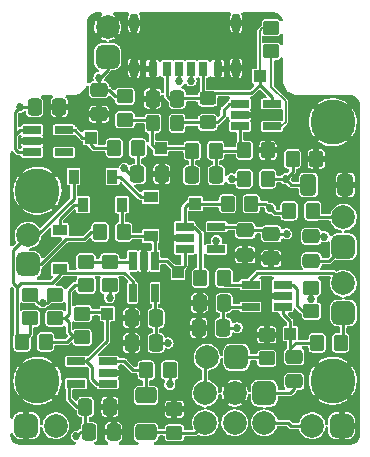
<source format=gbr>
%TF.GenerationSoftware,KiCad,Pcbnew,(6.0.9-0)*%
%TF.CreationDate,2022-12-16T17:36:52+01:00*%
%TF.ProjectId,distortion-pedal,64697374-6f72-4746-996f-6e2d70656461,rev?*%
%TF.SameCoordinates,Original*%
%TF.FileFunction,Copper,L1,Top*%
%TF.FilePolarity,Positive*%
%FSLAX46Y46*%
G04 Gerber Fmt 4.6, Leading zero omitted, Abs format (unit mm)*
G04 Created by KiCad (PCBNEW (6.0.9-0)) date 2022-12-16 17:36:52*
%MOMM*%
%LPD*%
G01*
G04 APERTURE LIST*
G04 Aperture macros list*
%AMRoundRect*
0 Rectangle with rounded corners*
0 $1 Rounding radius*
0 $2 $3 $4 $5 $6 $7 $8 $9 X,Y pos of 4 corners*
0 Add a 4 corners polygon primitive as box body*
4,1,4,$2,$3,$4,$5,$6,$7,$8,$9,$2,$3,0*
0 Add four circle primitives for the rounded corners*
1,1,$1+$1,$2,$3*
1,1,$1+$1,$4,$5*
1,1,$1+$1,$6,$7*
1,1,$1+$1,$8,$9*
0 Add four rect primitives between the rounded corners*
20,1,$1+$1,$2,$3,$4,$5,0*
20,1,$1+$1,$4,$5,$6,$7,0*
20,1,$1+$1,$6,$7,$8,$9,0*
20,1,$1+$1,$8,$9,$2,$3,0*%
G04 Aperture macros list end*
%TA.AperFunction,SMDPad,CuDef*%
%ADD10RoundRect,0.250000X0.350000X0.450000X-0.350000X0.450000X-0.350000X-0.450000X0.350000X-0.450000X0*%
%TD*%
%TA.AperFunction,SMDPad,CuDef*%
%ADD11R,1.560000X0.650000*%
%TD*%
%TA.AperFunction,ComponentPad*%
%ADD12RoundRect,0.500000X0.500000X-0.500000X0.500000X0.500000X-0.500000X0.500000X-0.500000X-0.500000X0*%
%TD*%
%TA.AperFunction,ComponentPad*%
%ADD13C,2.000000*%
%TD*%
%TA.AperFunction,SMDPad,CuDef*%
%ADD14RoundRect,0.250000X-0.450000X0.350000X-0.450000X-0.350000X0.450000X-0.350000X0.450000X0.350000X0*%
%TD*%
%TA.AperFunction,SMDPad,CuDef*%
%ADD15R,0.900000X1.200000*%
%TD*%
%TA.AperFunction,ComponentPad*%
%ADD16RoundRect,0.500000X0.500000X0.500000X-0.500000X0.500000X-0.500000X-0.500000X0.500000X-0.500000X0*%
%TD*%
%TA.AperFunction,SMDPad,CuDef*%
%ADD17RoundRect,0.250000X-0.337500X-0.475000X0.337500X-0.475000X0.337500X0.475000X-0.337500X0.475000X0*%
%TD*%
%TA.AperFunction,SMDPad,CuDef*%
%ADD18RoundRect,0.250000X0.450000X-0.350000X0.450000X0.350000X-0.450000X0.350000X-0.450000X-0.350000X0*%
%TD*%
%TA.AperFunction,SMDPad,CuDef*%
%ADD19R,1.200000X0.900000*%
%TD*%
%TA.AperFunction,SMDPad,CuDef*%
%ADD20RoundRect,0.250000X0.337500X0.475000X-0.337500X0.475000X-0.337500X-0.475000X0.337500X-0.475000X0*%
%TD*%
%TA.AperFunction,ComponentPad*%
%ADD21R,1.000000X1.000000*%
%TD*%
%TA.AperFunction,SMDPad,CuDef*%
%ADD22RoundRect,0.250000X-0.350000X-0.450000X0.350000X-0.450000X0.350000X0.450000X-0.350000X0.450000X0*%
%TD*%
%TA.AperFunction,SMDPad,CuDef*%
%ADD23RoundRect,0.250000X0.475000X-0.337500X0.475000X0.337500X-0.475000X0.337500X-0.475000X-0.337500X0*%
%TD*%
%TA.AperFunction,ConnectorPad*%
%ADD24C,3.800000*%
%TD*%
%TA.AperFunction,ComponentPad*%
%ADD25C,2.600000*%
%TD*%
%TA.AperFunction,SMDPad,CuDef*%
%ADD26R,0.700000X1.200000*%
%TD*%
%TA.AperFunction,SMDPad,CuDef*%
%ADD27R,0.760000X1.200000*%
%TD*%
%TA.AperFunction,SMDPad,CuDef*%
%ADD28R,0.800000X1.200000*%
%TD*%
%TA.AperFunction,ComponentPad*%
%ADD29O,0.800000X1.600000*%
%TD*%
%TA.AperFunction,SMDPad,CuDef*%
%ADD30RoundRect,0.250000X-0.475000X0.337500X-0.475000X-0.337500X0.475000X-0.337500X0.475000X0.337500X0*%
%TD*%
%TA.AperFunction,SMDPad,CuDef*%
%ADD31RoundRect,0.250000X-0.325000X-0.450000X0.325000X-0.450000X0.325000X0.450000X-0.325000X0.450000X0*%
%TD*%
%TA.AperFunction,SMDPad,CuDef*%
%ADD32RoundRect,0.250000X-0.412500X-0.650000X0.412500X-0.650000X0.412500X0.650000X-0.412500X0.650000X0*%
%TD*%
%TA.AperFunction,SMDPad,CuDef*%
%ADD33R,0.650000X1.560000*%
%TD*%
%TA.AperFunction,SMDPad,CuDef*%
%ADD34RoundRect,0.250000X-0.450000X0.325000X-0.450000X-0.325000X0.450000X-0.325000X0.450000X0.325000X0*%
%TD*%
%TA.AperFunction,ComponentPad*%
%ADD35RoundRect,0.500000X-0.500000X-0.500000X0.500000X-0.500000X0.500000X0.500000X-0.500000X0.500000X0*%
%TD*%
%TA.AperFunction,SMDPad,CuDef*%
%ADD36RoundRect,0.250000X0.650000X-0.412500X0.650000X0.412500X-0.650000X0.412500X-0.650000X-0.412500X0*%
%TD*%
%TA.AperFunction,ViaPad*%
%ADD37C,0.685800*%
%TD*%
%TA.AperFunction,Conductor*%
%ADD38C,0.254000*%
%TD*%
%TA.AperFunction,Conductor*%
%ADD39C,0.127000*%
%TD*%
G04 APERTURE END LIST*
D10*
%TO.P,R3,1*%
%TO.N,+4V*%
X67500000Y-54300000D03*
%TO.P,R3,2*%
%TO.N,+8V*%
X65500000Y-54300000D03*
%TD*%
D11*
%TO.P,U3,1,OUT*%
%TO.N,Net-(C8-Pad1)*%
X68750000Y-65150000D03*
%TO.P,U3,2,V-*%
%TO.N,GND*%
X68750000Y-64200000D03*
%TO.P,U3,3,+IN*%
%TO.N,Net-(R4-Pad1)*%
X68750000Y-63250000D03*
%TO.P,U3,4,-IN*%
%TO.N,Net-(Gain1-Pad2)*%
X66050000Y-63250000D03*
%TO.P,U3,5,V+*%
%TO.N,+8V*%
X66050000Y-65150000D03*
%TD*%
D12*
%TO.P,J4,1*%
%TO.N,+9V*%
X53940000Y-43950000D03*
D13*
%TO.P,J4,2*%
%TO.N,GND*%
X53940000Y-41450000D03*
%TD*%
D14*
%TO.P,R18,1*%
%TO.N,Net-(JPF1-Pad2)*%
X54100000Y-61300000D03*
%TO.P,R18,2*%
%TO.N,+4V*%
X54100000Y-63300000D03*
%TD*%
D15*
%TO.P,D1,1,K*%
%TO.N,Net-(D1-Pad1)*%
X51050000Y-54100000D03*
%TO.P,D1,2,A*%
%TO.N,Net-(D1-Pad2)*%
X54350000Y-54100000D03*
%TD*%
D16*
%TO.P,D6,1,K*%
%TO.N,Net-(D6-Pad1)*%
X64850000Y-69400000D03*
D13*
%TO.P,D6,2,A*%
%TO.N,Net-(D6-Pad2)*%
X62350000Y-69400000D03*
%TD*%
D17*
%TO.P,C18,1*%
%TO.N,+8V*%
X52362500Y-75742400D03*
%TO.P,C18,2*%
%TO.N,GND*%
X54437500Y-75742400D03*
%TD*%
D12*
%TO.P,Level1,1,1*%
%TO.N,Net-(Level1-Pad1)*%
X47200000Y-61550000D03*
D13*
%TO.P,Level1,2,2*%
%TO.N,Net-(D1-Pad1)*%
X47200000Y-59050000D03*
%TO.P,Level1,3,3*%
X47200000Y-59050000D03*
%TD*%
D12*
%TO.P,Gain1,1,1*%
%TO.N,Net-(Gain1-Pad1)*%
X73900000Y-65650000D03*
D13*
%TO.P,Gain1,2,2*%
%TO.N,Net-(Gain1-Pad2)*%
X73900000Y-63150000D03*
%TO.P,Gain1,3,3*%
X73900000Y-63150000D03*
%TD*%
D14*
%TO.P,R10,1*%
%TO.N,+5V*%
X67800000Y-41500000D03*
%TO.P,R10,2*%
%TO.N,Net-(R10-Pad2)*%
X67800000Y-43500000D03*
%TD*%
D11*
%TO.P,U4,1,OUT*%
%TO.N,effect_out*%
X60450000Y-58350000D03*
%TO.P,U4,2,V-*%
%TO.N,GND*%
X60450000Y-59300000D03*
%TO.P,U4,3,+IN*%
%TO.N,Net-(D2-Pad2)*%
X60450000Y-60250000D03*
%TO.P,U4,4,-IN*%
%TO.N,Net-(R6-Pad2)*%
X63150000Y-60250000D03*
%TO.P,U4,5,V+*%
%TO.N,+8V*%
X63150000Y-58350000D03*
%TD*%
D18*
%TO.P,RF1,1*%
%TO.N,Net-(D1-Pad1)*%
X47400000Y-66100000D03*
%TO.P,RF1,2*%
%TO.N,+4V*%
X47400000Y-64100000D03*
%TD*%
D19*
%TO.P,D2,1,K*%
%TO.N,Net-(D1-Pad2)*%
X57600000Y-55850000D03*
%TO.P,D2,2,A*%
%TO.N,Net-(D2-Pad2)*%
X57600000Y-59150000D03*
%TD*%
D20*
%TO.P,C5,1*%
%TO.N,Net-(C5-Pad1)*%
X63137500Y-54000000D03*
%TO.P,C5,2*%
%TO.N,Net-(C5-Pad2)*%
X61062500Y-54000000D03*
%TD*%
D21*
%TO.P,TP3,1,1*%
%TO.N,+5V*%
X66800000Y-45600000D03*
%TD*%
D22*
%TO.P,R5,1*%
%TO.N,Net-(C8-Pad1)*%
X71680000Y-68180000D03*
%TO.P,R5,2*%
%TO.N,Net-(Gain1-Pad1)*%
X73680000Y-68180000D03*
%TD*%
D21*
%TO.P,TP2,1,1*%
%TO.N,effect_out*%
X61350000Y-56400000D03*
%TD*%
D23*
%TO.P,C10,1*%
%TO.N,Net-(C10-Pad1)*%
X71200000Y-61237500D03*
%TO.P,C10,2*%
%TO.N,+4V*%
X71200000Y-59162500D03*
%TD*%
D24*
%TO.P,H1,1,1*%
%TO.N,GND*%
X48000000Y-55300000D03*
D25*
X48000000Y-55300000D03*
%TD*%
D26*
%TO.P,J3,A5,CC1*%
%TO.N,Net-(J3-PadA5)*%
X61000000Y-44980000D03*
D27*
%TO.P,J3,A9,VBUS*%
%TO.N,+5V*%
X58980000Y-44980000D03*
D28*
%TO.P,J3,A12,GND*%
%TO.N,GND*%
X57750000Y-44980000D03*
D26*
%TO.P,J3,B5,CC2*%
%TO.N,Net-(J3-PadB5)*%
X60000000Y-44980000D03*
D27*
%TO.P,J3,B9,VBUS*%
%TO.N,+5V*%
X62020000Y-44980000D03*
D28*
%TO.P,J3,B12,GND*%
%TO.N,GND*%
X63250000Y-44980000D03*
D29*
%TO.P,J3,S1,SHIELD*%
X64820000Y-44900000D03*
%TO.P,J3,S2,SHIELD*%
X56180000Y-44900000D03*
%TO.P,J3,S3,SHIELD*%
X64820000Y-41100000D03*
%TO.P,J3,S4,SHIELD*%
X56180000Y-41100000D03*
%TD*%
D21*
%TO.P,TP5,1,1*%
%TO.N,Net-(JP2-Pad1)*%
X52500000Y-50800000D03*
%TD*%
D18*
%TO.P,JPF1,1,A*%
%TO.N,Net-(JPF1-Pad1)*%
X52100000Y-63300000D03*
%TO.P,JPF1,2,B*%
%TO.N,Net-(JPF1-Pad2)*%
X52100000Y-61300000D03*
%TD*%
D11*
%TO.P,U6,1,OUT*%
%TO.N,effect_in*%
X53950000Y-71650000D03*
%TO.P,U6,2,V-*%
%TO.N,GND*%
X53950000Y-70700000D03*
%TO.P,U6,3,+IN*%
%TO.N,Net-(C12-Pad2)*%
X53950000Y-69750000D03*
%TO.P,U6,4,-IN*%
%TO.N,effect_in*%
X51250000Y-69750000D03*
%TO.P,U6,5,V+*%
%TO.N,+8V*%
X51250000Y-71650000D03*
%TD*%
D17*
%TO.P,C1,1*%
%TO.N,+9V*%
X47762500Y-48200000D03*
%TO.P,C1,2*%
%TO.N,GND*%
X49837500Y-48200000D03*
%TD*%
D18*
%TO.P,R14,1*%
%TO.N,audio_in*%
X59600000Y-75800000D03*
%TO.P,R14,2*%
%TO.N,GND*%
X59600000Y-73800000D03*
%TD*%
D20*
%TO.P,C3,1*%
%TO.N,+5V*%
X59837500Y-47500000D03*
%TO.P,C3,2*%
%TO.N,GND*%
X57762500Y-47500000D03*
%TD*%
D18*
%TO.P,R13,1*%
%TO.N,Net-(D6-Pad1)*%
X67400000Y-69500000D03*
%TO.P,R13,2*%
%TO.N,GND*%
X67400000Y-67500000D03*
%TD*%
D10*
%TO.P,R2,1*%
%TO.N,Net-(Gain1-Pad2)*%
X63800000Y-62700000D03*
%TO.P,R2,2*%
%TO.N,effect_out*%
X61800000Y-62700000D03*
%TD*%
D17*
%TO.P,C2,1*%
%TO.N,+8V*%
X56462500Y-53900000D03*
%TO.P,C2,2*%
%TO.N,GND*%
X58537500Y-53900000D03*
%TD*%
D12*
%TO.P,Tone1,1,1*%
%TO.N,Net-(C10-Pad1)*%
X73900000Y-60050000D03*
%TO.P,Tone1,2,2*%
X73900000Y-60050000D03*
D13*
%TO.P,Tone1,3,3*%
%TO.N,Net-(R6-Pad1)*%
X73900000Y-57550000D03*
%TD*%
D30*
%TO.P,C8,1*%
%TO.N,Net-(C8-Pad1)*%
X69750000Y-69362500D03*
%TO.P,C8,2*%
%TO.N,gain_out*%
X69750000Y-71437500D03*
%TD*%
D10*
%TO.P,R6,1*%
%TO.N,Net-(R6-Pad1)*%
X71300000Y-57000000D03*
%TO.P,R6,2*%
%TO.N,Net-(R6-Pad2)*%
X69300000Y-57000000D03*
%TD*%
D24*
%TO.P,H3,1,1*%
%TO.N,GND*%
X48000000Y-71400000D03*
D25*
X48000000Y-71400000D03*
%TD*%
D18*
%TO.P,R4,1*%
%TO.N,Net-(R4-Pad1)*%
X71200000Y-65500000D03*
%TO.P,R4,2*%
%TO.N,+4V*%
X71200000Y-63500000D03*
%TD*%
D22*
%TO.P,JP2,1,A*%
%TO.N,Net-(JP2-Pad1)*%
X54500000Y-51700000D03*
%TO.P,JP2,2,B*%
%TO.N,+8V*%
X56500000Y-51700000D03*
%TD*%
D14*
%TO.P,RF2,1*%
%TO.N,+4V*%
X49500000Y-64100000D03*
%TO.P,RF2,2*%
%TO.N,Net-(JPF1-Pad1)*%
X49500000Y-66100000D03*
%TD*%
D21*
%TO.P,TP4,1,1*%
%TO.N,Net-(C5-Pad2)*%
X58440000Y-51700000D03*
%TD*%
%TO.P,TP6,1,1*%
%TO.N,Net-(C8-Pad1)*%
X69400000Y-67400000D03*
%TD*%
D18*
%TO.P,JP1,1,A*%
%TO.N,Net-(C5-Pad2)*%
X55400000Y-49300000D03*
%TO.P,JP1,2,B*%
%TO.N,+9V*%
X55400000Y-47300000D03*
%TD*%
D10*
%TO.P,R12,1*%
%TO.N,Net-(C5-Pad1)*%
X63100000Y-51900000D03*
%TO.P,R12,2*%
%TO.N,Net-(C5-Pad2)*%
X61100000Y-51900000D03*
%TD*%
D31*
%TO.P,D5,1,K*%
%TO.N,Net-(C5-Pad2)*%
X57775000Y-49600000D03*
%TO.P,D5,2,A*%
%TO.N,Net-(D5-Pad2)*%
X59825000Y-49600000D03*
%TD*%
D10*
%TO.P,R8,1*%
%TO.N,GND*%
X71600000Y-52600000D03*
%TO.P,R8,2*%
%TO.N,+4V*%
X69600000Y-52600000D03*
%TD*%
D20*
%TO.P,C6,1*%
%TO.N,+8V*%
X63797500Y-64800000D03*
%TO.P,C6,2*%
%TO.N,GND*%
X61722500Y-64800000D03*
%TD*%
D21*
%TO.P,TP1,1,1*%
%TO.N,Net-(D2-Pad2)*%
X59900000Y-62200000D03*
%TD*%
D30*
%TO.P,C11,1*%
%TO.N,+9V*%
X53200000Y-46742500D03*
%TO.P,C11,2*%
%TO.N,GND*%
X53200000Y-48817500D03*
%TD*%
%TO.P,C16,1*%
%TO.N,+8V*%
X67800000Y-58962500D03*
%TO.P,C16,2*%
%TO.N,GND*%
X67800000Y-61037500D03*
%TD*%
D15*
%TO.P,D3,1,K*%
%TO.N,Net-(D2-Pad2)*%
X55150000Y-56500000D03*
%TO.P,D3,2,A*%
%TO.N,Net-(D3-Pad2)*%
X51850000Y-56500000D03*
%TD*%
D20*
%TO.P,C7,1*%
%TO.N,+8V*%
X63737500Y-66900000D03*
%TO.P,C7,2*%
%TO.N,GND*%
X61662500Y-66900000D03*
%TD*%
D10*
%TO.P,RD1,1*%
%TO.N,Net-(JPF1-Pad1)*%
X48700000Y-68100000D03*
%TO.P,RD1,2*%
%TO.N,Net-(D1-Pad1)*%
X46700000Y-68100000D03*
%TD*%
D32*
%TO.P,C4,1*%
%TO.N,+4V*%
X70937500Y-54800000D03*
%TO.P,C4,2*%
%TO.N,GND*%
X74062500Y-54800000D03*
%TD*%
D33*
%TO.P,U2,1,OUT*%
%TO.N,Net-(D2-Pad2)*%
X57950000Y-61250000D03*
%TO.P,U2,2,V-*%
%TO.N,GND*%
X57000000Y-61250000D03*
%TO.P,U2,3,+IN*%
%TO.N,Net-(JPF1-Pad2)*%
X56050000Y-61250000D03*
%TO.P,U2,4,-IN*%
%TO.N,Net-(D1-Pad1)*%
X56050000Y-63950000D03*
%TO.P,U2,5,V+*%
%TO.N,+8V*%
X57950000Y-63950000D03*
%TD*%
D16*
%TO.P,J2,1*%
%TO.N,GND*%
X73750000Y-75200000D03*
D13*
%TO.P,J2,2*%
%TO.N,Net-(J2-Pad2)*%
X71250000Y-75200000D03*
%TD*%
D22*
%TO.P,R11,1*%
%TO.N,Net-(C5-Pad1)*%
X65520000Y-51890000D03*
%TO.P,R11,2*%
%TO.N,GND*%
X67520000Y-51890000D03*
%TD*%
D34*
%TO.P,L1,1,1*%
%TO.N,+5V*%
X62400000Y-47475000D03*
%TO.P,L1,2,2*%
%TO.N,Net-(D5-Pad2)*%
X62400000Y-49525000D03*
%TD*%
D20*
%TO.P,C13,1*%
%TO.N,+8V*%
X58037500Y-66100000D03*
%TO.P,C13,2*%
%TO.N,GND*%
X55962500Y-66100000D03*
%TD*%
D18*
%TO.P,R9,1*%
%TO.N,Net-(JPF1-Pad1)*%
X51800000Y-67710000D03*
%TO.P,R9,2*%
%TO.N,effect_in*%
X51800000Y-65710000D03*
%TD*%
D21*
%TO.P,TP9,1,1*%
%TO.N,effect_in*%
X53900000Y-65700000D03*
%TD*%
D30*
%TO.P,C15,1*%
%TO.N,+8V*%
X65600000Y-58662500D03*
%TO.P,C15,2*%
%TO.N,GND*%
X65600000Y-60737500D03*
%TD*%
D11*
%TO.P,U5,1,IN*%
%TO.N,+9V*%
X47550000Y-50150000D03*
%TO.P,U5,2,GND*%
%TO.N,GND*%
X47550000Y-51100000D03*
%TO.P,U5,3,EN*%
%TO.N,+9V*%
X47550000Y-52050000D03*
%TO.P,U5,4,DNC*%
%TO.N,unconnected-(U5-Pad4)*%
X50250000Y-52050000D03*
%TO.P,U5,5,OUT*%
%TO.N,Net-(JP2-Pad1)*%
X50250000Y-50150000D03*
%TD*%
D17*
%TO.P,C17,1*%
%TO.N,+8V*%
X52062500Y-73600000D03*
%TO.P,C17,2*%
%TO.N,GND*%
X54137500Y-73600000D03*
%TD*%
D24*
%TO.P,H4,1,1*%
%TO.N,GND*%
X73000000Y-71400000D03*
D25*
X73000000Y-71400000D03*
%TD*%
D35*
%TO.P,SW1,1*%
%TO.N,gain_out*%
X67200000Y-72450000D03*
D13*
%TO.P,SW1,2*%
%TO.N,Net-(J2-Pad2)*%
X67200000Y-74950000D03*
%TO.P,SW1,3*%
%TO.N,audio_in*%
X62200000Y-74950000D03*
%TO.P,SW1,4*%
%TO.N,+8V*%
X64700000Y-74950000D03*
%TO.P,SW1,5*%
%TO.N,Net-(D6-Pad2)*%
X62200000Y-72450000D03*
%TO.P,SW1,6*%
%TO.N,GND*%
X64700000Y-72450000D03*
%TD*%
D36*
%TO.P,C12,1*%
%TO.N,audio_in*%
X57200000Y-75762500D03*
%TO.P,C12,2*%
%TO.N,Net-(C12-Pad2)*%
X57200000Y-72637500D03*
%TD*%
D25*
%TO.P,H2,1,1*%
%TO.N,GND*%
X73000000Y-49500000D03*
D24*
X73000000Y-49500000D03*
%TD*%
D35*
%TO.P,J1,1*%
%TO.N,GND*%
X47050000Y-75200000D03*
D13*
%TO.P,J1,2*%
%TO.N,audio_in*%
X49550000Y-75200000D03*
%TD*%
D19*
%TO.P,D4,1,K*%
%TO.N,Net-(D3-Pad2)*%
X49900000Y-58650000D03*
%TO.P,D4,2,A*%
%TO.N,Net-(D1-Pad1)*%
X49900000Y-61950000D03*
%TD*%
D22*
%TO.P,R1,1*%
%TO.N,Net-(Level1-Pad1)*%
X53300000Y-58800000D03*
%TO.P,R1,2*%
%TO.N,Net-(D2-Pad2)*%
X55300000Y-58800000D03*
%TD*%
D11*
%TO.P,U1,1,SW*%
%TO.N,Net-(D5-Pad2)*%
X65150000Y-47950000D03*
%TO.P,U1,2,GND*%
%TO.N,GND*%
X65150000Y-48900000D03*
%TO.P,U1,3,FB*%
%TO.N,Net-(C5-Pad1)*%
X65150000Y-49850000D03*
%TO.P,U1,4,SHDN*%
%TO.N,Net-(R10-Pad2)*%
X67850000Y-49850000D03*
%TO.P,U1,5,VIN*%
%TO.N,+5V*%
X67850000Y-47950000D03*
%TD*%
D22*
%TO.P,R16,1*%
%TO.N,Net-(C12-Pad2)*%
X57200000Y-70500000D03*
%TO.P,R16,2*%
%TO.N,+4V*%
X59200000Y-70500000D03*
%TD*%
D10*
%TO.P,R7,1*%
%TO.N,Net-(R6-Pad2)*%
X66100000Y-56400000D03*
%TO.P,R7,2*%
%TO.N,effect_out*%
X64100000Y-56400000D03*
%TD*%
D20*
%TO.P,C14,1*%
%TO.N,+8V*%
X58037500Y-68200000D03*
%TO.P,C14,2*%
%TO.N,GND*%
X55962500Y-68200000D03*
%TD*%
D37*
%TO.N,GND*%
X56970000Y-68190000D03*
X56940000Y-66090000D03*
X55130000Y-67160000D03*
X67380000Y-66480000D03*
X62610000Y-63910000D03*
X73000000Y-54800000D03*
X59700000Y-53900000D03*
X55400000Y-73600000D03*
X68400000Y-51100000D03*
X52050000Y-48800000D03*
X72600000Y-52600000D03*
X59190000Y-59300000D03*
X66400000Y-48900000D03*
X51100000Y-48200000D03*
X57000000Y-62510000D03*
X62400000Y-65800000D03*
X63280000Y-43590000D03*
X59600000Y-72700000D03*
X67800000Y-60050000D03*
X65570000Y-59720000D03*
X48700000Y-51100000D03*
X55300000Y-70800000D03*
X55500000Y-75700000D03*
X57750000Y-43750000D03*
%TO.N,+9V*%
X53210000Y-45720000D03*
X46500000Y-48230000D03*
%TO.N,+8V*%
X51300000Y-76100000D03*
X69100000Y-58950000D03*
X64900000Y-66900000D03*
X64450000Y-54300000D03*
X55350000Y-53400000D03*
X59050000Y-68200000D03*
%TO.N,Net-(J3-PadA5)*%
X61000000Y-46000000D03*
%TO.N,Net-(J3-PadB5)*%
X60000000Y-46000000D03*
%TO.N,Net-(R6-Pad2)*%
X67700000Y-56800000D03*
X63150000Y-59530000D03*
%TO.N,+4V*%
X59200000Y-71700000D03*
X71200000Y-64430600D03*
X69000000Y-54300000D03*
X54100000Y-64350000D03*
X48450000Y-64800000D03*
X72300000Y-59200000D03*
%TD*%
D38*
%TO.N,Net-(C8-Pad1)*%
X69400000Y-69000000D02*
X69400000Y-68650000D01*
X69400000Y-69012500D02*
X69750000Y-69362500D01*
X69400000Y-68650000D02*
X69850000Y-68200000D01*
X69750000Y-69350000D02*
X69400000Y-69000000D01*
X69750000Y-69362500D02*
X69750000Y-69350000D01*
X68750000Y-65150000D02*
X68750000Y-65700000D01*
X69400000Y-67400000D02*
X69400000Y-69012500D01*
X68750000Y-65700000D02*
X69400000Y-66350000D01*
X69400000Y-66350000D02*
X69400000Y-67400000D01*
X69850000Y-68200000D02*
X71800000Y-68200000D01*
%TO.N,+9V*%
X46100000Y-50566000D02*
X46100000Y-48630000D01*
X46516000Y-50150000D02*
X47550000Y-50150000D01*
X53210000Y-45720000D02*
X53200000Y-45730000D01*
X46100000Y-48630000D02*
X46500000Y-48230000D01*
X53200000Y-45730000D02*
X53200000Y-46742500D01*
X53940000Y-45060000D02*
X53940000Y-43950000D01*
X53200000Y-46742500D02*
X54042500Y-46742500D01*
X46500000Y-48230000D02*
X47732500Y-48230000D01*
X53280000Y-45720000D02*
X53940000Y-45060000D01*
X54600000Y-47300000D02*
X55400000Y-47300000D01*
X47550000Y-52050000D02*
X46350000Y-52050000D01*
X53210000Y-45720000D02*
X53280000Y-45720000D01*
X54042500Y-46742500D02*
X54600000Y-47300000D01*
X47732500Y-48230000D02*
X47762500Y-48200000D01*
X46100000Y-50566000D02*
X46516000Y-50150000D01*
X46350000Y-52050000D02*
X46100000Y-51800000D01*
X46100000Y-51800000D02*
X46100000Y-50566000D01*
%TO.N,+8V*%
X52362500Y-75742400D02*
X51657600Y-75742400D01*
X56500000Y-51700000D02*
X56500000Y-53862500D01*
X51250000Y-71650000D02*
X50850000Y-71650000D01*
X66050000Y-65150000D02*
X64087500Y-65150000D01*
X57950000Y-66012500D02*
X58037500Y-66100000D01*
X63737500Y-66900000D02*
X64900000Y-66900000D01*
X51657600Y-75742400D02*
X51300000Y-76100000D01*
X65500000Y-54300000D02*
X64450000Y-54300000D01*
X69087500Y-58962500D02*
X67800000Y-58962500D01*
X58037500Y-68200000D02*
X59050000Y-68200000D01*
X52062500Y-73600000D02*
X52062500Y-75442400D01*
X63737500Y-64800000D02*
X63737500Y-66900000D01*
X69100000Y-58950000D02*
X69087500Y-58962500D01*
X52062500Y-75442400D02*
X52362500Y-75742400D01*
X51350000Y-73600000D02*
X52062500Y-73600000D01*
X65287500Y-58350000D02*
X65600000Y-58662500D01*
X55850000Y-53900000D02*
X56462500Y-53900000D01*
X50650000Y-71850000D02*
X50650000Y-72900000D01*
X56500000Y-53862500D02*
X56462500Y-53900000D01*
X50650000Y-72900000D02*
X51350000Y-73600000D01*
X55350000Y-53400000D02*
X55850000Y-53900000D01*
X50850000Y-71650000D02*
X50650000Y-71850000D01*
X65600000Y-58662500D02*
X67500000Y-58662500D01*
X63150000Y-58350000D02*
X65287500Y-58350000D01*
X64087500Y-65150000D02*
X63737500Y-64800000D01*
X67500000Y-58662500D02*
X67800000Y-58962500D01*
X57950000Y-63950000D02*
X57950000Y-66012500D01*
X58037500Y-66100000D02*
X58037500Y-68200000D01*
%TO.N,Net-(C5-Pad1)*%
X63100000Y-53962500D02*
X63137500Y-54000000D01*
X65400000Y-51900000D02*
X65150000Y-51650000D01*
X63100000Y-51900000D02*
X63100000Y-53962500D01*
X63100000Y-51900000D02*
X65400000Y-51900000D01*
X65150000Y-51650000D02*
X65150000Y-49850000D01*
%TO.N,Net-(D1-Pad2)*%
X56750000Y-55850000D02*
X57600000Y-55850000D01*
X54350000Y-54100000D02*
X55000000Y-54100000D01*
X55000000Y-54100000D02*
X56750000Y-55850000D01*
%TO.N,effect_out*%
X60450000Y-58350000D02*
X61250000Y-58350000D01*
X60730000Y-56400000D02*
X60450000Y-56680000D01*
X61800000Y-58900000D02*
X61800000Y-62700000D01*
X60450000Y-56680000D02*
X60450000Y-58350000D01*
X61700000Y-56400000D02*
X64100000Y-56400000D01*
X61700000Y-56400000D02*
X60730000Y-56400000D01*
X61250000Y-58350000D02*
X61800000Y-58900000D01*
%TO.N,gain_out*%
X69750000Y-72100000D02*
X69750000Y-71437500D01*
X69400000Y-72450000D02*
X69750000Y-72100000D01*
X67200000Y-72450000D02*
X69400000Y-72450000D01*
%TO.N,audio_in*%
X61350000Y-75800000D02*
X62200000Y-74950000D01*
X57200000Y-75762500D02*
X59562500Y-75762500D01*
X59562500Y-75762500D02*
X59600000Y-75800000D01*
X59600000Y-75800000D02*
X61350000Y-75800000D01*
%TO.N,+5V*%
X62400000Y-47475000D02*
X62375000Y-47475000D01*
X62400000Y-47475000D02*
X59862500Y-47475000D01*
X66800000Y-46350000D02*
X66100000Y-47050000D01*
X66800000Y-46350000D02*
X67850000Y-47400000D01*
X59200000Y-47500000D02*
X59837500Y-47500000D01*
X62375000Y-47475000D02*
X62020000Y-47120000D01*
D39*
X67800000Y-41500000D02*
X67050000Y-41500000D01*
D38*
X67850000Y-47400000D02*
X67850000Y-47950000D01*
X58980000Y-47280000D02*
X59200000Y-47500000D01*
X59862500Y-47475000D02*
X59837500Y-47500000D01*
X66100000Y-47050000D02*
X62825000Y-47050000D01*
D39*
X67050000Y-41500000D02*
X66800000Y-41750000D01*
D38*
X62825000Y-47050000D02*
X62400000Y-47475000D01*
D39*
X66800000Y-41750000D02*
X66800000Y-45600000D01*
D38*
X66800000Y-45600000D02*
X66800000Y-46350000D01*
X62020000Y-47120000D02*
X62020000Y-44980000D01*
X58980000Y-44980000D02*
X58980000Y-47280000D01*
%TO.N,Net-(C5-Pad2)*%
X57475000Y-49300000D02*
X57775000Y-49600000D01*
X57775000Y-49600000D02*
X57700000Y-49675000D01*
X61100000Y-53962500D02*
X61062500Y-54000000D01*
X55400000Y-49300000D02*
X57475000Y-49300000D01*
X57700000Y-49675000D02*
X57700000Y-51400000D01*
X58600000Y-51700000D02*
X60900000Y-51700000D01*
X61100000Y-51900000D02*
X61100000Y-53962500D01*
X60900000Y-51700000D02*
X61100000Y-51900000D01*
X58000000Y-51700000D02*
X58600000Y-51700000D01*
X57700000Y-51400000D02*
X58000000Y-51700000D01*
%TO.N,effect_in*%
X53900000Y-68000000D02*
X52150000Y-69750000D01*
X53050000Y-71650000D02*
X53950000Y-71650000D01*
X52150000Y-69750000D02*
X52650000Y-70250000D01*
X52650000Y-71250000D02*
X53050000Y-71650000D01*
X53900000Y-65700000D02*
X53900000Y-68000000D01*
X52650000Y-70250000D02*
X52650000Y-71250000D01*
X51800000Y-65600000D02*
X53800000Y-65600000D01*
X53800000Y-65600000D02*
X53900000Y-65700000D01*
X52150000Y-69750000D02*
X51250000Y-69750000D01*
%TO.N,Net-(D5-Pad2)*%
X64250000Y-47950000D02*
X65150000Y-47950000D01*
X62400000Y-49525000D02*
X59900000Y-49525000D01*
X63750000Y-49000000D02*
X63750000Y-48450000D01*
X63225000Y-49525000D02*
X63750000Y-49000000D01*
X59900000Y-49525000D02*
X59825000Y-49600000D01*
X63750000Y-48450000D02*
X64250000Y-47950000D01*
X62400000Y-49525000D02*
X63225000Y-49525000D01*
%TO.N,Net-(C12-Pad2)*%
X56100000Y-70500000D02*
X57200000Y-70500000D01*
X53950000Y-69750000D02*
X55350000Y-69750000D01*
X57200000Y-70500000D02*
X57200000Y-72637500D01*
X55350000Y-69750000D02*
X56100000Y-70500000D01*
%TO.N,Net-(R6-Pad1)*%
X71300000Y-57000000D02*
X71550000Y-57250000D01*
X71550000Y-57250000D02*
X71550000Y-57550000D01*
X71550000Y-57550000D02*
X73900000Y-57550000D01*
%TO.N,Net-(J3-PadA5)*%
X61000000Y-44980000D02*
X61000000Y-46000000D01*
%TO.N,Net-(J3-PadB5)*%
X60000000Y-44980000D02*
X60000000Y-46000000D01*
%TO.N,Net-(D6-Pad1)*%
X67300000Y-69400000D02*
X67400000Y-69500000D01*
X64850000Y-69400000D02*
X67300000Y-69400000D01*
%TO.N,Net-(Gain1-Pad1)*%
X73900000Y-68100000D02*
X73900000Y-65650000D01*
X73800000Y-68200000D02*
X73900000Y-68100000D01*
%TO.N,Net-(Gain1-Pad2)*%
X66050000Y-63250000D02*
X66050000Y-62850000D01*
X73050000Y-62300000D02*
X73900000Y-63150000D01*
X66600000Y-62300000D02*
X73050000Y-62300000D01*
X66050000Y-62850000D02*
X66600000Y-62300000D01*
X63800000Y-63200000D02*
X63850000Y-63250000D01*
X63850000Y-63250000D02*
X66050000Y-63250000D01*
X63800000Y-62700000D02*
X63800000Y-63200000D01*
%TO.N,Net-(R6-Pad2)*%
X67700000Y-56800000D02*
X67300000Y-56400000D01*
X68100000Y-57200000D02*
X67700000Y-56800000D01*
X69300000Y-57000000D02*
X69100000Y-57200000D01*
X67300000Y-56400000D02*
X66100000Y-56400000D01*
X69100000Y-57200000D02*
X68100000Y-57200000D01*
X63150000Y-59530000D02*
X63150000Y-60250000D01*
D39*
%TO.N,Net-(R10-Pad2)*%
X69000000Y-47700000D02*
X67800000Y-46500000D01*
X68650000Y-49850000D02*
X69000000Y-49500000D01*
X67800000Y-46500000D02*
X67800000Y-43500000D01*
X69000000Y-49500000D02*
X69000000Y-47700000D01*
X67850000Y-49850000D02*
X68650000Y-49850000D01*
D38*
%TO.N,Net-(C10-Pad1)*%
X71200000Y-61237500D02*
X72712500Y-61237500D01*
X72712500Y-61237500D02*
X73900000Y-60050000D01*
%TO.N,Net-(D3-Pad2)*%
X49900000Y-58650000D02*
X49900000Y-57688816D01*
X49900000Y-57688816D02*
X51088816Y-56500000D01*
X51088816Y-56500000D02*
X51850000Y-56500000D01*
%TO.N,+4V*%
X48100000Y-64800000D02*
X47400000Y-64100000D01*
X69500000Y-54800000D02*
X70937500Y-54800000D01*
X71200000Y-63500000D02*
X71200000Y-64430600D01*
X48450000Y-64800000D02*
X48800000Y-64800000D01*
X48800000Y-64800000D02*
X49500000Y-64100000D01*
X69000000Y-54300000D02*
X69500000Y-54800000D01*
X67500000Y-54300000D02*
X69000000Y-54300000D01*
X71200000Y-59162500D02*
X72262500Y-59162500D01*
X54100000Y-63300000D02*
X54100000Y-64350000D01*
X69000000Y-54300000D02*
X69600000Y-53700000D01*
X59200000Y-70500000D02*
X59200000Y-71700000D01*
X72262500Y-59162500D02*
X72300000Y-59200000D01*
X69600000Y-53700000D02*
X69600000Y-52600000D01*
X48450000Y-64800000D02*
X48100000Y-64800000D01*
%TO.N,Net-(R4-Pad1)*%
X71200000Y-65500000D02*
X70450000Y-65500000D01*
X70000000Y-65050000D02*
X70000000Y-63650000D01*
X69600000Y-63250000D02*
X68750000Y-63250000D01*
X70000000Y-63650000D02*
X69600000Y-63250000D01*
X70450000Y-65500000D02*
X70000000Y-65050000D01*
%TO.N,Net-(JP2-Pad1)*%
X52500000Y-51400000D02*
X52500000Y-50800000D01*
X54500000Y-51700000D02*
X52800000Y-51700000D01*
X51150000Y-50150000D02*
X51800000Y-50800000D01*
X50250000Y-50150000D02*
X51150000Y-50150000D01*
X51800000Y-50800000D02*
X52500000Y-50800000D01*
X52800000Y-51700000D02*
X52500000Y-51400000D01*
%TO.N,Net-(Level1-Pad1)*%
X50450000Y-59400000D02*
X51950000Y-59400000D01*
X52550000Y-58800000D02*
X53300000Y-58800000D01*
X47200000Y-61550000D02*
X48300000Y-61550000D01*
X48300000Y-61550000D02*
X50450000Y-59400000D01*
X51950000Y-59400000D02*
X52550000Y-58800000D01*
%TO.N,Net-(D1-Pad1)*%
X56050000Y-62950000D02*
X56050000Y-63950000D01*
X50200000Y-62250000D02*
X55350000Y-62250000D01*
X48000000Y-59050000D02*
X47200000Y-59050000D01*
X46250000Y-63450000D02*
X45900000Y-63100000D01*
X45900000Y-60350000D02*
X47200000Y-59050000D01*
X49250000Y-63100000D02*
X49900000Y-62450000D01*
X49900000Y-61950000D02*
X50200000Y-62250000D01*
X51050000Y-54100000D02*
X51050000Y-56000000D01*
X49900000Y-62450000D02*
X49900000Y-61950000D01*
X55350000Y-62250000D02*
X56050000Y-62950000D01*
X46700000Y-68100000D02*
X46250000Y-67650000D01*
X46250000Y-67650000D02*
X46250000Y-63450000D01*
X46700000Y-68100000D02*
X47400000Y-67400000D01*
X46600000Y-63100000D02*
X49250000Y-63100000D01*
X45900000Y-63100000D02*
X45900000Y-60350000D01*
X47200000Y-59050000D02*
X47800000Y-59050000D01*
X51050000Y-56000000D02*
X48000000Y-59050000D01*
X46250000Y-63450000D02*
X46600000Y-63100000D01*
X47400000Y-67400000D02*
X47400000Y-66100000D01*
%TO.N,Net-(D2-Pad2)*%
X55150000Y-58650000D02*
X55300000Y-58800000D01*
X57900000Y-59450000D02*
X57950000Y-59450000D01*
X55300000Y-58950000D02*
X55500000Y-59150000D01*
X55500000Y-59150000D02*
X57600000Y-59150000D01*
X55150000Y-56500000D02*
X55150000Y-58650000D01*
X59900000Y-62200000D02*
X60450000Y-61650000D01*
X55300000Y-58800000D02*
X55300000Y-58950000D01*
X58950000Y-61250000D02*
X59900000Y-62200000D01*
X60450000Y-61650000D02*
X60450000Y-60250000D01*
X57600000Y-59150000D02*
X57900000Y-59450000D01*
X57950000Y-59450000D02*
X57950000Y-61250000D01*
X57950000Y-61250000D02*
X58950000Y-61250000D01*
%TO.N,Net-(JPF1-Pad1)*%
X51150000Y-63300000D02*
X52100000Y-63300000D01*
X50300000Y-66100000D02*
X50650000Y-65750000D01*
X51000000Y-67600000D02*
X51800000Y-67600000D01*
X50650000Y-66450000D02*
X50650000Y-67250000D01*
X50500000Y-68100000D02*
X48700000Y-68100000D01*
X50650000Y-67250000D02*
X51000000Y-67600000D01*
X51000000Y-67600000D02*
X50500000Y-68100000D01*
X50650000Y-65750000D02*
X50650000Y-63800000D01*
X50300000Y-66100000D02*
X50650000Y-66450000D01*
X50650000Y-63800000D02*
X51150000Y-63300000D01*
X49500000Y-66100000D02*
X50300000Y-66100000D01*
%TO.N,Net-(JPF1-Pad2)*%
X52100000Y-61300000D02*
X54100000Y-61300000D01*
X54100000Y-61300000D02*
X56000000Y-61300000D01*
X56000000Y-61300000D02*
X56050000Y-61250000D01*
%TO.N,Net-(J2-Pad2)*%
X69450000Y-75200000D02*
X69200000Y-74950000D01*
X71250000Y-75200000D02*
X69450000Y-75200000D01*
X69200000Y-74950000D02*
X67200000Y-74950000D01*
%TO.N,Net-(D6-Pad2)*%
X62200000Y-69550000D02*
X62350000Y-69400000D01*
X62200000Y-72450000D02*
X62200000Y-69550000D01*
%TD*%
%TA.AperFunction,Conductor*%
%TO.N,GND*%
G36*
X53439880Y-40220502D02*
G01*
X53486373Y-40274158D01*
X53496477Y-40344432D01*
X53466983Y-40409012D01*
X53436181Y-40434786D01*
X53356333Y-40482290D01*
X53346735Y-40492623D01*
X53350222Y-40501012D01*
X53927188Y-41077978D01*
X53941132Y-41085592D01*
X53942965Y-41085461D01*
X53949580Y-41081210D01*
X54526232Y-40504558D01*
X54532992Y-40492178D01*
X54526962Y-40484123D01*
X54460095Y-40441933D01*
X54453883Y-40438768D01*
X54402267Y-40390020D01*
X54385200Y-40321105D01*
X54408100Y-40253904D01*
X54463697Y-40209751D01*
X54511084Y-40200500D01*
X55639680Y-40200500D01*
X55707801Y-40220502D01*
X55754294Y-40274158D01*
X55764398Y-40344432D01*
X55746766Y-40392897D01*
X55695796Y-40475102D01*
X55688872Y-40490654D01*
X55652597Y-40615512D01*
X55650273Y-40628427D01*
X55650169Y-40629836D01*
X55650000Y-40634462D01*
X55650000Y-40827885D01*
X55654475Y-40843124D01*
X55655865Y-40844329D01*
X55663548Y-40846000D01*
X56691885Y-40846000D01*
X56707124Y-40841525D01*
X56708329Y-40840135D01*
X56710000Y-40832452D01*
X56710000Y-40667912D01*
X56709418Y-40659370D01*
X56696442Y-40564645D01*
X56691864Y-40548247D01*
X56641017Y-40430748D01*
X56632197Y-40416186D01*
X56623782Y-40405794D01*
X56596456Y-40340267D01*
X56608896Y-40270368D01*
X56657150Y-40218292D01*
X56721702Y-40200500D01*
X64279680Y-40200500D01*
X64347801Y-40220502D01*
X64394294Y-40274158D01*
X64404398Y-40344432D01*
X64386766Y-40392897D01*
X64335796Y-40475102D01*
X64328872Y-40490654D01*
X64292597Y-40615512D01*
X64290273Y-40628427D01*
X64290169Y-40629836D01*
X64290000Y-40634462D01*
X64290000Y-40827885D01*
X64294475Y-40843124D01*
X64295865Y-40844329D01*
X64303548Y-40846000D01*
X65331885Y-40846000D01*
X65347124Y-40841525D01*
X65348329Y-40840135D01*
X65350000Y-40832452D01*
X65350000Y-40667912D01*
X65349418Y-40659370D01*
X65336442Y-40564645D01*
X65331864Y-40548247D01*
X65281017Y-40430748D01*
X65272197Y-40416186D01*
X65263782Y-40405794D01*
X65236456Y-40340267D01*
X65248896Y-40270368D01*
X65297150Y-40218292D01*
X65361702Y-40200500D01*
X67962920Y-40200500D01*
X67980242Y-40202466D01*
X67985811Y-40202476D01*
X67999641Y-40205656D01*
X68013482Y-40202524D01*
X68014605Y-40202526D01*
X68026731Y-40203133D01*
X68081618Y-40208539D01*
X68143626Y-40214646D01*
X68167848Y-40219464D01*
X68294085Y-40257757D01*
X68316897Y-40267206D01*
X68417734Y-40321105D01*
X68433232Y-40329389D01*
X68453770Y-40343112D01*
X68555739Y-40426796D01*
X68573204Y-40444261D01*
X68656888Y-40546230D01*
X68670610Y-40566766D01*
X68706794Y-40634462D01*
X68732793Y-40683102D01*
X68742245Y-40705922D01*
X68769575Y-40796017D01*
X68770209Y-40867011D01*
X68732360Y-40927077D01*
X68668045Y-40957146D01*
X68597684Y-40947669D01*
X68559983Y-40921766D01*
X68481384Y-40843304D01*
X68481383Y-40843304D01*
X68474013Y-40835946D01*
X68464657Y-40831373D01*
X68464656Y-40831372D01*
X68392326Y-40796017D01*
X68360207Y-40780317D01*
X68309130Y-40772865D01*
X68290587Y-40770160D01*
X68290585Y-40770160D01*
X68286062Y-40769500D01*
X67313938Y-40769500D01*
X67239148Y-40780509D01*
X67230356Y-40784826D01*
X67230355Y-40784826D01*
X67134788Y-40831747D01*
X67134786Y-40831748D01*
X67125440Y-40836337D01*
X67035946Y-40925987D01*
X66980317Y-41039793D01*
X66969500Y-41113938D01*
X66969500Y-41254807D01*
X66949498Y-41322928D01*
X66927948Y-41346775D01*
X66928408Y-41347235D01*
X66925610Y-41350033D01*
X66922464Y-41352844D01*
X66921973Y-41353387D01*
X66920898Y-41354243D01*
X66915038Y-41359478D01*
X66894486Y-41375855D01*
X66889671Y-41385837D01*
X66888535Y-41387108D01*
X66687129Y-41588514D01*
X66685983Y-41589537D01*
X66676126Y-41594270D01*
X66659535Y-41615016D01*
X66654194Y-41620983D01*
X66652358Y-41623285D01*
X66647357Y-41628286D01*
X66643594Y-41634274D01*
X66641401Y-41637023D01*
X66637141Y-41643017D01*
X66629708Y-41652311D01*
X66629706Y-41652315D01*
X66620846Y-41663394D01*
X66618281Y-41674547D01*
X66612195Y-41684231D01*
X66610601Y-41698328D01*
X66609265Y-41710145D01*
X66607970Y-41717721D01*
X66607596Y-41721013D01*
X66606000Y-41727957D01*
X66606000Y-41735084D01*
X66605647Y-41738195D01*
X66605202Y-41746081D01*
X66602251Y-41772181D01*
X66605905Y-41782646D01*
X66606000Y-41784339D01*
X66606000Y-44843501D01*
X66585998Y-44911622D01*
X66532342Y-44958115D01*
X66480000Y-44969501D01*
X66287146Y-44969501D01*
X66281072Y-44970709D01*
X66281071Y-44970709D01*
X66261253Y-44974650D01*
X66261251Y-44974651D01*
X66249081Y-44977071D01*
X66205914Y-45005914D01*
X66199019Y-45016233D01*
X66186176Y-45035455D01*
X66177071Y-45049081D01*
X66174650Y-45061255D01*
X66170822Y-45080500D01*
X66169500Y-45087145D01*
X66169501Y-46112854D01*
X66170709Y-46118928D01*
X66170709Y-46118929D01*
X66172636Y-46128616D01*
X66177071Y-46150919D01*
X66205914Y-46194086D01*
X66249081Y-46222929D01*
X66279634Y-46229006D01*
X66279644Y-46229008D01*
X66342554Y-46261915D01*
X66377686Y-46323610D01*
X66373886Y-46394505D01*
X66344158Y-46441682D01*
X66030245Y-46755595D01*
X65967933Y-46789621D01*
X65941150Y-46792500D01*
X63013544Y-46792500D01*
X62976337Y-46786881D01*
X62968991Y-46784611D01*
X62960207Y-46780317D01*
X62909130Y-46772865D01*
X62890587Y-46770160D01*
X62890585Y-46770160D01*
X62886062Y-46769500D01*
X62403500Y-46769500D01*
X62335379Y-46749498D01*
X62288886Y-46695842D01*
X62277500Y-46643500D01*
X62277500Y-45836499D01*
X62297502Y-45768378D01*
X62351158Y-45721885D01*
X62400510Y-45711149D01*
X62400506Y-45711105D01*
X62400886Y-45711068D01*
X62403500Y-45710499D01*
X62412854Y-45710499D01*
X62418928Y-45709291D01*
X62418929Y-45709291D01*
X62438747Y-45705350D01*
X62438749Y-45705349D01*
X62450919Y-45702929D01*
X62494086Y-45674086D01*
X62520537Y-45634499D01*
X62575013Y-45588972D01*
X62645456Y-45580124D01*
X62709500Y-45610766D01*
X62730067Y-45634501D01*
X62749383Y-45663410D01*
X62766591Y-45680618D01*
X62788958Y-45695563D01*
X62811447Y-45704878D01*
X62831129Y-45708793D01*
X62843383Y-45710000D01*
X62977885Y-45710000D01*
X62993124Y-45705525D01*
X62994329Y-45704135D01*
X62996000Y-45696452D01*
X62996000Y-45691885D01*
X63504000Y-45691885D01*
X63508475Y-45707124D01*
X63509865Y-45708329D01*
X63517548Y-45710000D01*
X63656617Y-45710000D01*
X63668871Y-45708793D01*
X63688553Y-45704878D01*
X63711042Y-45695563D01*
X63733409Y-45680618D01*
X63750618Y-45663409D01*
X63765563Y-45641042D01*
X63774878Y-45618553D01*
X63778793Y-45598871D01*
X63780000Y-45586617D01*
X63780000Y-45332088D01*
X64290000Y-45332088D01*
X64290582Y-45340630D01*
X64303558Y-45435355D01*
X64308136Y-45451753D01*
X64358983Y-45569252D01*
X64367803Y-45583814D01*
X64448372Y-45683309D01*
X64460780Y-45694961D01*
X64551235Y-45759245D01*
X64563847Y-45763597D01*
X64566000Y-45754704D01*
X64566000Y-45747336D01*
X65074000Y-45747336D01*
X65077973Y-45760867D01*
X65081329Y-45761349D01*
X65083239Y-45760743D01*
X65117668Y-45743201D01*
X65131646Y-45733486D01*
X65225887Y-45646826D01*
X65236740Y-45633706D01*
X65304202Y-45524902D01*
X65311128Y-45509346D01*
X65347403Y-45384488D01*
X65349727Y-45371573D01*
X65349831Y-45370164D01*
X65350000Y-45365538D01*
X65350000Y-45172115D01*
X65345525Y-45156876D01*
X65344135Y-45155671D01*
X65336452Y-45154000D01*
X65092115Y-45154000D01*
X65076876Y-45158475D01*
X65075671Y-45159865D01*
X65074000Y-45167548D01*
X65074000Y-45747336D01*
X64566000Y-45747336D01*
X64566000Y-45172115D01*
X64561525Y-45156876D01*
X64560135Y-45155671D01*
X64552452Y-45154000D01*
X64308115Y-45154000D01*
X64292876Y-45158475D01*
X64291671Y-45159865D01*
X64290000Y-45167548D01*
X64290000Y-45332088D01*
X63780000Y-45332088D01*
X63780000Y-45252115D01*
X63775525Y-45236876D01*
X63774135Y-45235671D01*
X63766452Y-45234000D01*
X63522115Y-45234000D01*
X63506876Y-45238475D01*
X63505671Y-45239865D01*
X63504000Y-45247548D01*
X63504000Y-45691885D01*
X62996000Y-45691885D01*
X62996000Y-44707885D01*
X63504000Y-44707885D01*
X63508475Y-44723124D01*
X63509865Y-44724329D01*
X63517548Y-44726000D01*
X63761885Y-44726000D01*
X63777124Y-44721525D01*
X63778329Y-44720135D01*
X63780000Y-44712452D01*
X63780000Y-44627885D01*
X64290000Y-44627885D01*
X64294475Y-44643124D01*
X64295865Y-44644329D01*
X64303548Y-44646000D01*
X64547885Y-44646000D01*
X64563124Y-44641525D01*
X64564329Y-44640135D01*
X64566000Y-44632452D01*
X64566000Y-44627885D01*
X65074000Y-44627885D01*
X65078475Y-44643124D01*
X65079865Y-44644329D01*
X65087548Y-44646000D01*
X65331885Y-44646000D01*
X65347124Y-44641525D01*
X65348329Y-44640135D01*
X65350000Y-44632452D01*
X65350000Y-44467912D01*
X65349418Y-44459370D01*
X65336442Y-44364645D01*
X65331864Y-44348247D01*
X65281017Y-44230748D01*
X65272197Y-44216186D01*
X65191628Y-44116691D01*
X65179220Y-44105039D01*
X65088765Y-44040755D01*
X65076153Y-44036403D01*
X65074000Y-44045296D01*
X65074000Y-44627885D01*
X64566000Y-44627885D01*
X64566000Y-44052664D01*
X64562027Y-44039133D01*
X64558671Y-44038651D01*
X64556761Y-44039257D01*
X64522332Y-44056799D01*
X64508355Y-44066513D01*
X64414113Y-44153174D01*
X64403260Y-44166294D01*
X64335798Y-44275098D01*
X64328872Y-44290654D01*
X64292597Y-44415512D01*
X64290273Y-44428427D01*
X64290169Y-44429836D01*
X64290000Y-44434462D01*
X64290000Y-44627885D01*
X63780000Y-44627885D01*
X63780000Y-44373383D01*
X63778793Y-44361129D01*
X63774878Y-44341447D01*
X63765563Y-44318958D01*
X63750618Y-44296591D01*
X63733409Y-44279382D01*
X63711042Y-44264437D01*
X63688553Y-44255122D01*
X63668871Y-44251207D01*
X63656617Y-44250000D01*
X63522115Y-44250000D01*
X63506876Y-44254475D01*
X63505671Y-44255865D01*
X63504000Y-44263548D01*
X63504000Y-44707885D01*
X62996000Y-44707885D01*
X62996000Y-44268115D01*
X62991525Y-44252876D01*
X62990135Y-44251671D01*
X62982452Y-44250000D01*
X62843383Y-44250000D01*
X62831129Y-44251207D01*
X62811447Y-44255122D01*
X62788958Y-44264437D01*
X62766591Y-44279382D01*
X62749383Y-44296590D01*
X62730067Y-44325499D01*
X62675591Y-44371027D01*
X62605148Y-44379876D01*
X62541103Y-44349235D01*
X62520536Y-44325500D01*
X62494086Y-44285914D01*
X62450919Y-44257071D01*
X62427580Y-44252429D01*
X62418925Y-44250707D01*
X62418922Y-44250707D01*
X62412855Y-44249500D01*
X62020191Y-44249500D01*
X61627146Y-44249501D01*
X61621072Y-44250709D01*
X61621071Y-44250709D01*
X61601253Y-44254650D01*
X61601251Y-44254651D01*
X61589081Y-44257071D01*
X61564998Y-44273163D01*
X61497250Y-44294376D01*
X61425002Y-44273162D01*
X61400919Y-44257071D01*
X61377580Y-44252429D01*
X61368925Y-44250707D01*
X61368922Y-44250707D01*
X61362855Y-44249500D01*
X61000176Y-44249500D01*
X60637146Y-44249501D01*
X60631072Y-44250709D01*
X60631071Y-44250709D01*
X60611253Y-44254650D01*
X60611251Y-44254651D01*
X60599081Y-44257071D01*
X60588763Y-44263965D01*
X60588761Y-44263966D01*
X60570000Y-44276502D01*
X60502247Y-44297716D01*
X60430000Y-44276502D01*
X60411240Y-44263967D01*
X60411238Y-44263966D01*
X60400919Y-44257071D01*
X60377580Y-44252429D01*
X60368925Y-44250707D01*
X60368922Y-44250707D01*
X60362855Y-44249500D01*
X60000176Y-44249500D01*
X59637146Y-44249501D01*
X59631072Y-44250709D01*
X59631071Y-44250709D01*
X59611253Y-44254650D01*
X59611251Y-44254651D01*
X59599081Y-44257071D01*
X59574998Y-44273163D01*
X59507250Y-44294376D01*
X59435002Y-44273162D01*
X59410919Y-44257071D01*
X59387580Y-44252429D01*
X59378925Y-44250707D01*
X59378922Y-44250707D01*
X59372855Y-44249500D01*
X58980191Y-44249500D01*
X58587146Y-44249501D01*
X58581072Y-44250709D01*
X58581071Y-44250709D01*
X58561253Y-44254650D01*
X58561251Y-44254651D01*
X58549081Y-44257071D01*
X58505914Y-44285914D01*
X58479464Y-44325500D01*
X58424987Y-44371028D01*
X58354544Y-44379876D01*
X58290500Y-44349234D01*
X58269933Y-44325499D01*
X58250617Y-44296590D01*
X58233409Y-44279382D01*
X58211042Y-44264437D01*
X58188553Y-44255122D01*
X58168871Y-44251207D01*
X58156617Y-44250000D01*
X58022115Y-44250000D01*
X58006876Y-44254475D01*
X58005671Y-44255865D01*
X58004000Y-44263548D01*
X58004000Y-45691885D01*
X58008475Y-45707124D01*
X58009865Y-45708329D01*
X58017548Y-45710000D01*
X58156617Y-45710000D01*
X58168871Y-45708793D01*
X58188553Y-45704878D01*
X58211042Y-45695563D01*
X58233409Y-45680618D01*
X58250617Y-45663410D01*
X58269933Y-45634501D01*
X58324409Y-45588973D01*
X58394852Y-45580124D01*
X58458897Y-45610765D01*
X58479463Y-45634499D01*
X58505914Y-45674086D01*
X58549081Y-45702929D01*
X58570172Y-45707124D01*
X58581075Y-45709293D01*
X58581078Y-45709293D01*
X58587145Y-45710500D01*
X58596500Y-45710500D01*
X58598098Y-45710969D01*
X58599496Y-45711107D01*
X58599470Y-45711372D01*
X58664621Y-45730502D01*
X58711114Y-45784158D01*
X58722500Y-45836500D01*
X58722500Y-46915222D01*
X58702498Y-46983343D01*
X58648842Y-47029836D01*
X58578568Y-47039940D01*
X58513988Y-47010446D01*
X58475604Y-46950720D01*
X58471843Y-46933572D01*
X58470431Y-46923982D01*
X58464689Y-46905502D01*
X58417838Y-46810080D01*
X58405882Y-46793380D01*
X58331086Y-46718715D01*
X58314363Y-46706786D01*
X58218850Y-46660097D01*
X58200385Y-46654390D01*
X58140531Y-46645659D01*
X58131456Y-46645000D01*
X58034615Y-46645000D01*
X58019376Y-46649475D01*
X58018171Y-46650865D01*
X58016500Y-46658548D01*
X58016500Y-47227885D01*
X58020975Y-47243124D01*
X58022365Y-47244329D01*
X58030048Y-47246000D01*
X58461885Y-47246000D01*
X58477124Y-47241525D01*
X58498652Y-47216681D01*
X58558378Y-47178298D01*
X58629374Y-47178298D01*
X58689101Y-47216682D01*
X58717626Y-47279142D01*
X58717455Y-47280000D01*
X58719092Y-47288229D01*
X58719092Y-47288231D01*
X58722500Y-47305363D01*
X58732475Y-47355509D01*
X58737440Y-47380472D01*
X58744333Y-47390788D01*
X58784855Y-47451432D01*
X58794353Y-47465647D01*
X58804669Y-47472540D01*
X58804671Y-47472542D01*
X58805537Y-47473120D01*
X58824630Y-47488790D01*
X58991210Y-47655370D01*
X59006880Y-47674463D01*
X59007458Y-47675329D01*
X59007460Y-47675331D01*
X59014353Y-47685647D01*
X59024672Y-47692542D01*
X59063502Y-47718488D01*
X59109030Y-47772965D01*
X59119500Y-47823253D01*
X59119500Y-48011062D01*
X59130509Y-48085852D01*
X59134826Y-48094644D01*
X59134826Y-48094645D01*
X59181331Y-48189363D01*
X59186337Y-48199560D01*
X59275987Y-48289054D01*
X59285343Y-48293627D01*
X59285344Y-48293628D01*
X59285952Y-48293925D01*
X59389793Y-48344683D01*
X59440797Y-48352124D01*
X59459413Y-48354840D01*
X59459415Y-48354840D01*
X59463938Y-48355500D01*
X60211062Y-48355500D01*
X60285852Y-48344491D01*
X60301344Y-48336885D01*
X60390212Y-48293253D01*
X60390214Y-48293252D01*
X60399560Y-48288663D01*
X60489054Y-48199013D01*
X60502788Y-48170917D01*
X60513555Y-48148889D01*
X60544683Y-48085207D01*
X60552758Y-48029856D01*
X60554840Y-48015587D01*
X60554840Y-48015585D01*
X60555500Y-48011062D01*
X60555500Y-47858500D01*
X60575502Y-47790379D01*
X60629158Y-47743886D01*
X60681500Y-47732500D01*
X61445445Y-47732500D01*
X61513566Y-47752502D01*
X61560059Y-47806158D01*
X61570102Y-47840150D01*
X61580509Y-47910852D01*
X61584826Y-47919644D01*
X61584826Y-47919645D01*
X61631729Y-48015174D01*
X61636337Y-48024560D01*
X61643707Y-48031917D01*
X61714790Y-48102876D01*
X61725987Y-48114054D01*
X61735343Y-48118627D01*
X61735344Y-48118628D01*
X61776111Y-48138555D01*
X61839793Y-48169683D01*
X61890870Y-48177135D01*
X61909413Y-48179840D01*
X61909415Y-48179840D01*
X61913938Y-48180500D01*
X62886062Y-48180500D01*
X62960852Y-48169491D01*
X62969645Y-48165174D01*
X63065212Y-48118253D01*
X63065214Y-48118252D01*
X63074560Y-48113663D01*
X63164054Y-48024013D01*
X63171740Y-48008290D01*
X63203593Y-47943124D01*
X63219683Y-47910207D01*
X63230500Y-47836062D01*
X63230500Y-47433500D01*
X63250502Y-47365379D01*
X63304158Y-47318886D01*
X63356500Y-47307500D01*
X64198562Y-47307500D01*
X64266683Y-47327502D01*
X64313176Y-47381158D01*
X64323280Y-47451432D01*
X64293786Y-47516012D01*
X64287657Y-47522595D01*
X64286233Y-47524019D01*
X64275914Y-47530914D01*
X64269019Y-47541233D01*
X64266846Y-47544486D01*
X64247071Y-47574081D01*
X64239500Y-47612145D01*
X64236914Y-47611631D01*
X64213744Y-47667011D01*
X64164137Y-47704009D01*
X64161698Y-47705019D01*
X64149528Y-47707440D01*
X64139212Y-47714333D01*
X64139210Y-47714334D01*
X64134386Y-47717558D01*
X64134383Y-47717560D01*
X64085855Y-47749985D01*
X64085852Y-47749987D01*
X64074670Y-47757459D01*
X64064353Y-47764353D01*
X64057460Y-47774669D01*
X64056880Y-47775537D01*
X64041210Y-47794630D01*
X63594630Y-48241210D01*
X63575537Y-48256880D01*
X63574671Y-48257458D01*
X63574669Y-48257460D01*
X63564353Y-48264353D01*
X63557460Y-48274669D01*
X63557459Y-48274670D01*
X63516320Y-48336239D01*
X63507440Y-48349528D01*
X63504532Y-48364146D01*
X63487455Y-48450000D01*
X63489876Y-48462171D01*
X63490079Y-48463192D01*
X63492500Y-48487773D01*
X63492500Y-48841150D01*
X63472498Y-48909271D01*
X63455595Y-48930245D01*
X63369475Y-49016365D01*
X63307163Y-49050391D01*
X63236348Y-49045326D01*
X63179512Y-49002779D01*
X63169920Y-48987117D01*
X63168253Y-48984788D01*
X63163663Y-48975440D01*
X63074013Y-48885946D01*
X63064657Y-48881373D01*
X63064656Y-48881372D01*
X62987600Y-48843707D01*
X62960207Y-48830317D01*
X62909130Y-48822865D01*
X62890587Y-48820160D01*
X62890585Y-48820160D01*
X62886062Y-48819500D01*
X61913938Y-48819500D01*
X61839148Y-48830509D01*
X61830356Y-48834826D01*
X61830355Y-48834826D01*
X61734788Y-48881747D01*
X61734786Y-48881748D01*
X61725440Y-48886337D01*
X61635946Y-48975987D01*
X61631373Y-48985343D01*
X61631372Y-48985344D01*
X61629750Y-48988663D01*
X61580317Y-49089793D01*
X61578906Y-49099465D01*
X61578905Y-49099468D01*
X61573635Y-49135592D01*
X61570594Y-49156443D01*
X61570120Y-49159689D01*
X61540494Y-49224209D01*
X61480689Y-49262469D01*
X61445440Y-49267500D01*
X60656500Y-49267500D01*
X60588379Y-49247498D01*
X60541886Y-49193842D01*
X60530500Y-49141500D01*
X60530500Y-49113938D01*
X60519491Y-49039148D01*
X60512721Y-49025359D01*
X60468253Y-48934788D01*
X60468252Y-48934786D01*
X60463663Y-48925440D01*
X60387558Y-48849467D01*
X60381384Y-48843304D01*
X60381383Y-48843304D01*
X60374013Y-48835946D01*
X60364657Y-48831373D01*
X60364656Y-48831372D01*
X60289519Y-48794645D01*
X60260207Y-48780317D01*
X60209130Y-48772865D01*
X60190587Y-48770160D01*
X60190585Y-48770160D01*
X60186062Y-48769500D01*
X59463938Y-48769500D01*
X59389148Y-48780509D01*
X59380356Y-48784826D01*
X59380355Y-48784826D01*
X59284788Y-48831747D01*
X59284786Y-48831748D01*
X59275440Y-48836337D01*
X59185946Y-48925987D01*
X59130317Y-49039793D01*
X59123715Y-49085048D01*
X59121465Y-49100472D01*
X59119500Y-49113938D01*
X59119500Y-50086062D01*
X59130509Y-50160852D01*
X59134826Y-50169644D01*
X59134826Y-50169645D01*
X59179804Y-50261253D01*
X59186337Y-50274560D01*
X59275987Y-50364054D01*
X59285343Y-50368627D01*
X59285344Y-50368628D01*
X59306887Y-50379158D01*
X59389793Y-50419683D01*
X59440870Y-50427135D01*
X59459413Y-50429840D01*
X59459415Y-50429840D01*
X59463938Y-50430500D01*
X60186062Y-50430500D01*
X60260852Y-50419491D01*
X60285275Y-50407500D01*
X60365212Y-50368253D01*
X60365214Y-50368252D01*
X60374560Y-50363663D01*
X60433829Y-50304291D01*
X60456696Y-50281384D01*
X60456696Y-50281383D01*
X60464054Y-50274013D01*
X60471507Y-50258767D01*
X60500711Y-50199019D01*
X60519683Y-50160207D01*
X60530500Y-50086062D01*
X60530500Y-49908500D01*
X60550502Y-49840379D01*
X60604158Y-49793886D01*
X60656500Y-49782500D01*
X61445445Y-49782500D01*
X61513566Y-49802502D01*
X61560059Y-49856158D01*
X61570102Y-49890150D01*
X61580509Y-49960852D01*
X61584826Y-49969644D01*
X61584826Y-49969645D01*
X61614705Y-50030500D01*
X61636337Y-50074560D01*
X61643707Y-50081917D01*
X61713072Y-50151161D01*
X61725987Y-50164054D01*
X61735343Y-50168627D01*
X61735344Y-50168628D01*
X61747664Y-50174650D01*
X61839793Y-50219683D01*
X61882538Y-50225919D01*
X61909413Y-50229840D01*
X61909415Y-50229840D01*
X61913938Y-50230500D01*
X62886062Y-50230500D01*
X62960852Y-50219491D01*
X62972551Y-50213747D01*
X63065212Y-50168253D01*
X63065214Y-50168252D01*
X63074560Y-50163663D01*
X63164054Y-50074013D01*
X63219683Y-49960207D01*
X63230500Y-49886062D01*
X63230500Y-49881490D01*
X63230650Y-49879423D01*
X63255531Y-49812929D01*
X63308102Y-49772134D01*
X63313299Y-49769981D01*
X63325472Y-49767560D01*
X63350654Y-49750734D01*
X63384248Y-49728287D01*
X63384249Y-49728286D01*
X63389146Y-49725014D01*
X63389147Y-49725013D01*
X63400329Y-49717542D01*
X63400331Y-49717540D01*
X63410647Y-49710647D01*
X63417692Y-49700104D01*
X63418124Y-49699458D01*
X63433792Y-49680368D01*
X63905370Y-49208790D01*
X63924463Y-49193120D01*
X63925329Y-49192542D01*
X63925331Y-49192540D01*
X63935647Y-49185647D01*
X63954872Y-49156876D01*
X63985667Y-49110788D01*
X63992560Y-49100472D01*
X63994981Y-49088302D01*
X63997591Y-49082000D01*
X64042138Y-49026719D01*
X64109502Y-49004297D01*
X64178293Y-49021855D01*
X64226672Y-49073816D01*
X64240000Y-49130217D01*
X64240000Y-49231617D01*
X64241207Y-49243871D01*
X64245122Y-49263553D01*
X64254437Y-49286042D01*
X64266803Y-49304549D01*
X64288017Y-49372302D01*
X64266804Y-49444549D01*
X64247071Y-49474081D01*
X64244650Y-49486255D01*
X64241691Y-49501132D01*
X64239500Y-49512145D01*
X64239501Y-50187854D01*
X64240709Y-50193928D01*
X64240709Y-50193929D01*
X64243093Y-50205914D01*
X64247071Y-50225919D01*
X64275914Y-50269086D01*
X64286233Y-50275981D01*
X64298892Y-50284439D01*
X64319081Y-50297929D01*
X64342420Y-50302571D01*
X64351075Y-50304293D01*
X64351078Y-50304293D01*
X64357145Y-50305500D01*
X64766500Y-50305500D01*
X64834621Y-50325502D01*
X64881114Y-50379158D01*
X64892500Y-50431500D01*
X64892500Y-51127353D01*
X64869078Y-51200523D01*
X64863308Y-51208612D01*
X64855946Y-51215987D01*
X64800317Y-51329793D01*
X64789500Y-51403938D01*
X64789500Y-51516500D01*
X64769498Y-51584621D01*
X64715842Y-51631114D01*
X64663500Y-51642500D01*
X63956500Y-51642500D01*
X63888379Y-51622498D01*
X63841886Y-51568842D01*
X63830500Y-51516500D01*
X63830500Y-51413938D01*
X63819491Y-51339148D01*
X63812145Y-51324185D01*
X63768253Y-51234788D01*
X63768252Y-51234786D01*
X63763663Y-51225440D01*
X63713691Y-51175555D01*
X63681384Y-51143304D01*
X63681383Y-51143304D01*
X63674013Y-51135946D01*
X63664657Y-51131373D01*
X63664656Y-51131372D01*
X63606839Y-51103111D01*
X63560207Y-51080317D01*
X63509130Y-51072865D01*
X63490587Y-51070160D01*
X63490585Y-51070160D01*
X63486062Y-51069500D01*
X62713938Y-51069500D01*
X62639148Y-51080509D01*
X62630356Y-51084826D01*
X62630355Y-51084826D01*
X62534788Y-51131747D01*
X62534786Y-51131748D01*
X62525440Y-51136337D01*
X62518082Y-51143707D01*
X62518083Y-51143707D01*
X62445929Y-51215987D01*
X62435946Y-51225987D01*
X62380317Y-51339793D01*
X62377389Y-51359865D01*
X62370316Y-51408348D01*
X62369500Y-51413938D01*
X62369500Y-52386062D01*
X62380509Y-52460852D01*
X62384826Y-52469644D01*
X62384826Y-52469645D01*
X62431159Y-52564013D01*
X62436337Y-52574560D01*
X62443707Y-52581917D01*
X62515970Y-52654054D01*
X62525987Y-52664054D01*
X62535343Y-52668627D01*
X62535344Y-52668628D01*
X62576111Y-52688555D01*
X62639793Y-52719683D01*
X62690870Y-52727135D01*
X62709413Y-52729840D01*
X62709415Y-52729840D01*
X62713938Y-52730500D01*
X62718510Y-52730500D01*
X62723058Y-52730830D01*
X62722945Y-52732392D01*
X62784621Y-52750502D01*
X62831114Y-52804158D01*
X62842500Y-52856500D01*
X62842500Y-53024125D01*
X62822498Y-53092246D01*
X62768842Y-53138739D01*
X62734850Y-53148782D01*
X62689148Y-53155509D01*
X62680356Y-53159826D01*
X62680355Y-53159826D01*
X62584788Y-53206747D01*
X62584786Y-53206748D01*
X62575440Y-53211337D01*
X62485946Y-53300987D01*
X62481373Y-53310343D01*
X62481372Y-53310344D01*
X62473174Y-53327116D01*
X62430317Y-53414793D01*
X62425315Y-53449081D01*
X62420964Y-53478906D01*
X62419500Y-53488938D01*
X62419500Y-54511062D01*
X62430509Y-54585852D01*
X62434826Y-54594644D01*
X62434826Y-54594645D01*
X62480987Y-54688663D01*
X62486337Y-54699560D01*
X62493707Y-54706917D01*
X62561344Y-54774436D01*
X62575987Y-54789054D01*
X62585343Y-54793627D01*
X62585344Y-54793628D01*
X62586281Y-54794086D01*
X62689793Y-54844683D01*
X62740870Y-54852135D01*
X62759413Y-54854840D01*
X62759415Y-54854840D01*
X62763938Y-54855500D01*
X63511062Y-54855500D01*
X63585852Y-54844491D01*
X63600156Y-54837468D01*
X63690212Y-54793253D01*
X63690214Y-54793252D01*
X63699560Y-54788663D01*
X63789054Y-54699013D01*
X63832684Y-54609755D01*
X63842950Y-54588753D01*
X63890835Y-54536336D01*
X63959458Y-54518129D01*
X64027030Y-54539913D01*
X64052601Y-54563010D01*
X64125445Y-54649669D01*
X64125448Y-54649672D01*
X64131219Y-54656537D01*
X64138687Y-54661508D01*
X64138688Y-54661509D01*
X64224948Y-54718929D01*
X64244100Y-54731678D01*
X64267322Y-54738933D01*
X64316605Y-54754330D01*
X64373534Y-54772116D01*
X64509115Y-54774601D01*
X64577999Y-54755821D01*
X64620728Y-54744172D01*
X64691711Y-54745552D01*
X64750680Y-54785089D01*
X64776052Y-54841850D01*
X64776177Y-54841811D01*
X64776502Y-54842856D01*
X64778527Y-54847387D01*
X64780509Y-54860852D01*
X64784826Y-54869644D01*
X64784826Y-54869645D01*
X64817205Y-54935592D01*
X64836337Y-54974560D01*
X64843707Y-54981917D01*
X64904456Y-55042560D01*
X64925987Y-55064054D01*
X64935343Y-55068627D01*
X64935344Y-55068628D01*
X64942478Y-55072115D01*
X65039793Y-55119683D01*
X65090870Y-55127135D01*
X65109413Y-55129840D01*
X65109415Y-55129840D01*
X65113938Y-55130500D01*
X65886062Y-55130500D01*
X65960852Y-55119491D01*
X65969645Y-55115174D01*
X66065212Y-55068253D01*
X66065214Y-55068252D01*
X66074560Y-55063663D01*
X66119493Y-55018652D01*
X66156696Y-54981384D01*
X66156696Y-54981383D01*
X66164054Y-54974013D01*
X66172615Y-54956500D01*
X66196183Y-54908283D01*
X66219683Y-54860207D01*
X66227135Y-54809130D01*
X66229840Y-54790587D01*
X66229840Y-54790585D01*
X66230500Y-54786062D01*
X66769500Y-54786062D01*
X66780509Y-54860852D01*
X66784826Y-54869644D01*
X66784826Y-54869645D01*
X66817205Y-54935592D01*
X66836337Y-54974560D01*
X66843707Y-54981917D01*
X66904456Y-55042560D01*
X66925987Y-55064054D01*
X66935343Y-55068627D01*
X66935344Y-55068628D01*
X66942478Y-55072115D01*
X67039793Y-55119683D01*
X67090870Y-55127135D01*
X67109413Y-55129840D01*
X67109415Y-55129840D01*
X67113938Y-55130500D01*
X67886062Y-55130500D01*
X67960852Y-55119491D01*
X67969645Y-55115174D01*
X68065212Y-55068253D01*
X68065214Y-55068252D01*
X68074560Y-55063663D01*
X68119493Y-55018652D01*
X68156696Y-54981384D01*
X68156696Y-54981383D01*
X68164054Y-54974013D01*
X68172615Y-54956500D01*
X68196183Y-54908283D01*
X68219683Y-54860207D01*
X68227135Y-54809130D01*
X68229840Y-54790587D01*
X68229840Y-54790585D01*
X68230500Y-54786062D01*
X68230500Y-54683500D01*
X68250502Y-54615379D01*
X68304158Y-54568886D01*
X68356500Y-54557500D01*
X68539281Y-54557500D01*
X68607402Y-54577502D01*
X68635732Y-54602424D01*
X68675445Y-54649669D01*
X68675448Y-54649672D01*
X68681219Y-54656537D01*
X68688687Y-54661508D01*
X68688688Y-54661509D01*
X68774948Y-54718929D01*
X68794100Y-54731678D01*
X68817322Y-54738933D01*
X68866605Y-54754330D01*
X68923534Y-54772116D01*
X69059115Y-54774601D01*
X69059051Y-54778093D01*
X69112541Y-54786804D01*
X69147167Y-54811327D01*
X69291210Y-54955370D01*
X69306880Y-54974463D01*
X69314353Y-54985647D01*
X69335853Y-55000013D01*
X69335855Y-55000015D01*
X69335863Y-55000020D01*
X69335875Y-55000029D01*
X69365966Y-55020134D01*
X69365971Y-55020137D01*
X69399528Y-55042560D01*
X69411702Y-55044982D01*
X69411703Y-55044982D01*
X69457041Y-55054000D01*
X69474637Y-55057500D01*
X69500000Y-55062545D01*
X69512171Y-55060124D01*
X69513192Y-55059921D01*
X69537773Y-55057500D01*
X70018500Y-55057500D01*
X70086621Y-55077502D01*
X70133114Y-55131158D01*
X70144500Y-55183500D01*
X70144500Y-55486062D01*
X70155509Y-55560852D01*
X70159826Y-55569644D01*
X70159826Y-55569645D01*
X70206353Y-55664408D01*
X70211337Y-55674560D01*
X70218707Y-55681917D01*
X70286407Y-55749499D01*
X70300987Y-55764054D01*
X70310343Y-55768627D01*
X70310344Y-55768628D01*
X70322664Y-55774650D01*
X70414793Y-55819683D01*
X70465797Y-55827124D01*
X70484413Y-55829840D01*
X70484415Y-55829840D01*
X70488938Y-55830500D01*
X71386062Y-55830500D01*
X71460852Y-55819491D01*
X71490664Y-55804854D01*
X71565212Y-55768253D01*
X71565214Y-55768252D01*
X71574560Y-55763663D01*
X71664054Y-55674013D01*
X71678969Y-55643501D01*
X71710543Y-55578906D01*
X71719683Y-55560207D01*
X71730500Y-55486062D01*
X71730500Y-55481410D01*
X73270000Y-55481410D01*
X73270670Y-55490570D01*
X73279569Y-55551018D01*
X73285311Y-55569498D01*
X73332162Y-55664920D01*
X73344118Y-55681620D01*
X73418914Y-55756285D01*
X73435637Y-55768214D01*
X73531150Y-55814903D01*
X73549615Y-55820610D01*
X73609469Y-55829341D01*
X73618544Y-55830000D01*
X73790385Y-55830000D01*
X73805624Y-55825525D01*
X73806829Y-55824135D01*
X73808500Y-55816452D01*
X73808500Y-55811885D01*
X74316500Y-55811885D01*
X74320975Y-55827124D01*
X74322365Y-55828329D01*
X74330048Y-55830000D01*
X74506410Y-55830000D01*
X74515570Y-55829330D01*
X74576018Y-55820431D01*
X74594498Y-55814689D01*
X74689920Y-55767838D01*
X74706620Y-55755882D01*
X74781285Y-55681086D01*
X74793214Y-55664363D01*
X74839903Y-55568850D01*
X74845610Y-55550385D01*
X74854341Y-55490531D01*
X74855000Y-55481456D01*
X74855000Y-55072115D01*
X74850525Y-55056876D01*
X74849135Y-55055671D01*
X74841452Y-55054000D01*
X74334615Y-55054000D01*
X74319376Y-55058475D01*
X74318171Y-55059865D01*
X74316500Y-55067548D01*
X74316500Y-55811885D01*
X73808500Y-55811885D01*
X73808500Y-55072115D01*
X73804025Y-55056876D01*
X73802635Y-55055671D01*
X73794952Y-55054000D01*
X73288115Y-55054000D01*
X73272876Y-55058475D01*
X73271671Y-55059865D01*
X73270000Y-55067548D01*
X73270000Y-55481410D01*
X71730500Y-55481410D01*
X71730500Y-54527885D01*
X73270000Y-54527885D01*
X73274475Y-54543124D01*
X73275865Y-54544329D01*
X73283548Y-54546000D01*
X73790385Y-54546000D01*
X73805624Y-54541525D01*
X73806829Y-54540135D01*
X73808500Y-54532452D01*
X73808500Y-54527885D01*
X74316500Y-54527885D01*
X74320975Y-54543124D01*
X74322365Y-54544329D01*
X74330048Y-54546000D01*
X74836885Y-54546000D01*
X74852124Y-54541525D01*
X74853329Y-54540135D01*
X74855000Y-54532452D01*
X74855000Y-54118590D01*
X74854330Y-54109430D01*
X74845431Y-54048982D01*
X74839689Y-54030502D01*
X74792838Y-53935080D01*
X74780882Y-53918380D01*
X74706086Y-53843715D01*
X74689363Y-53831786D01*
X74593850Y-53785097D01*
X74575385Y-53779390D01*
X74515531Y-53770659D01*
X74506456Y-53770000D01*
X74334615Y-53770000D01*
X74319376Y-53774475D01*
X74318171Y-53775865D01*
X74316500Y-53783548D01*
X74316500Y-54527885D01*
X73808500Y-54527885D01*
X73808500Y-53788115D01*
X73804025Y-53772876D01*
X73802635Y-53771671D01*
X73794952Y-53770000D01*
X73618590Y-53770000D01*
X73609430Y-53770670D01*
X73548982Y-53779569D01*
X73530502Y-53785311D01*
X73435080Y-53832162D01*
X73418380Y-53844118D01*
X73343715Y-53918914D01*
X73331786Y-53935637D01*
X73285097Y-54031150D01*
X73279390Y-54049615D01*
X73270659Y-54109469D01*
X73270000Y-54118544D01*
X73270000Y-54527885D01*
X71730500Y-54527885D01*
X71730500Y-54113938D01*
X71719491Y-54039148D01*
X71700225Y-53999908D01*
X71668253Y-53934788D01*
X71668252Y-53934786D01*
X71663663Y-53925440D01*
X71601536Y-53863421D01*
X71581384Y-53843304D01*
X71581383Y-53843304D01*
X71574013Y-53835946D01*
X71564657Y-53831373D01*
X71564656Y-53831372D01*
X71480000Y-53789992D01*
X71460207Y-53780317D01*
X71409130Y-53772865D01*
X71390587Y-53770160D01*
X71390585Y-53770160D01*
X71386062Y-53769500D01*
X70488938Y-53769500D01*
X70414148Y-53780509D01*
X70405356Y-53784826D01*
X70405355Y-53784826D01*
X70309788Y-53831747D01*
X70309786Y-53831748D01*
X70300440Y-53836337D01*
X70210946Y-53925987D01*
X70206373Y-53935343D01*
X70206372Y-53935344D01*
X70206123Y-53935853D01*
X70155317Y-54039793D01*
X70153906Y-54049467D01*
X70146532Y-54100013D01*
X70144500Y-54113938D01*
X70144500Y-54416500D01*
X70124498Y-54484621D01*
X70070842Y-54531114D01*
X70018500Y-54542500D01*
X69658850Y-54542500D01*
X69590729Y-54522498D01*
X69569755Y-54505595D01*
X69509332Y-54445172D01*
X69475306Y-54382860D01*
X69474174Y-54335171D01*
X69477317Y-54316489D01*
X69477317Y-54316487D01*
X69478125Y-54311685D01*
X69478268Y-54300000D01*
X69472908Y-54262577D01*
X69483049Y-54192311D01*
X69508540Y-54155620D01*
X69755370Y-53908790D01*
X69774463Y-53893120D01*
X69775329Y-53892542D01*
X69775331Y-53892540D01*
X69785647Y-53885647D01*
X69797300Y-53868209D01*
X69801429Y-53862029D01*
X69824844Y-53826985D01*
X69824845Y-53826984D01*
X69835666Y-53810790D01*
X69835667Y-53810788D01*
X69842560Y-53800472D01*
X69845927Y-53783548D01*
X69857500Y-53725363D01*
X69857500Y-53725359D01*
X69860123Y-53712172D01*
X69862544Y-53700000D01*
X69859921Y-53686811D01*
X69857500Y-53662233D01*
X69857500Y-53556500D01*
X69877502Y-53488379D01*
X69931158Y-53441886D01*
X69976944Y-53431926D01*
X69976864Y-53430836D01*
X69981454Y-53430500D01*
X69986062Y-53430500D01*
X70060852Y-53419491D01*
X70070633Y-53414689D01*
X70165212Y-53368253D01*
X70165214Y-53368252D01*
X70174560Y-53363663D01*
X70264054Y-53274013D01*
X70319683Y-53160207D01*
X70330500Y-53086062D01*
X70330500Y-53081410D01*
X70870000Y-53081410D01*
X70870670Y-53090570D01*
X70879569Y-53151018D01*
X70885311Y-53169498D01*
X70932162Y-53264920D01*
X70944118Y-53281620D01*
X71018914Y-53356285D01*
X71035637Y-53368214D01*
X71131150Y-53414903D01*
X71149615Y-53420610D01*
X71209469Y-53429341D01*
X71218544Y-53430000D01*
X71327885Y-53430000D01*
X71343124Y-53425525D01*
X71344329Y-53424135D01*
X71346000Y-53416452D01*
X71346000Y-53411885D01*
X71854000Y-53411885D01*
X71858475Y-53427124D01*
X71859865Y-53428329D01*
X71867548Y-53430000D01*
X71981410Y-53430000D01*
X71990570Y-53429330D01*
X72051018Y-53420431D01*
X72069498Y-53414689D01*
X72164920Y-53367838D01*
X72181620Y-53355882D01*
X72256285Y-53281086D01*
X72268214Y-53264363D01*
X72314903Y-53168850D01*
X72320610Y-53150385D01*
X72329341Y-53090531D01*
X72330000Y-53081456D01*
X72330000Y-52872115D01*
X72325525Y-52856876D01*
X72324135Y-52855671D01*
X72316452Y-52854000D01*
X71872115Y-52854000D01*
X71856876Y-52858475D01*
X71855671Y-52859865D01*
X71854000Y-52867548D01*
X71854000Y-53411885D01*
X71346000Y-53411885D01*
X71346000Y-52872115D01*
X71341525Y-52856876D01*
X71340135Y-52855671D01*
X71332452Y-52854000D01*
X70888115Y-52854000D01*
X70872876Y-52858475D01*
X70871671Y-52859865D01*
X70870000Y-52867548D01*
X70870000Y-53081410D01*
X70330500Y-53081410D01*
X70330500Y-52327885D01*
X70870000Y-52327885D01*
X70874475Y-52343124D01*
X70875865Y-52344329D01*
X70883548Y-52346000D01*
X71327885Y-52346000D01*
X71343124Y-52341525D01*
X71344329Y-52340135D01*
X71346000Y-52332452D01*
X71346000Y-52327885D01*
X71854000Y-52327885D01*
X71858475Y-52343124D01*
X71859865Y-52344329D01*
X71867548Y-52346000D01*
X72311885Y-52346000D01*
X72327124Y-52341525D01*
X72328329Y-52340135D01*
X72330000Y-52332452D01*
X72330000Y-52118590D01*
X72329330Y-52109430D01*
X72320431Y-52048982D01*
X72314689Y-52030502D01*
X72267838Y-51935080D01*
X72255882Y-51918380D01*
X72181086Y-51843715D01*
X72164363Y-51831786D01*
X72068850Y-51785097D01*
X72050385Y-51779390D01*
X71990531Y-51770659D01*
X71981456Y-51770000D01*
X71872115Y-51770000D01*
X71856876Y-51774475D01*
X71855671Y-51775865D01*
X71854000Y-51783548D01*
X71854000Y-52327885D01*
X71346000Y-52327885D01*
X71346000Y-51788115D01*
X71341525Y-51772876D01*
X71340135Y-51771671D01*
X71332452Y-51770000D01*
X71218590Y-51770000D01*
X71209430Y-51770670D01*
X71148982Y-51779569D01*
X71130502Y-51785311D01*
X71035080Y-51832162D01*
X71018380Y-51844118D01*
X70943715Y-51918914D01*
X70931786Y-51935637D01*
X70885097Y-52031150D01*
X70879390Y-52049615D01*
X70870659Y-52109469D01*
X70870000Y-52118544D01*
X70870000Y-52327885D01*
X70330500Y-52327885D01*
X70330500Y-52113938D01*
X70319491Y-52039148D01*
X70300277Y-52000013D01*
X70268253Y-51934788D01*
X70268252Y-51934786D01*
X70263663Y-51925440D01*
X70174013Y-51835946D01*
X70164657Y-51831373D01*
X70164656Y-51831372D01*
X70123889Y-51811445D01*
X70060207Y-51780317D01*
X70006612Y-51772498D01*
X69990587Y-51770160D01*
X69990585Y-51770160D01*
X69986062Y-51769500D01*
X69213938Y-51769500D01*
X69139148Y-51780509D01*
X69130356Y-51784826D01*
X69130355Y-51784826D01*
X69034788Y-51831747D01*
X69034786Y-51831748D01*
X69025440Y-51836337D01*
X68935946Y-51925987D01*
X68931373Y-51935343D01*
X68931372Y-51935344D01*
X68925262Y-51947844D01*
X68880317Y-52039793D01*
X68869500Y-52113938D01*
X68869500Y-53086062D01*
X68880509Y-53160852D01*
X68884826Y-53169644D01*
X68884826Y-53169645D01*
X68931331Y-53264363D01*
X68936337Y-53274560D01*
X69025987Y-53364054D01*
X69035343Y-53368627D01*
X69035344Y-53368628D01*
X69076111Y-53388555D01*
X69139793Y-53419683D01*
X69170309Y-53424135D01*
X69209424Y-53429842D01*
X69209431Y-53429843D01*
X69211689Y-53430172D01*
X69213938Y-53430500D01*
X69213867Y-53430987D01*
X69277632Y-53454848D01*
X69320118Y-53511730D01*
X69325107Y-53582551D01*
X69291110Y-53644730D01*
X69145848Y-53789992D01*
X69083536Y-53824018D01*
X69055984Y-53826895D01*
X69001881Y-53826565D01*
X68935092Y-53826157D01*
X68804709Y-53863421D01*
X68797122Y-53868208D01*
X68797120Y-53868209D01*
X68785836Y-53875329D01*
X68690025Y-53935781D01*
X68660827Y-53968842D01*
X68633390Y-53999908D01*
X68573304Y-54037726D01*
X68538949Y-54042500D01*
X68356500Y-54042500D01*
X68288379Y-54022498D01*
X68241886Y-53968842D01*
X68230500Y-53916500D01*
X68230500Y-53813938D01*
X68219491Y-53739148D01*
X68212721Y-53725359D01*
X68168253Y-53634788D01*
X68168252Y-53634786D01*
X68163663Y-53625440D01*
X68074013Y-53535946D01*
X68064657Y-53531373D01*
X68064656Y-53531372D01*
X67990399Y-53495075D01*
X67960207Y-53480317D01*
X67909130Y-53472865D01*
X67890587Y-53470160D01*
X67890585Y-53470160D01*
X67886062Y-53469500D01*
X67113938Y-53469500D01*
X67039148Y-53480509D01*
X67030356Y-53484826D01*
X67030355Y-53484826D01*
X66934788Y-53531747D01*
X66934786Y-53531748D01*
X66925440Y-53536337D01*
X66835946Y-53625987D01*
X66831373Y-53635343D01*
X66831372Y-53635344D01*
X66822871Y-53652735D01*
X66780317Y-53739793D01*
X66774611Y-53778906D01*
X66771465Y-53800472D01*
X66769500Y-53813938D01*
X66769500Y-54786062D01*
X66230500Y-54786062D01*
X66230500Y-53813938D01*
X66219491Y-53739148D01*
X66212721Y-53725359D01*
X66168253Y-53634788D01*
X66168252Y-53634786D01*
X66163663Y-53625440D01*
X66074013Y-53535946D01*
X66064657Y-53531373D01*
X66064656Y-53531372D01*
X65990399Y-53495075D01*
X65960207Y-53480317D01*
X65909130Y-53472865D01*
X65890587Y-53470160D01*
X65890585Y-53470160D01*
X65886062Y-53469500D01*
X65113938Y-53469500D01*
X65039148Y-53480509D01*
X65030356Y-53484826D01*
X65030355Y-53484826D01*
X64934788Y-53531747D01*
X64934786Y-53531748D01*
X64925440Y-53536337D01*
X64835946Y-53625987D01*
X64831373Y-53635343D01*
X64831372Y-53635344D01*
X64822871Y-53652735D01*
X64780317Y-53739793D01*
X64778906Y-53749466D01*
X64778328Y-53753427D01*
X64776352Y-53757731D01*
X64776018Y-53758810D01*
X64775876Y-53758766D01*
X64748699Y-53817946D01*
X64688893Y-53856204D01*
X64617548Y-53855951D01*
X64520693Y-53826985D01*
X64511717Y-53826930D01*
X64511716Y-53826930D01*
X64454770Y-53826582D01*
X64385092Y-53826157D01*
X64254709Y-53863421D01*
X64247122Y-53868208D01*
X64247120Y-53868209D01*
X64235836Y-53875329D01*
X64140025Y-53935781D01*
X64083390Y-53999908D01*
X64075941Y-54008342D01*
X64015855Y-54046160D01*
X63944862Y-54045490D01*
X63885501Y-54006544D01*
X63856619Y-53941687D01*
X63855500Y-53924934D01*
X63855500Y-53488938D01*
X63844491Y-53414148D01*
X63837063Y-53399019D01*
X63793253Y-53309788D01*
X63793252Y-53309786D01*
X63788663Y-53300440D01*
X63699013Y-53210946D01*
X63689657Y-53206373D01*
X63689656Y-53206372D01*
X63614519Y-53169645D01*
X63585207Y-53155317D01*
X63522283Y-53146137D01*
X63515587Y-53145160D01*
X63515585Y-53145160D01*
X63511062Y-53144500D01*
X63483500Y-53144500D01*
X63415379Y-53124498D01*
X63368886Y-53070842D01*
X63357500Y-53018500D01*
X63357500Y-52856500D01*
X63377502Y-52788379D01*
X63431158Y-52741886D01*
X63476944Y-52731926D01*
X63476864Y-52730836D01*
X63481454Y-52730500D01*
X63486062Y-52730500D01*
X63560852Y-52719491D01*
X63577955Y-52711094D01*
X63665212Y-52668253D01*
X63665214Y-52668252D01*
X63674560Y-52663663D01*
X63719493Y-52618652D01*
X63756696Y-52581384D01*
X63756696Y-52581383D01*
X63764054Y-52574013D01*
X63819683Y-52460207D01*
X63830500Y-52386062D01*
X63830500Y-52283500D01*
X63850502Y-52215379D01*
X63904158Y-52168886D01*
X63956500Y-52157500D01*
X64663500Y-52157500D01*
X64731621Y-52177502D01*
X64778114Y-52231158D01*
X64789500Y-52283500D01*
X64789500Y-52376062D01*
X64800509Y-52450852D01*
X64804826Y-52459644D01*
X64804826Y-52459645D01*
X64851331Y-52554363D01*
X64856337Y-52564560D01*
X64945987Y-52654054D01*
X64955343Y-52658627D01*
X64955344Y-52658628D01*
X64996111Y-52678555D01*
X65059793Y-52709683D01*
X65110797Y-52717124D01*
X65129413Y-52719840D01*
X65129415Y-52719840D01*
X65133938Y-52720500D01*
X65906062Y-52720500D01*
X65980852Y-52709491D01*
X65996344Y-52701885D01*
X66085212Y-52658253D01*
X66085214Y-52658252D01*
X66094560Y-52653663D01*
X66166713Y-52581384D01*
X66176696Y-52571384D01*
X66176696Y-52571383D01*
X66184054Y-52564013D01*
X66239683Y-52450207D01*
X66250500Y-52376062D01*
X66250500Y-52371410D01*
X66790000Y-52371410D01*
X66790670Y-52380570D01*
X66799569Y-52441018D01*
X66805311Y-52459498D01*
X66852162Y-52554920D01*
X66864118Y-52571620D01*
X66938914Y-52646285D01*
X66955637Y-52658214D01*
X67051150Y-52704903D01*
X67069615Y-52710610D01*
X67129469Y-52719341D01*
X67138544Y-52720000D01*
X67247885Y-52720000D01*
X67263124Y-52715525D01*
X67264329Y-52714135D01*
X67266000Y-52706452D01*
X67266000Y-52701885D01*
X67774000Y-52701885D01*
X67778475Y-52717124D01*
X67779865Y-52718329D01*
X67787548Y-52720000D01*
X67901410Y-52720000D01*
X67910570Y-52719330D01*
X67971018Y-52710431D01*
X67989498Y-52704689D01*
X68084920Y-52657838D01*
X68101620Y-52645882D01*
X68176285Y-52571086D01*
X68188214Y-52554363D01*
X68234903Y-52458850D01*
X68240610Y-52440385D01*
X68249341Y-52380531D01*
X68250000Y-52371456D01*
X68250000Y-52162115D01*
X68245525Y-52146876D01*
X68244135Y-52145671D01*
X68236452Y-52144000D01*
X67792115Y-52144000D01*
X67776876Y-52148475D01*
X67775671Y-52149865D01*
X67774000Y-52157548D01*
X67774000Y-52701885D01*
X67266000Y-52701885D01*
X67266000Y-52162115D01*
X67261525Y-52146876D01*
X67260135Y-52145671D01*
X67252452Y-52144000D01*
X66808115Y-52144000D01*
X66792876Y-52148475D01*
X66791671Y-52149865D01*
X66790000Y-52157548D01*
X66790000Y-52371410D01*
X66250500Y-52371410D01*
X66250500Y-51617885D01*
X66790000Y-51617885D01*
X66794475Y-51633124D01*
X66795865Y-51634329D01*
X66803548Y-51636000D01*
X67247885Y-51636000D01*
X67263124Y-51631525D01*
X67264329Y-51630135D01*
X67266000Y-51622452D01*
X67266000Y-51617885D01*
X67774000Y-51617885D01*
X67778475Y-51633124D01*
X67779865Y-51634329D01*
X67787548Y-51636000D01*
X68231885Y-51636000D01*
X68247124Y-51631525D01*
X68248329Y-51630135D01*
X68250000Y-51622452D01*
X68250000Y-51408590D01*
X68249330Y-51399430D01*
X68240431Y-51338982D01*
X68234689Y-51320502D01*
X68187838Y-51225080D01*
X68175882Y-51208380D01*
X68101086Y-51133715D01*
X68084363Y-51121786D01*
X68050580Y-51105272D01*
X71760000Y-51105272D01*
X71767054Y-51115244D01*
X71800716Y-51143390D01*
X71807648Y-51148425D01*
X72034841Y-51290943D01*
X72042393Y-51294992D01*
X72286833Y-51405362D01*
X72294864Y-51408348D01*
X72552022Y-51484522D01*
X72560374Y-51486389D01*
X72825496Y-51526958D01*
X72834029Y-51527674D01*
X73102199Y-51531887D01*
X73110750Y-51531438D01*
X73377015Y-51499217D01*
X73385416Y-51497615D01*
X73644857Y-51429552D01*
X73652959Y-51426825D01*
X73900753Y-51324185D01*
X73908421Y-51320379D01*
X74139995Y-51185058D01*
X74147068Y-51180251D01*
X74230326Y-51114968D01*
X74238795Y-51103111D01*
X74232279Y-51091489D01*
X73012812Y-49872022D01*
X72998868Y-49864408D01*
X72997035Y-49864539D01*
X72990420Y-49868790D01*
X71767292Y-51091918D01*
X71760000Y-51105272D01*
X68050580Y-51105272D01*
X67988850Y-51075097D01*
X67970385Y-51069390D01*
X67910531Y-51060659D01*
X67901456Y-51060000D01*
X67792115Y-51060000D01*
X67776876Y-51064475D01*
X67775671Y-51065865D01*
X67774000Y-51073548D01*
X67774000Y-51617885D01*
X67266000Y-51617885D01*
X67266000Y-51078115D01*
X67261525Y-51062876D01*
X67260135Y-51061671D01*
X67252452Y-51060000D01*
X67138590Y-51060000D01*
X67129430Y-51060670D01*
X67068982Y-51069569D01*
X67050502Y-51075311D01*
X66955080Y-51122162D01*
X66938380Y-51134118D01*
X66863715Y-51208914D01*
X66851786Y-51225637D01*
X66805097Y-51321150D01*
X66799390Y-51339615D01*
X66790659Y-51399469D01*
X66790000Y-51408544D01*
X66790000Y-51617885D01*
X66250500Y-51617885D01*
X66250500Y-51403938D01*
X66239491Y-51329148D01*
X66220733Y-51290943D01*
X66188253Y-51224788D01*
X66188252Y-51224786D01*
X66183663Y-51215440D01*
X66111805Y-51143707D01*
X66101384Y-51133304D01*
X66101383Y-51133304D01*
X66094013Y-51125946D01*
X66084657Y-51121373D01*
X66084656Y-51121372D01*
X66024398Y-51091918D01*
X65980207Y-51070317D01*
X65926934Y-51062545D01*
X65910587Y-51060160D01*
X65910585Y-51060160D01*
X65906062Y-51059500D01*
X65533500Y-51059500D01*
X65465379Y-51039498D01*
X65418886Y-50985842D01*
X65407500Y-50933500D01*
X65407500Y-50431499D01*
X65427502Y-50363378D01*
X65481158Y-50316885D01*
X65533500Y-50305499D01*
X65942854Y-50305499D01*
X65948928Y-50304291D01*
X65948929Y-50304291D01*
X65968747Y-50300350D01*
X65968749Y-50300349D01*
X65980919Y-50297929D01*
X66024086Y-50269086D01*
X66037453Y-50249081D01*
X66046033Y-50236240D01*
X66046033Y-50236239D01*
X66052929Y-50225919D01*
X66057571Y-50202580D01*
X66059293Y-50193925D01*
X66059293Y-50193922D01*
X66060500Y-50187855D01*
X66060499Y-49512146D01*
X66058309Y-49501132D01*
X66055350Y-49486253D01*
X66055349Y-49486251D01*
X66052929Y-49474081D01*
X66033196Y-49444549D01*
X66011983Y-49376798D01*
X66033197Y-49304549D01*
X66045563Y-49286042D01*
X66054878Y-49263553D01*
X66058793Y-49243871D01*
X66060000Y-49231617D01*
X66060000Y-49172115D01*
X66055525Y-49156876D01*
X66054135Y-49155671D01*
X66046452Y-49154000D01*
X65022000Y-49154000D01*
X64953879Y-49133998D01*
X64907386Y-49080342D01*
X64896000Y-49028000D01*
X64896000Y-48772000D01*
X64916002Y-48703879D01*
X64969658Y-48657386D01*
X65022000Y-48646000D01*
X66041885Y-48646000D01*
X66057124Y-48641525D01*
X66058329Y-48640135D01*
X66060000Y-48632452D01*
X66060000Y-48568383D01*
X66058793Y-48556129D01*
X66054878Y-48536447D01*
X66045563Y-48513958D01*
X66033197Y-48495451D01*
X66011983Y-48427698D01*
X66033196Y-48355451D01*
X66052929Y-48325919D01*
X66060500Y-48287855D01*
X66060499Y-47612146D01*
X66059178Y-47605502D01*
X66055350Y-47586253D01*
X66055349Y-47586251D01*
X66052929Y-47574081D01*
X66024086Y-47530914D01*
X66014625Y-47524592D01*
X65980941Y-47462907D01*
X65986006Y-47392092D01*
X66028553Y-47335256D01*
X66093115Y-47311175D01*
X66100000Y-47312545D01*
X66112171Y-47310124D01*
X66125363Y-47307500D01*
X66188302Y-47294981D01*
X66188303Y-47294981D01*
X66200472Y-47292560D01*
X66253032Y-47257440D01*
X66264146Y-47250014D01*
X66264147Y-47250013D01*
X66285647Y-47235647D01*
X66293120Y-47224463D01*
X66308790Y-47205370D01*
X66710905Y-46803255D01*
X66773217Y-46769229D01*
X66844032Y-46774294D01*
X66889095Y-46803255D01*
X67365246Y-47279406D01*
X67399272Y-47341718D01*
X67394207Y-47412533D01*
X67351660Y-47469369D01*
X67285140Y-47494180D01*
X67276151Y-47494501D01*
X67057146Y-47494501D01*
X67051072Y-47495709D01*
X67051071Y-47495709D01*
X67031253Y-47499650D01*
X67031251Y-47499651D01*
X67019081Y-47502071D01*
X66975914Y-47530914D01*
X66969019Y-47541233D01*
X66966846Y-47544486D01*
X66947071Y-47574081D01*
X66943246Y-47593312D01*
X66940851Y-47605355D01*
X66939500Y-47612145D01*
X66939501Y-48287854D01*
X66947071Y-48325919D01*
X66975914Y-48369086D01*
X66986233Y-48375981D01*
X66990725Y-48378982D01*
X67019081Y-48397929D01*
X67042420Y-48402571D01*
X67051075Y-48404293D01*
X67051078Y-48404293D01*
X67057145Y-48405500D01*
X67849615Y-48405500D01*
X68642854Y-48405499D01*
X68655424Y-48402999D01*
X68726136Y-48409329D01*
X68782202Y-48452885D01*
X68806000Y-48526579D01*
X68806000Y-49273420D01*
X68785998Y-49341541D01*
X68732342Y-49388034D01*
X68655423Y-49397000D01*
X68642855Y-49394500D01*
X67850385Y-49394500D01*
X67057146Y-49394501D01*
X67051072Y-49395709D01*
X67051071Y-49395709D01*
X67031253Y-49399650D01*
X67031251Y-49399651D01*
X67019081Y-49402071D01*
X66975914Y-49430914D01*
X66947071Y-49474081D01*
X66944650Y-49486255D01*
X66941691Y-49501132D01*
X66939500Y-49512145D01*
X66939501Y-50187854D01*
X66940709Y-50193928D01*
X66940709Y-50193929D01*
X66943093Y-50205914D01*
X66947071Y-50225919D01*
X66975914Y-50269086D01*
X66986233Y-50275981D01*
X66998892Y-50284439D01*
X67019081Y-50297929D01*
X67042420Y-50302571D01*
X67051075Y-50304293D01*
X67051078Y-50304293D01*
X67057145Y-50305500D01*
X67849615Y-50305500D01*
X68642854Y-50305499D01*
X68648928Y-50304291D01*
X68648929Y-50304291D01*
X68668747Y-50300350D01*
X68668749Y-50300349D01*
X68680919Y-50297929D01*
X68724086Y-50269086D01*
X68737453Y-50249081D01*
X68746033Y-50236240D01*
X68746033Y-50236239D01*
X68752929Y-50225919D01*
X68757571Y-50202580D01*
X68759293Y-50193925D01*
X68759293Y-50193922D01*
X68760500Y-50187855D01*
X68760500Y-50069599D01*
X68780502Y-50001478D01*
X68788030Y-49990988D01*
X68794417Y-49982988D01*
X68805514Y-49974145D01*
X68810329Y-49964163D01*
X68811465Y-49962892D01*
X69112871Y-49661486D01*
X69114017Y-49660463D01*
X69123874Y-49655730D01*
X69140466Y-49634983D01*
X69145808Y-49629014D01*
X69147641Y-49626716D01*
X69152643Y-49621714D01*
X69156405Y-49615728D01*
X69158583Y-49612998D01*
X69162855Y-49606987D01*
X69179154Y-49586606D01*
X69181718Y-49575455D01*
X69187806Y-49565769D01*
X69190736Y-49539852D01*
X69192030Y-49532278D01*
X69192403Y-49528987D01*
X69194000Y-49522043D01*
X69194000Y-49514917D01*
X69194353Y-49511806D01*
X69194798Y-49503921D01*
X69196155Y-49491919D01*
X69197166Y-49482973D01*
X70965616Y-49482973D01*
X70981055Y-49750734D01*
X70982128Y-49759234D01*
X71033765Y-50022429D01*
X71035976Y-50030681D01*
X71122856Y-50284439D01*
X71126171Y-50292324D01*
X71246684Y-50531937D01*
X71251041Y-50539303D01*
X71383527Y-50732071D01*
X71393780Y-50740415D01*
X71407521Y-50733269D01*
X72627978Y-49512812D01*
X72634356Y-49501132D01*
X73364408Y-49501132D01*
X73364539Y-49502965D01*
X73368790Y-49509580D01*
X74591467Y-50732257D01*
X74603677Y-50738924D01*
X74615176Y-50730235D01*
X74715452Y-50593725D01*
X74720036Y-50586502D01*
X74848012Y-50350800D01*
X74851580Y-50343006D01*
X74946383Y-50092117D01*
X74948856Y-50083925D01*
X75008735Y-49822484D01*
X75010073Y-49814030D01*
X75034077Y-49545076D01*
X75034323Y-49540139D01*
X75034717Y-49502485D01*
X75034574Y-49497519D01*
X75016209Y-49228131D01*
X75015048Y-49219657D01*
X74960659Y-48957023D01*
X74958355Y-48948769D01*
X74868826Y-48695947D01*
X74865430Y-48688099D01*
X74742411Y-48449755D01*
X74737983Y-48442443D01*
X74615822Y-48268626D01*
X74605300Y-48260246D01*
X74591912Y-48267298D01*
X73372022Y-49487188D01*
X73364408Y-49501132D01*
X72634356Y-49501132D01*
X72635592Y-49498868D01*
X72635461Y-49497035D01*
X72631210Y-49490420D01*
X71408051Y-48267261D01*
X71396040Y-48260702D01*
X71384302Y-48269670D01*
X71273191Y-48424295D01*
X71268677Y-48431576D01*
X71143181Y-48668598D01*
X71139695Y-48676426D01*
X71047524Y-48928294D01*
X71045135Y-48936517D01*
X70987998Y-49198573D01*
X70986749Y-49207029D01*
X70965705Y-49474422D01*
X70965616Y-49482973D01*
X69197166Y-49482973D01*
X69197749Y-49477819D01*
X69194095Y-49467354D01*
X69194000Y-49465661D01*
X69194000Y-47896849D01*
X71760933Y-47896849D01*
X71767329Y-47908119D01*
X72987188Y-49127978D01*
X73001132Y-49135592D01*
X73002965Y-49135461D01*
X73009580Y-49131210D01*
X74232238Y-47908552D01*
X74239429Y-47895383D01*
X74232106Y-47885145D01*
X74182003Y-47844137D01*
X74175041Y-47839189D01*
X73946350Y-47699047D01*
X73938752Y-47695075D01*
X73693173Y-47587273D01*
X73685119Y-47584374D01*
X73427177Y-47510898D01*
X73418799Y-47509116D01*
X73153272Y-47471326D01*
X73144725Y-47470699D01*
X72876523Y-47469294D01*
X72867989Y-47469831D01*
X72602074Y-47504840D01*
X72593676Y-47506533D01*
X72334986Y-47577303D01*
X72326891Y-47580122D01*
X72080188Y-47685349D01*
X72072565Y-47689234D01*
X71842429Y-47826967D01*
X71835397Y-47831854D01*
X71769402Y-47884726D01*
X71760933Y-47896849D01*
X69194000Y-47896849D01*
X69194000Y-47734368D01*
X69194087Y-47732843D01*
X69197710Y-47722525D01*
X69195863Y-47705922D01*
X69194773Y-47696132D01*
X69194328Y-47688114D01*
X69194000Y-47685201D01*
X69194000Y-47678130D01*
X69192427Y-47671235D01*
X69192035Y-47667753D01*
X69190807Y-47660493D01*
X69189490Y-47648659D01*
X69187921Y-47634558D01*
X69181848Y-47624858D01*
X69179304Y-47613707D01*
X69163052Y-47593312D01*
X69158620Y-47587052D01*
X69156546Y-47584447D01*
X69152765Y-47578408D01*
X69147723Y-47573366D01*
X69145762Y-47570903D01*
X69140521Y-47565037D01*
X69132986Y-47555581D01*
X69124145Y-47544486D01*
X69114163Y-47539671D01*
X69112892Y-47538535D01*
X68030905Y-46456548D01*
X67996879Y-46394236D01*
X67994000Y-46367453D01*
X67994000Y-44356500D01*
X68014002Y-44288379D01*
X68067658Y-44241886D01*
X68120000Y-44230500D01*
X68286062Y-44230500D01*
X68360852Y-44219491D01*
X68369645Y-44215174D01*
X68465212Y-44168253D01*
X68465214Y-44168252D01*
X68474560Y-44163663D01*
X68564054Y-44074013D01*
X68568628Y-44064656D01*
X68570921Y-44061441D01*
X68626763Y-44017598D01*
X68697443Y-44010905D01*
X68760522Y-44043487D01*
X68795972Y-44105000D01*
X68799500Y-44134609D01*
X68799500Y-45955524D01*
X68796245Y-45983976D01*
X68794345Y-45992174D01*
X68794344Y-45992892D01*
X68795926Y-45999828D01*
X68796718Y-46006902D01*
X68796510Y-46006925D01*
X68797192Y-46011414D01*
X68809215Y-46164882D01*
X68810520Y-46181547D01*
X68811663Y-46186332D01*
X68811664Y-46186336D01*
X68853356Y-46360812D01*
X68854500Y-46365599D01*
X68856374Y-46370146D01*
X68856375Y-46370149D01*
X68918907Y-46521870D01*
X68926608Y-46540556D01*
X68929170Y-46544760D01*
X68929171Y-46544762D01*
X69002299Y-46664760D01*
X69025083Y-46702148D01*
X69028271Y-46705904D01*
X69028274Y-46705909D01*
X69144332Y-46842673D01*
X69147523Y-46846433D01*
X69151258Y-46849648D01*
X69237445Y-46923839D01*
X69290939Y-46969888D01*
X69295132Y-46972484D01*
X69447639Y-47066905D01*
X69447645Y-47066908D01*
X69451833Y-47069501D01*
X69456382Y-47071413D01*
X69456381Y-47071413D01*
X69608473Y-47135356D01*
X69626276Y-47142841D01*
X69810013Y-47188119D01*
X69814923Y-47188539D01*
X69814926Y-47188539D01*
X69978818Y-47202543D01*
X69983774Y-47203341D01*
X69983801Y-47203118D01*
X69990890Y-47203984D01*
X69997832Y-47205645D01*
X69998550Y-47205651D01*
X70008474Y-47203461D01*
X70035628Y-47200500D01*
X74462920Y-47200500D01*
X74480242Y-47202466D01*
X74485811Y-47202476D01*
X74499641Y-47205656D01*
X74513482Y-47202524D01*
X74514605Y-47202526D01*
X74526731Y-47203133D01*
X74581618Y-47208539D01*
X74643626Y-47214646D01*
X74667848Y-47219464D01*
X74794085Y-47257757D01*
X74816897Y-47267206D01*
X74929702Y-47327502D01*
X74933232Y-47329389D01*
X74953770Y-47343112D01*
X75055739Y-47426796D01*
X75073204Y-47444261D01*
X75156888Y-47546230D01*
X75170610Y-47566766D01*
X75231931Y-47681490D01*
X75232793Y-47683102D01*
X75242242Y-47705912D01*
X75280538Y-47832156D01*
X75285354Y-47856373D01*
X75287145Y-47874560D01*
X75296917Y-47973770D01*
X75297503Y-47985905D01*
X75294344Y-47999641D01*
X75297475Y-48013480D01*
X75297467Y-48018310D01*
X75299500Y-48036504D01*
X75299500Y-75961755D01*
X75297693Y-75977194D01*
X75297630Y-75984383D01*
X75294352Y-75998191D01*
X75297387Y-76012055D01*
X75297376Y-76013284D01*
X75296690Y-76025352D01*
X75289454Y-76094157D01*
X75284332Y-76142857D01*
X75279386Y-76166944D01*
X75240135Y-76293717D01*
X75230605Y-76316385D01*
X75215392Y-76344517D01*
X75168214Y-76431763D01*
X75167477Y-76433125D01*
X75153725Y-76453509D01*
X75141217Y-76468628D01*
X75069131Y-76555758D01*
X75051686Y-76573082D01*
X74948827Y-76656966D01*
X74928350Y-76670569D01*
X74811173Y-76732869D01*
X74788438Y-76742239D01*
X74661389Y-76780594D01*
X74637269Y-76785370D01*
X74595678Y-76789448D01*
X74519422Y-76796924D01*
X74507055Y-76797518D01*
X74493253Y-76794344D01*
X74479409Y-76797477D01*
X74474585Y-76797468D01*
X74456390Y-76799500D01*
X57949636Y-76799500D01*
X57881515Y-76779498D01*
X57835022Y-76725842D01*
X57824918Y-76655568D01*
X57854412Y-76590988D01*
X57914138Y-76552604D01*
X57931285Y-76548843D01*
X57960852Y-76544491D01*
X57969645Y-76540174D01*
X58065212Y-76493253D01*
X58065214Y-76493252D01*
X58074560Y-76488663D01*
X58130805Y-76432320D01*
X58156696Y-76406384D01*
X58156696Y-76406383D01*
X58164054Y-76399013D01*
X58176416Y-76373724D01*
X58198605Y-76328329D01*
X58219683Y-76285207D01*
X58230500Y-76211062D01*
X58230500Y-76146000D01*
X58250502Y-76077879D01*
X58304158Y-76031386D01*
X58356500Y-76020000D01*
X58643500Y-76020000D01*
X58711621Y-76040002D01*
X58758114Y-76093658D01*
X58769500Y-76146000D01*
X58769500Y-76186062D01*
X58780509Y-76260852D01*
X58784826Y-76269644D01*
X58784826Y-76269645D01*
X58821587Y-76344517D01*
X58836337Y-76374560D01*
X58868750Y-76406917D01*
X58915425Y-76453510D01*
X58925987Y-76464054D01*
X58935343Y-76468627D01*
X58935344Y-76468628D01*
X58962079Y-76481696D01*
X59039793Y-76519683D01*
X59087912Y-76526703D01*
X59109413Y-76529840D01*
X59109415Y-76529840D01*
X59113938Y-76530500D01*
X60086062Y-76530500D01*
X60160852Y-76519491D01*
X60213529Y-76493628D01*
X60265212Y-76468253D01*
X60265214Y-76468252D01*
X60274560Y-76463663D01*
X60331739Y-76406384D01*
X60356696Y-76381384D01*
X60356696Y-76381383D01*
X60364054Y-76374013D01*
X60419683Y-76260207D01*
X60430500Y-76186062D01*
X60430500Y-76181490D01*
X60430830Y-76176942D01*
X60432392Y-76177055D01*
X60450502Y-76115379D01*
X60504158Y-76068886D01*
X60556500Y-76057500D01*
X61312227Y-76057500D01*
X61336808Y-76059921D01*
X61350000Y-76062545D01*
X61362171Y-76060124D01*
X61375363Y-76057500D01*
X61388927Y-76054802D01*
X61450472Y-76042560D01*
X61494286Y-76013284D01*
X61506593Y-76005061D01*
X61506594Y-76005060D01*
X61514146Y-76000014D01*
X61514147Y-76000013D01*
X61525331Y-75992540D01*
X61535647Y-75985647D01*
X61539524Y-75979845D01*
X61598536Y-75947621D01*
X61675054Y-75954974D01*
X61849160Y-76029775D01*
X61854790Y-76031049D01*
X62046172Y-76074355D01*
X62046175Y-76074355D01*
X62051808Y-76075630D01*
X62057579Y-76075857D01*
X62057581Y-76075857D01*
X62120985Y-76078348D01*
X62259419Y-76083787D01*
X62362230Y-76068880D01*
X62459327Y-76054802D01*
X62459332Y-76054801D01*
X62465041Y-76053973D01*
X62470505Y-76052118D01*
X62470510Y-76052117D01*
X62644464Y-75993067D01*
X62661786Y-75987187D01*
X62843065Y-75885666D01*
X63002809Y-75752809D01*
X63135666Y-75593065D01*
X63237187Y-75411786D01*
X63262482Y-75337269D01*
X63302117Y-75220510D01*
X63302118Y-75220505D01*
X63303973Y-75215041D01*
X63304801Y-75209332D01*
X63304802Y-75209327D01*
X63325055Y-75069644D01*
X63354625Y-75005098D01*
X63414397Y-74966786D01*
X63485393Y-74966870D01*
X63545074Y-75005325D01*
X63574490Y-75069941D01*
X63575481Y-75079480D01*
X63578635Y-75127607D01*
X63580056Y-75133203D01*
X63580057Y-75133208D01*
X63627119Y-75318511D01*
X63629779Y-75328985D01*
X63632196Y-75334228D01*
X63697024Y-75474852D01*
X63716764Y-75517671D01*
X63836678Y-75687346D01*
X63985505Y-75832327D01*
X63990301Y-75835532D01*
X63990304Y-75835534D01*
X64059808Y-75881975D01*
X64158261Y-75947759D01*
X64163569Y-75950040D01*
X64163570Y-75950040D01*
X64343857Y-76027497D01*
X64343860Y-76027498D01*
X64349160Y-76029775D01*
X64354790Y-76031049D01*
X64546172Y-76074355D01*
X64546175Y-76074355D01*
X64551808Y-76075630D01*
X64557579Y-76075857D01*
X64557581Y-76075857D01*
X64620985Y-76078348D01*
X64759419Y-76083787D01*
X64862230Y-76068880D01*
X64959327Y-76054802D01*
X64959332Y-76054801D01*
X64965041Y-76053973D01*
X64970505Y-76052118D01*
X64970510Y-76052117D01*
X65144464Y-75993067D01*
X65161786Y-75987187D01*
X65343065Y-75885666D01*
X65502809Y-75752809D01*
X65635666Y-75593065D01*
X65737187Y-75411786D01*
X65762482Y-75337269D01*
X65802117Y-75220510D01*
X65802118Y-75220505D01*
X65803973Y-75215041D01*
X65804801Y-75209332D01*
X65804802Y-75209327D01*
X65825055Y-75069644D01*
X65854625Y-75005098D01*
X65914397Y-74966786D01*
X65985393Y-74966870D01*
X66045074Y-75005325D01*
X66074490Y-75069941D01*
X66075481Y-75079480D01*
X66078635Y-75127607D01*
X66080056Y-75133203D01*
X66080057Y-75133208D01*
X66127119Y-75318511D01*
X66129779Y-75328985D01*
X66132196Y-75334228D01*
X66197024Y-75474852D01*
X66216764Y-75517671D01*
X66336678Y-75687346D01*
X66485505Y-75832327D01*
X66490301Y-75835532D01*
X66490304Y-75835534D01*
X66559808Y-75881975D01*
X66658261Y-75947759D01*
X66663569Y-75950040D01*
X66663570Y-75950040D01*
X66843857Y-76027497D01*
X66843860Y-76027498D01*
X66849160Y-76029775D01*
X66854790Y-76031049D01*
X67046172Y-76074355D01*
X67046175Y-76074355D01*
X67051808Y-76075630D01*
X67057579Y-76075857D01*
X67057581Y-76075857D01*
X67120985Y-76078348D01*
X67259419Y-76083787D01*
X67362230Y-76068880D01*
X67459327Y-76054802D01*
X67459332Y-76054801D01*
X67465041Y-76053973D01*
X67470505Y-76052118D01*
X67470510Y-76052117D01*
X67644464Y-75993067D01*
X67661786Y-75987187D01*
X67843065Y-75885666D01*
X68002809Y-75752809D01*
X68135666Y-75593065D01*
X68237187Y-75411786D01*
X68277510Y-75292998D01*
X68318347Y-75234922D01*
X68384100Y-75208144D01*
X68396823Y-75207500D01*
X69041150Y-75207500D01*
X69109271Y-75227502D01*
X69130245Y-75244405D01*
X69241210Y-75355370D01*
X69256880Y-75374463D01*
X69257458Y-75375329D01*
X69257460Y-75375331D01*
X69264353Y-75385647D01*
X69274669Y-75392540D01*
X69274670Y-75392541D01*
X69320458Y-75423136D01*
X69349528Y-75442560D01*
X69361697Y-75444981D01*
X69361698Y-75444981D01*
X69424630Y-75457499D01*
X69424635Y-75457500D01*
X69424638Y-75457500D01*
X69424646Y-75457501D01*
X69436813Y-75459921D01*
X69450000Y-75462544D01*
X69463189Y-75459921D01*
X69487767Y-75457500D01*
X70050925Y-75457500D01*
X70119046Y-75477502D01*
X70165539Y-75531158D01*
X70173047Y-75552482D01*
X70178356Y-75573384D01*
X70179779Y-75578985D01*
X70266764Y-75767671D01*
X70386678Y-75937346D01*
X70432154Y-75981647D01*
X70527322Y-76074355D01*
X70535505Y-76082327D01*
X70540301Y-76085532D01*
X70540304Y-76085534D01*
X70609808Y-76131975D01*
X70708261Y-76197759D01*
X70713569Y-76200040D01*
X70713570Y-76200040D01*
X70893857Y-76277497D01*
X70893860Y-76277498D01*
X70899160Y-76279775D01*
X70904790Y-76281049D01*
X71096172Y-76324355D01*
X71096175Y-76324355D01*
X71101808Y-76325630D01*
X71107579Y-76325857D01*
X71107581Y-76325857D01*
X71170503Y-76328329D01*
X71309419Y-76333787D01*
X71415416Y-76318418D01*
X71509327Y-76304802D01*
X71509332Y-76304801D01*
X71515041Y-76303973D01*
X71520505Y-76302118D01*
X71520510Y-76302117D01*
X71706318Y-76239043D01*
X71711786Y-76237187D01*
X71893065Y-76135666D01*
X72052809Y-76002809D01*
X72185666Y-75843065D01*
X72287187Y-75661786D01*
X72311558Y-75589992D01*
X72352117Y-75470510D01*
X72352118Y-75470505D01*
X72353973Y-75465041D01*
X72354801Y-75459332D01*
X72354802Y-75459327D01*
X72369304Y-75359306D01*
X72398874Y-75294760D01*
X72458646Y-75256448D01*
X72529642Y-75256532D01*
X72589323Y-75294987D01*
X72618739Y-75359603D01*
X72620000Y-75377386D01*
X72620000Y-75761151D01*
X72620193Y-75766077D01*
X72622307Y-75792927D01*
X72624606Y-75805514D01*
X72665007Y-75944579D01*
X72671255Y-75959016D01*
X72744208Y-76082373D01*
X72753857Y-76094811D01*
X72855189Y-76196143D01*
X72867627Y-76205792D01*
X72990984Y-76278745D01*
X73005421Y-76284993D01*
X73144486Y-76325394D01*
X73157073Y-76327693D01*
X73183923Y-76329807D01*
X73188849Y-76330000D01*
X73477885Y-76330000D01*
X73493124Y-76325525D01*
X73494329Y-76324135D01*
X73496000Y-76316452D01*
X73496000Y-76311885D01*
X74004000Y-76311885D01*
X74008475Y-76327124D01*
X74009865Y-76328329D01*
X74017548Y-76330000D01*
X74311151Y-76330000D01*
X74316077Y-76329807D01*
X74342927Y-76327693D01*
X74355514Y-76325394D01*
X74494579Y-76284993D01*
X74509016Y-76278745D01*
X74632373Y-76205792D01*
X74644811Y-76196143D01*
X74746143Y-76094811D01*
X74755792Y-76082373D01*
X74828745Y-75959016D01*
X74834993Y-75944579D01*
X74875394Y-75805514D01*
X74877693Y-75792927D01*
X74879807Y-75766077D01*
X74880000Y-75761151D01*
X74880000Y-75472115D01*
X74875525Y-75456876D01*
X74874135Y-75455671D01*
X74866452Y-75454000D01*
X74022115Y-75454000D01*
X74006876Y-75458475D01*
X74005671Y-75459865D01*
X74004000Y-75467548D01*
X74004000Y-76311885D01*
X73496000Y-76311885D01*
X73496000Y-74927885D01*
X74004000Y-74927885D01*
X74008475Y-74943124D01*
X74009865Y-74944329D01*
X74017548Y-74946000D01*
X74861885Y-74946000D01*
X74877124Y-74941525D01*
X74878329Y-74940135D01*
X74880000Y-74932452D01*
X74880000Y-74638850D01*
X74879807Y-74633923D01*
X74877693Y-74607073D01*
X74875394Y-74594486D01*
X74834993Y-74455421D01*
X74828745Y-74440984D01*
X74755792Y-74317627D01*
X74746143Y-74305189D01*
X74644811Y-74203857D01*
X74632373Y-74194208D01*
X74509016Y-74121255D01*
X74494579Y-74115007D01*
X74355514Y-74074606D01*
X74342927Y-74072307D01*
X74316077Y-74070193D01*
X74311150Y-74070000D01*
X74022115Y-74070000D01*
X74006876Y-74074475D01*
X74005671Y-74075865D01*
X74004000Y-74083548D01*
X74004000Y-74927885D01*
X73496000Y-74927885D01*
X73496000Y-74088115D01*
X73491525Y-74072876D01*
X73490135Y-74071671D01*
X73482452Y-74070000D01*
X73188850Y-74070000D01*
X73183923Y-74070193D01*
X73157073Y-74072307D01*
X73144486Y-74074606D01*
X73005421Y-74115007D01*
X72990984Y-74121255D01*
X72867627Y-74194208D01*
X72855189Y-74203857D01*
X72753857Y-74305189D01*
X72744208Y-74317627D01*
X72671255Y-74440984D01*
X72665007Y-74455421D01*
X72624606Y-74594486D01*
X72622307Y-74607073D01*
X72620193Y-74633923D01*
X72620000Y-74638850D01*
X72620000Y-75005481D01*
X72599998Y-75073602D01*
X72546342Y-75120095D01*
X72476068Y-75130199D01*
X72411488Y-75100705D01*
X72373104Y-75040979D01*
X72368529Y-75017010D01*
X72366861Y-74998854D01*
X72366860Y-74998851D01*
X72366332Y-74993100D01*
X72363999Y-74984826D01*
X72311502Y-74798689D01*
X72309934Y-74793129D01*
X72218039Y-74606785D01*
X72104204Y-74454341D01*
X72097177Y-74444931D01*
X72097176Y-74444930D01*
X72093724Y-74440307D01*
X71976177Y-74331648D01*
X71945394Y-74303192D01*
X71945392Y-74303190D01*
X71941153Y-74299272D01*
X71765435Y-74188402D01*
X71572455Y-74111411D01*
X71566795Y-74110285D01*
X71566791Y-74110284D01*
X71374344Y-74072004D01*
X71374339Y-74072004D01*
X71368676Y-74070877D01*
X71362901Y-74070801D01*
X71362897Y-74070801D01*
X71258768Y-74069438D01*
X71160922Y-74068157D01*
X71155225Y-74069136D01*
X71155224Y-74069136D01*
X70961842Y-74102365D01*
X70961839Y-74102366D01*
X70956152Y-74103343D01*
X70761222Y-74175256D01*
X70713148Y-74203857D01*
X70603905Y-74268850D01*
X70582662Y-74281488D01*
X70426451Y-74418481D01*
X70401190Y-74450525D01*
X70323804Y-74548689D01*
X70297821Y-74581648D01*
X70295133Y-74586757D01*
X70203769Y-74760411D01*
X70203767Y-74760416D01*
X70201080Y-74765523D01*
X70192508Y-74793129D01*
X70173649Y-74853865D01*
X70134346Y-74912990D01*
X70069317Y-74941480D01*
X70053317Y-74942500D01*
X69608850Y-74942500D01*
X69540729Y-74922498D01*
X69519755Y-74905595D01*
X69408790Y-74794630D01*
X69393120Y-74775537D01*
X69392542Y-74774671D01*
X69392540Y-74774669D01*
X69385647Y-74764353D01*
X69364145Y-74749985D01*
X69344205Y-74736662D01*
X69344203Y-74736659D01*
X69344202Y-74736660D01*
X69310788Y-74714333D01*
X69300472Y-74707440D01*
X69288303Y-74705019D01*
X69288302Y-74705019D01*
X69225363Y-74692500D01*
X69212171Y-74689876D01*
X69200000Y-74687455D01*
X69187829Y-74689876D01*
X69186808Y-74690079D01*
X69162227Y-74692500D01*
X68397440Y-74692500D01*
X68329319Y-74672498D01*
X68282826Y-74618842D01*
X68276174Y-74600713D01*
X68259934Y-74543129D01*
X68168039Y-74356785D01*
X68043724Y-74190307D01*
X67918559Y-74074606D01*
X67895394Y-74053192D01*
X67895392Y-74053190D01*
X67891153Y-74049272D01*
X67715435Y-73938402D01*
X67522455Y-73861411D01*
X67516795Y-73860285D01*
X67516791Y-73860284D01*
X67364938Y-73830079D01*
X67302028Y-73797172D01*
X67266896Y-73735477D01*
X67270696Y-73664582D01*
X67312222Y-73606996D01*
X67378288Y-73581002D01*
X67389519Y-73580500D01*
X67763672Y-73580500D01*
X67766119Y-73580307D01*
X67766130Y-73580307D01*
X67785655Y-73578770D01*
X67799416Y-73577687D01*
X67844046Y-73564721D01*
X67944779Y-73535455D01*
X67944780Y-73535454D01*
X67952392Y-73533243D01*
X68027901Y-73488587D01*
X68082682Y-73456190D01*
X68082685Y-73456188D01*
X68089509Y-73452152D01*
X68202152Y-73339509D01*
X68206188Y-73332685D01*
X68206190Y-73332682D01*
X68279206Y-73209218D01*
X68283243Y-73202392D01*
X68286445Y-73191373D01*
X68325890Y-73055601D01*
X68327687Y-73049416D01*
X68329834Y-73022138D01*
X68330307Y-73016130D01*
X68330307Y-73016119D01*
X68330500Y-73013672D01*
X68330500Y-73005272D01*
X71760000Y-73005272D01*
X71767054Y-73015244D01*
X71800716Y-73043390D01*
X71807648Y-73048425D01*
X72034841Y-73190943D01*
X72042393Y-73194992D01*
X72286833Y-73305362D01*
X72294864Y-73308348D01*
X72552022Y-73384522D01*
X72560374Y-73386389D01*
X72825496Y-73426958D01*
X72834029Y-73427674D01*
X73102199Y-73431887D01*
X73110750Y-73431438D01*
X73377015Y-73399217D01*
X73385416Y-73397615D01*
X73644857Y-73329552D01*
X73652959Y-73326825D01*
X73900753Y-73224185D01*
X73908421Y-73220379D01*
X74139995Y-73085058D01*
X74147068Y-73080251D01*
X74230326Y-73014968D01*
X74238795Y-73003111D01*
X74232279Y-72991489D01*
X73012812Y-71772022D01*
X72998868Y-71764408D01*
X72997035Y-71764539D01*
X72990420Y-71768790D01*
X71767292Y-72991918D01*
X71760000Y-73005272D01*
X68330500Y-73005272D01*
X68330500Y-72833500D01*
X68350502Y-72765379D01*
X68404158Y-72718886D01*
X68456500Y-72707500D01*
X69362227Y-72707500D01*
X69386808Y-72709921D01*
X69400000Y-72712545D01*
X69412171Y-72710124D01*
X69425363Y-72707500D01*
X69488302Y-72694981D01*
X69488303Y-72694981D01*
X69500472Y-72692560D01*
X69585647Y-72635647D01*
X69592540Y-72625331D01*
X69592542Y-72625329D01*
X69593120Y-72624463D01*
X69608790Y-72605370D01*
X69905370Y-72308790D01*
X69924463Y-72293120D01*
X69925331Y-72292540D01*
X69935647Y-72285647D01*
X69950013Y-72264147D01*
X69950015Y-72264145D01*
X69950020Y-72264137D01*
X69950029Y-72264125D01*
X69970134Y-72234034D01*
X69970138Y-72234028D01*
X69985195Y-72211495D01*
X70039673Y-72165969D01*
X70089958Y-72155500D01*
X70261062Y-72155500D01*
X70335852Y-72144491D01*
X70344645Y-72140174D01*
X70440212Y-72093253D01*
X70440214Y-72093252D01*
X70449560Y-72088663D01*
X70539054Y-71999013D01*
X70594683Y-71885207D01*
X70605500Y-71811062D01*
X70605500Y-71382973D01*
X70965616Y-71382973D01*
X70981055Y-71650734D01*
X70982128Y-71659234D01*
X71033765Y-71922429D01*
X71035976Y-71930681D01*
X71122856Y-72184439D01*
X71126171Y-72192324D01*
X71246684Y-72431937D01*
X71251041Y-72439303D01*
X71383527Y-72632071D01*
X71393780Y-72640415D01*
X71407521Y-72633269D01*
X72627978Y-71412812D01*
X72634356Y-71401132D01*
X73364408Y-71401132D01*
X73364539Y-71402965D01*
X73368790Y-71409580D01*
X74591467Y-72632257D01*
X74603677Y-72638924D01*
X74615176Y-72630235D01*
X74715452Y-72493725D01*
X74720036Y-72486502D01*
X74848012Y-72250800D01*
X74851580Y-72243006D01*
X74946383Y-71992117D01*
X74948856Y-71983925D01*
X75008735Y-71722484D01*
X75010073Y-71714030D01*
X75034077Y-71445076D01*
X75034323Y-71440139D01*
X75034717Y-71402485D01*
X75034574Y-71397519D01*
X75016209Y-71128131D01*
X75015048Y-71119657D01*
X74960659Y-70857023D01*
X74958355Y-70848769D01*
X74868826Y-70595947D01*
X74865430Y-70588099D01*
X74742411Y-70349755D01*
X74737983Y-70342443D01*
X74615822Y-70168626D01*
X74605300Y-70160246D01*
X74591912Y-70167298D01*
X73372022Y-71387188D01*
X73364408Y-71401132D01*
X72634356Y-71401132D01*
X72635592Y-71398868D01*
X72635461Y-71397035D01*
X72631210Y-71390420D01*
X71408051Y-70167261D01*
X71396040Y-70160702D01*
X71384302Y-70169670D01*
X71273191Y-70324295D01*
X71268677Y-70331576D01*
X71143181Y-70568598D01*
X71139695Y-70576426D01*
X71047524Y-70828294D01*
X71045135Y-70836517D01*
X70987998Y-71098573D01*
X70986749Y-71107029D01*
X70965705Y-71374422D01*
X70965616Y-71382973D01*
X70605500Y-71382973D01*
X70605500Y-71063938D01*
X70594491Y-70989148D01*
X70538663Y-70875440D01*
X70449013Y-70785946D01*
X70439657Y-70781373D01*
X70439656Y-70781372D01*
X70390816Y-70757499D01*
X70335207Y-70730317D01*
X70284130Y-70722865D01*
X70265587Y-70720160D01*
X70265585Y-70720160D01*
X70261062Y-70719500D01*
X69238938Y-70719500D01*
X69164148Y-70730509D01*
X69155356Y-70734826D01*
X69155355Y-70734826D01*
X69059788Y-70781747D01*
X69059786Y-70781748D01*
X69050440Y-70786337D01*
X68960946Y-70875987D01*
X68905317Y-70989793D01*
X68894500Y-71063938D01*
X68894500Y-71811062D01*
X68905509Y-71885852D01*
X68909826Y-71894644D01*
X68909826Y-71894645D01*
X68921442Y-71918304D01*
X68961337Y-71999560D01*
X68961125Y-71999664D01*
X68982244Y-72060185D01*
X68965681Y-72129223D01*
X68914422Y-72178346D01*
X68856402Y-72192500D01*
X68456500Y-72192500D01*
X68388379Y-72172498D01*
X68341886Y-72118842D01*
X68330500Y-72066500D01*
X68330500Y-71886328D01*
X68329651Y-71875533D01*
X68328397Y-71859611D01*
X68327687Y-71850584D01*
X68309104Y-71786621D01*
X68285455Y-71705221D01*
X68285454Y-71705220D01*
X68283243Y-71697608D01*
X68255522Y-71650734D01*
X68206190Y-71567318D01*
X68206188Y-71567315D01*
X68202152Y-71560491D01*
X68089509Y-71447848D01*
X68082685Y-71443812D01*
X68082682Y-71443810D01*
X67959218Y-71370794D01*
X67959219Y-71370794D01*
X67952392Y-71366757D01*
X67944780Y-71364546D01*
X67944779Y-71364545D01*
X67828731Y-71330830D01*
X67799416Y-71322313D01*
X67783927Y-71321094D01*
X67766130Y-71319693D01*
X67766119Y-71319693D01*
X67763672Y-71319500D01*
X66636328Y-71319500D01*
X66633881Y-71319693D01*
X66633870Y-71319693D01*
X66616073Y-71321094D01*
X66600584Y-71322313D01*
X66571269Y-71330830D01*
X66455221Y-71364545D01*
X66455220Y-71364546D01*
X66447608Y-71366757D01*
X66440781Y-71370794D01*
X66440782Y-71370794D01*
X66317318Y-71443810D01*
X66317315Y-71443812D01*
X66310491Y-71447848D01*
X66197848Y-71560491D01*
X66193812Y-71567315D01*
X66193810Y-71567318D01*
X66144478Y-71650734D01*
X66116757Y-71697608D01*
X66114546Y-71705220D01*
X66114545Y-71705221D01*
X66090896Y-71786621D01*
X66072313Y-71850584D01*
X66071603Y-71859611D01*
X66070350Y-71875533D01*
X66069500Y-71886328D01*
X66069500Y-72255507D01*
X66049498Y-72323628D01*
X65995842Y-72370121D01*
X65925568Y-72380225D01*
X65860988Y-72350731D01*
X65822604Y-72291005D01*
X65818029Y-72267036D01*
X65816367Y-72248946D01*
X65814270Y-72237631D01*
X65761033Y-72048868D01*
X65756911Y-72038129D01*
X65670164Y-71862225D01*
X65669293Y-71860803D01*
X65660587Y-71854270D01*
X65648168Y-71861042D01*
X65072022Y-72437188D01*
X65064408Y-72451132D01*
X65064539Y-72452965D01*
X65068790Y-72459580D01*
X65646398Y-73037188D01*
X65658778Y-73043948D01*
X65665358Y-73039022D01*
X65733906Y-72916622D01*
X65738587Y-72906109D01*
X65801629Y-72720392D01*
X65804314Y-72709209D01*
X65818804Y-72609272D01*
X65848374Y-72544726D01*
X65908146Y-72506414D01*
X65979143Y-72506498D01*
X66038823Y-72544953D01*
X66068239Y-72609569D01*
X66069500Y-72627352D01*
X66069500Y-73013672D01*
X66069693Y-73016119D01*
X66069693Y-73016130D01*
X66070166Y-73022138D01*
X66072313Y-73049416D01*
X66074110Y-73055601D01*
X66113556Y-73191373D01*
X66116757Y-73202392D01*
X66120794Y-73209218D01*
X66193810Y-73332682D01*
X66193812Y-73332685D01*
X66197848Y-73339509D01*
X66310491Y-73452152D01*
X66317315Y-73456188D01*
X66317318Y-73456190D01*
X66372099Y-73488587D01*
X66447608Y-73533243D01*
X66455220Y-73535454D01*
X66455221Y-73535455D01*
X66555954Y-73564721D01*
X66600584Y-73577687D01*
X66614345Y-73578770D01*
X66633870Y-73580307D01*
X66633881Y-73580307D01*
X66636328Y-73580500D01*
X67016705Y-73580500D01*
X67084826Y-73600502D01*
X67131319Y-73654158D01*
X67141423Y-73724432D01*
X67111929Y-73789012D01*
X67052203Y-73827396D01*
X67038043Y-73830680D01*
X66911842Y-73852365D01*
X66911839Y-73852366D01*
X66906152Y-73853343D01*
X66711222Y-73925256D01*
X66532662Y-74031488D01*
X66376451Y-74168481D01*
X66372880Y-74173011D01*
X66268680Y-74305189D01*
X66247821Y-74331648D01*
X66245133Y-74336757D01*
X66153769Y-74510411D01*
X66153767Y-74510416D01*
X66151080Y-74515523D01*
X66130548Y-74581648D01*
X66092240Y-74705019D01*
X66089467Y-74713949D01*
X66088789Y-74719678D01*
X66075102Y-74835318D01*
X66047231Y-74900615D01*
X65988483Y-74940479D01*
X65917509Y-74942253D01*
X65856842Y-74905374D01*
X65825744Y-74841550D01*
X65824504Y-74832037D01*
X65816861Y-74748854D01*
X65816860Y-74748851D01*
X65816332Y-74743100D01*
X65814516Y-74736659D01*
X65772238Y-74586757D01*
X65759934Y-74543129D01*
X65668039Y-74356785D01*
X65543724Y-74190307D01*
X65418559Y-74074606D01*
X65395394Y-74053192D01*
X65395392Y-74053190D01*
X65391153Y-74049272D01*
X65215435Y-73938402D01*
X65022455Y-73861411D01*
X65016798Y-73860286D01*
X65016792Y-73860284D01*
X64905793Y-73838205D01*
X64822006Y-73821539D01*
X64759097Y-73788633D01*
X64723965Y-73726938D01*
X64727765Y-73656043D01*
X64769290Y-73598457D01*
X64828507Y-73573265D01*
X64959210Y-73554313D01*
X64970392Y-73551629D01*
X65156109Y-73488587D01*
X65166622Y-73483906D01*
X65284193Y-73418062D01*
X65294058Y-73407984D01*
X65291102Y-73400312D01*
X64712812Y-72822022D01*
X64698868Y-72814408D01*
X64697035Y-72814539D01*
X64690420Y-72818790D01*
X64113400Y-73395810D01*
X64107204Y-73407156D01*
X64117086Y-73419645D01*
X64153697Y-73444108D01*
X64163807Y-73449598D01*
X64344008Y-73527018D01*
X64354951Y-73530573D01*
X64546237Y-73573857D01*
X64563375Y-73576113D01*
X64563060Y-73578509D01*
X64620476Y-73597866D01*
X64664810Y-73653319D01*
X64672125Y-73723938D01*
X64640100Y-73787301D01*
X64578902Y-73823292D01*
X64569565Y-73825263D01*
X64468905Y-73842560D01*
X64411842Y-73852365D01*
X64411839Y-73852366D01*
X64406152Y-73853343D01*
X64211222Y-73925256D01*
X64032662Y-74031488D01*
X63876451Y-74168481D01*
X63872880Y-74173011D01*
X63768680Y-74305189D01*
X63747821Y-74331648D01*
X63745133Y-74336757D01*
X63653769Y-74510411D01*
X63653767Y-74510416D01*
X63651080Y-74515523D01*
X63630548Y-74581648D01*
X63592240Y-74705019D01*
X63589467Y-74713949D01*
X63588789Y-74719678D01*
X63575102Y-74835318D01*
X63547231Y-74900615D01*
X63488483Y-74940479D01*
X63417509Y-74942253D01*
X63356842Y-74905374D01*
X63325744Y-74841550D01*
X63324504Y-74832037D01*
X63316861Y-74748854D01*
X63316860Y-74748851D01*
X63316332Y-74743100D01*
X63314516Y-74736659D01*
X63272238Y-74586757D01*
X63259934Y-74543129D01*
X63168039Y-74356785D01*
X63043724Y-74190307D01*
X62918559Y-74074606D01*
X62895394Y-74053192D01*
X62895392Y-74053190D01*
X62891153Y-74049272D01*
X62715435Y-73938402D01*
X62522455Y-73861411D01*
X62516798Y-73860286D01*
X62516792Y-73860284D01*
X62406386Y-73838324D01*
X62323474Y-73821831D01*
X62260565Y-73788925D01*
X62225433Y-73727230D01*
X62229233Y-73656335D01*
X62270758Y-73598749D01*
X62329975Y-73573557D01*
X62378555Y-73566513D01*
X62465041Y-73553973D01*
X62470505Y-73552118D01*
X62470510Y-73552117D01*
X62656318Y-73489043D01*
X62661786Y-73487187D01*
X62843065Y-73385666D01*
X63002809Y-73252809D01*
X63135666Y-73093065D01*
X63237187Y-72911786D01*
X63254010Y-72862227D01*
X63302117Y-72720510D01*
X63302118Y-72720505D01*
X63303973Y-72715041D01*
X63304801Y-72709332D01*
X63304802Y-72709327D01*
X63325400Y-72567263D01*
X63354970Y-72502717D01*
X63414742Y-72464405D01*
X63485738Y-72464489D01*
X63545419Y-72502944D01*
X63574835Y-72567560D01*
X63575826Y-72577102D01*
X63578753Y-72621760D01*
X63580554Y-72633130D01*
X63628830Y-72823218D01*
X63632671Y-72834065D01*
X63714781Y-73012174D01*
X63720533Y-73022138D01*
X63730002Y-73035536D01*
X63740592Y-73043926D01*
X63753892Y-73036898D01*
X64327978Y-72462812D01*
X64335592Y-72448868D01*
X64335461Y-72447035D01*
X64331210Y-72440420D01*
X63752252Y-71861462D01*
X63739872Y-71854702D01*
X63733906Y-71859168D01*
X63654234Y-72010603D01*
X63649830Y-72021236D01*
X63591670Y-72208538D01*
X63589280Y-72219782D01*
X63575322Y-72337713D01*
X63547452Y-72403010D01*
X63488703Y-72442874D01*
X63417729Y-72444648D01*
X63357062Y-72407769D01*
X63325965Y-72343946D01*
X63324724Y-72334432D01*
X63316861Y-72248854D01*
X63316860Y-72248851D01*
X63316332Y-72243100D01*
X63313774Y-72234028D01*
X63275389Y-72097929D01*
X63259934Y-72043129D01*
X63168039Y-71856785D01*
X63054861Y-71705221D01*
X63047177Y-71694931D01*
X63047176Y-71694930D01*
X63043724Y-71690307D01*
X62918610Y-71574653D01*
X62895394Y-71553192D01*
X62895392Y-71553190D01*
X62891153Y-71549272D01*
X62801370Y-71492623D01*
X64106735Y-71492623D01*
X64110222Y-71501012D01*
X64687188Y-72077978D01*
X64701132Y-72085592D01*
X64702965Y-72085461D01*
X64709580Y-72081210D01*
X65286232Y-71504558D01*
X65292992Y-71492178D01*
X65286962Y-71484123D01*
X65220091Y-71441930D01*
X65209843Y-71436709D01*
X65027676Y-71364032D01*
X65016648Y-71360765D01*
X64824291Y-71322503D01*
X64812844Y-71321300D01*
X64616743Y-71318733D01*
X64605263Y-71319636D01*
X64411972Y-71352850D01*
X64400864Y-71355827D01*
X64216857Y-71423710D01*
X64206478Y-71428660D01*
X64116333Y-71482290D01*
X64106735Y-71492623D01*
X62801370Y-71492623D01*
X62722913Y-71443120D01*
X62720315Y-71441481D01*
X62715435Y-71438402D01*
X62536810Y-71367138D01*
X62480951Y-71323317D01*
X62457500Y-71250108D01*
X62457500Y-70635864D01*
X62477502Y-70567743D01*
X62531158Y-70521250D01*
X62565420Y-70511168D01*
X62609324Y-70504802D01*
X62609325Y-70504802D01*
X62615041Y-70503973D01*
X62811786Y-70437187D01*
X62993065Y-70335666D01*
X63152809Y-70202809D01*
X63285666Y-70043065D01*
X63387187Y-69861786D01*
X63413345Y-69784726D01*
X63452117Y-69670510D01*
X63452118Y-69670505D01*
X63453973Y-69665041D01*
X63454801Y-69659332D01*
X63454802Y-69659327D01*
X63468804Y-69562754D01*
X63498374Y-69498208D01*
X63558146Y-69459896D01*
X63629142Y-69459980D01*
X63688823Y-69498435D01*
X63718239Y-69563051D01*
X63719500Y-69580834D01*
X63719500Y-69963672D01*
X63719693Y-69966119D01*
X63719693Y-69966130D01*
X63719970Y-69969645D01*
X63722313Y-69999416D01*
X63724110Y-70005601D01*
X63763556Y-70141373D01*
X63766757Y-70152392D01*
X63780708Y-70175981D01*
X63843810Y-70282682D01*
X63843812Y-70282685D01*
X63847848Y-70289509D01*
X63960491Y-70402152D01*
X63967315Y-70406188D01*
X63967318Y-70406190D01*
X64050582Y-70455432D01*
X64097608Y-70483243D01*
X64105220Y-70485454D01*
X64105221Y-70485455D01*
X64171814Y-70504802D01*
X64250584Y-70527687D01*
X64264345Y-70528770D01*
X64283870Y-70530307D01*
X64283881Y-70530307D01*
X64286328Y-70530500D01*
X65413672Y-70530500D01*
X65416119Y-70530307D01*
X65416130Y-70530307D01*
X65435655Y-70528770D01*
X65449416Y-70527687D01*
X65528186Y-70504802D01*
X65594779Y-70485455D01*
X65594780Y-70485454D01*
X65602392Y-70483243D01*
X65649418Y-70455432D01*
X65732682Y-70406190D01*
X65732685Y-70406188D01*
X65739509Y-70402152D01*
X65852152Y-70289509D01*
X65856188Y-70282685D01*
X65856190Y-70282682D01*
X65919292Y-70175981D01*
X65933243Y-70152392D01*
X65936445Y-70141373D01*
X65975890Y-70005601D01*
X65977687Y-69999416D01*
X65980030Y-69969645D01*
X65980307Y-69966130D01*
X65980307Y-69966119D01*
X65980500Y-69963672D01*
X65980500Y-69783500D01*
X66000502Y-69715379D01*
X66054158Y-69668886D01*
X66106500Y-69657500D01*
X66443500Y-69657500D01*
X66511621Y-69677502D01*
X66558114Y-69731158D01*
X66569500Y-69783500D01*
X66569500Y-69886062D01*
X66580509Y-69960852D01*
X66584826Y-69969644D01*
X66584826Y-69969645D01*
X66631729Y-70065174D01*
X66636337Y-70074560D01*
X66643707Y-70081917D01*
X66698124Y-70136239D01*
X66725987Y-70164054D01*
X66735343Y-70168627D01*
X66735344Y-70168628D01*
X66736281Y-70169086D01*
X66839793Y-70219683D01*
X66890870Y-70227135D01*
X66909413Y-70229840D01*
X66909415Y-70229840D01*
X66913938Y-70230500D01*
X67886062Y-70230500D01*
X67960852Y-70219491D01*
X67969645Y-70215174D01*
X68065212Y-70168253D01*
X68065214Y-70168252D01*
X68074560Y-70163663D01*
X68164054Y-70074013D01*
X68219683Y-69960207D01*
X68230500Y-69886062D01*
X68230500Y-69113938D01*
X68219491Y-69039148D01*
X68215174Y-69030355D01*
X68168253Y-68934788D01*
X68168252Y-68934786D01*
X68163663Y-68925440D01*
X68094799Y-68856696D01*
X68081384Y-68843304D01*
X68081383Y-68843304D01*
X68074013Y-68835946D01*
X68064657Y-68831373D01*
X68064656Y-68831372D01*
X68004887Y-68802157D01*
X67960207Y-68780317D01*
X67909130Y-68772865D01*
X67890587Y-68770160D01*
X67890585Y-68770160D01*
X67886062Y-68769500D01*
X66913938Y-68769500D01*
X66839148Y-68780509D01*
X66830356Y-68784826D01*
X66830355Y-68784826D01*
X66734788Y-68831747D01*
X66734786Y-68831748D01*
X66725440Y-68836337D01*
X66700437Y-68861384D01*
X66646526Y-68915389D01*
X66635946Y-68925987D01*
X66631373Y-68935343D01*
X66631372Y-68935344D01*
X66591703Y-69016500D01*
X66580317Y-69039793D01*
X66578906Y-69049468D01*
X66577595Y-69053708D01*
X66538369Y-69112884D01*
X66473377Y-69141459D01*
X66457214Y-69142500D01*
X66106500Y-69142500D01*
X66038379Y-69122498D01*
X65991886Y-69068842D01*
X65980500Y-69016500D01*
X65980500Y-68836328D01*
X65980140Y-68831747D01*
X65978192Y-68807003D01*
X65977687Y-68800584D01*
X65940363Y-68672116D01*
X65935455Y-68655221D01*
X65935454Y-68655220D01*
X65933243Y-68647608D01*
X65893374Y-68580193D01*
X65856190Y-68517318D01*
X65856188Y-68517315D01*
X65852152Y-68510491D01*
X65739509Y-68397848D01*
X65732685Y-68393812D01*
X65732682Y-68393810D01*
X65609218Y-68320794D01*
X65609219Y-68320794D01*
X65602392Y-68316757D01*
X65594780Y-68314546D01*
X65594779Y-68314545D01*
X65489687Y-68284013D01*
X65449416Y-68272313D01*
X65435655Y-68271230D01*
X65416130Y-68269693D01*
X65416119Y-68269693D01*
X65413672Y-68269500D01*
X64286328Y-68269500D01*
X64283881Y-68269693D01*
X64283870Y-68269693D01*
X64264345Y-68271230D01*
X64250584Y-68272313D01*
X64210313Y-68284013D01*
X64105221Y-68314545D01*
X64105220Y-68314546D01*
X64097608Y-68316757D01*
X64090781Y-68320794D01*
X64090782Y-68320794D01*
X63967318Y-68393810D01*
X63967315Y-68393812D01*
X63960491Y-68397848D01*
X63847848Y-68510491D01*
X63843812Y-68517315D01*
X63843810Y-68517318D01*
X63806626Y-68580193D01*
X63766757Y-68647608D01*
X63764546Y-68655220D01*
X63764545Y-68655221D01*
X63759637Y-68672116D01*
X63722313Y-68800584D01*
X63721808Y-68807003D01*
X63719861Y-68831747D01*
X63719500Y-68836328D01*
X63719500Y-69200040D01*
X63699498Y-69268161D01*
X63645842Y-69314654D01*
X63575568Y-69324758D01*
X63510988Y-69295264D01*
X63472604Y-69235538D01*
X63468029Y-69211569D01*
X63466861Y-69198854D01*
X63466860Y-69198851D01*
X63466332Y-69193100D01*
X63409934Y-68993129D01*
X63318039Y-68806785D01*
X63205259Y-68655754D01*
X63197177Y-68644931D01*
X63197176Y-68644930D01*
X63193724Y-68640307D01*
X63041153Y-68499272D01*
X62978697Y-68459865D01*
X62870315Y-68391481D01*
X62865435Y-68388402D01*
X62672455Y-68311411D01*
X62666795Y-68310285D01*
X62666791Y-68310284D01*
X62474344Y-68272004D01*
X62474339Y-68272004D01*
X62468676Y-68270877D01*
X62462901Y-68270801D01*
X62462897Y-68270801D01*
X62358768Y-68269438D01*
X62260922Y-68268157D01*
X62255225Y-68269136D01*
X62255224Y-68269136D01*
X62061842Y-68302365D01*
X62061839Y-68302366D01*
X62056152Y-68303343D01*
X61861222Y-68375256D01*
X61767664Y-68430917D01*
X61698417Y-68472115D01*
X61682662Y-68481488D01*
X61526451Y-68618481D01*
X61493557Y-68660207D01*
X61402147Y-68776161D01*
X61397821Y-68781648D01*
X61395133Y-68786757D01*
X61303769Y-68960411D01*
X61303767Y-68960416D01*
X61301080Y-68965523D01*
X61278219Y-69039148D01*
X61243622Y-69150569D01*
X61239467Y-69163949D01*
X61215046Y-69370280D01*
X61228635Y-69577607D01*
X61230056Y-69583203D01*
X61230057Y-69583208D01*
X61254005Y-69677502D01*
X61279779Y-69778985D01*
X61282196Y-69784228D01*
X61294172Y-69810207D01*
X61366764Y-69967671D01*
X61486678Y-70137346D01*
X61635505Y-70282327D01*
X61640301Y-70285532D01*
X61640304Y-70285534D01*
X61654648Y-70295118D01*
X61808261Y-70397759D01*
X61813564Y-70400037D01*
X61813569Y-70400040D01*
X61866237Y-70422667D01*
X61920930Y-70467935D01*
X61942500Y-70538435D01*
X61942500Y-71252117D01*
X61922498Y-71320238D01*
X61868842Y-71366731D01*
X61860117Y-71370326D01*
X61711222Y-71425256D01*
X61532662Y-71531488D01*
X61376451Y-71668481D01*
X61372880Y-71673011D01*
X61253458Y-71824498D01*
X61247821Y-71831648D01*
X61245133Y-71836757D01*
X61153769Y-72010411D01*
X61153767Y-72010416D01*
X61151080Y-72015523D01*
X61126944Y-72093253D01*
X61093652Y-72200472D01*
X61089467Y-72213949D01*
X61065046Y-72420280D01*
X61078635Y-72627607D01*
X61080056Y-72633203D01*
X61080057Y-72633208D01*
X61120726Y-72793340D01*
X61129779Y-72828985D01*
X61132196Y-72834228D01*
X61167164Y-72910080D01*
X61216764Y-73017671D01*
X61336678Y-73187346D01*
X61485505Y-73332327D01*
X61490301Y-73335532D01*
X61490304Y-73335534D01*
X61615955Y-73419491D01*
X61658261Y-73447759D01*
X61663569Y-73450040D01*
X61663570Y-73450040D01*
X61843857Y-73527497D01*
X61843860Y-73527498D01*
X61849160Y-73529775D01*
X61854790Y-73531049D01*
X61864486Y-73533243D01*
X62051808Y-73575630D01*
X62057582Y-73575857D01*
X62062602Y-73576518D01*
X62127529Y-73605242D01*
X62166619Y-73664508D01*
X62167462Y-73735500D01*
X62129791Y-73795678D01*
X62067492Y-73825620D01*
X62038043Y-73830680D01*
X61911842Y-73852365D01*
X61911839Y-73852366D01*
X61906152Y-73853343D01*
X61711222Y-73925256D01*
X61532662Y-74031488D01*
X61376451Y-74168481D01*
X61372880Y-74173011D01*
X61268680Y-74305189D01*
X61247821Y-74331648D01*
X61245133Y-74336757D01*
X61153769Y-74510411D01*
X61153767Y-74510416D01*
X61151080Y-74515523D01*
X61130548Y-74581648D01*
X61092240Y-74705019D01*
X61089467Y-74713949D01*
X61065046Y-74920280D01*
X61078635Y-75127607D01*
X61080056Y-75133203D01*
X61080057Y-75133208D01*
X61127119Y-75318511D01*
X61129779Y-75328985D01*
X61132193Y-75334222D01*
X61132194Y-75334224D01*
X61145806Y-75363750D01*
X61156160Y-75433988D01*
X61126897Y-75498673D01*
X61067307Y-75537269D01*
X61031379Y-75542500D01*
X60556500Y-75542500D01*
X60488379Y-75522498D01*
X60441886Y-75468842D01*
X60431926Y-75423056D01*
X60430836Y-75423136D01*
X60430500Y-75418546D01*
X60430500Y-75413938D01*
X60419491Y-75339148D01*
X60411754Y-75323390D01*
X60368253Y-75234788D01*
X60368252Y-75234786D01*
X60363663Y-75225440D01*
X60274013Y-75135946D01*
X60264657Y-75131373D01*
X60264656Y-75131372D01*
X60199881Y-75099710D01*
X60160207Y-75080317D01*
X60109130Y-75072865D01*
X60090587Y-75070160D01*
X60090585Y-75070160D01*
X60086062Y-75069500D01*
X59113938Y-75069500D01*
X59039148Y-75080509D01*
X59030356Y-75084826D01*
X59030355Y-75084826D01*
X58934788Y-75131747D01*
X58934786Y-75131748D01*
X58925440Y-75136337D01*
X58835946Y-75225987D01*
X58831373Y-75235343D01*
X58831372Y-75235344D01*
X58826943Y-75244405D01*
X58780317Y-75339793D01*
X58777427Y-75359603D01*
X58771943Y-75397190D01*
X58742316Y-75461710D01*
X58682510Y-75499969D01*
X58647263Y-75505000D01*
X58356500Y-75505000D01*
X58288379Y-75484998D01*
X58241886Y-75431342D01*
X58230500Y-75379000D01*
X58230500Y-75313938D01*
X58219491Y-75239148D01*
X58198456Y-75196305D01*
X58168253Y-75134788D01*
X58168252Y-75134786D01*
X58163663Y-75125440D01*
X58107770Y-75069644D01*
X58081384Y-75043304D01*
X58081383Y-75043304D01*
X58074013Y-75035946D01*
X58064657Y-75031373D01*
X58064656Y-75031372D01*
X58019744Y-75009419D01*
X57960207Y-74980317D01*
X57909130Y-74972865D01*
X57890587Y-74970160D01*
X57890585Y-74970160D01*
X57886062Y-74969500D01*
X56513938Y-74969500D01*
X56439148Y-74980509D01*
X56430356Y-74984826D01*
X56430355Y-74984826D01*
X56334788Y-75031747D01*
X56334786Y-75031748D01*
X56325440Y-75036337D01*
X56291676Y-75070160D01*
X56257427Y-75104469D01*
X56235946Y-75125987D01*
X56231373Y-75135343D01*
X56231372Y-75135344D01*
X56220692Y-75157193D01*
X56180317Y-75239793D01*
X56169500Y-75313938D01*
X56169500Y-76211062D01*
X56180509Y-76285852D01*
X56184826Y-76294644D01*
X56184826Y-76294645D01*
X56228218Y-76383023D01*
X56236337Y-76399560D01*
X56325987Y-76489054D01*
X56335343Y-76493627D01*
X56335344Y-76493628D01*
X56376111Y-76513555D01*
X56439793Y-76544683D01*
X56468005Y-76548799D01*
X56468150Y-76548820D01*
X56532669Y-76578446D01*
X56570929Y-76638252D01*
X56570782Y-76709248D01*
X56532275Y-76768895D01*
X56467634Y-76798254D01*
X56449960Y-76799500D01*
X54994210Y-76799500D01*
X54926089Y-76779498D01*
X54879596Y-76725842D01*
X54869492Y-76655568D01*
X54898986Y-76590988D01*
X54938679Y-76560397D01*
X54989918Y-76535240D01*
X55006620Y-76523282D01*
X55081285Y-76448486D01*
X55093214Y-76431763D01*
X55139903Y-76336250D01*
X55145610Y-76317785D01*
X55154341Y-76257931D01*
X55155000Y-76248856D01*
X55155000Y-76014515D01*
X55150525Y-75999276D01*
X55149135Y-75998071D01*
X55141452Y-75996400D01*
X53738115Y-75996400D01*
X53722876Y-76000875D01*
X53721671Y-76002265D01*
X53720000Y-76009948D01*
X53720000Y-76248810D01*
X53720670Y-76257970D01*
X53729569Y-76318418D01*
X53735311Y-76336898D01*
X53782162Y-76432320D01*
X53794118Y-76449020D01*
X53868914Y-76523685D01*
X53885635Y-76535613D01*
X53936141Y-76560301D01*
X53988557Y-76608187D01*
X54006763Y-76676809D01*
X53984978Y-76744381D01*
X53930120Y-76789449D01*
X53880806Y-76799500D01*
X52920345Y-76799500D01*
X52852224Y-76779498D01*
X52805731Y-76725842D01*
X52795627Y-76655568D01*
X52825121Y-76590988D01*
X52864814Y-76560397D01*
X52915212Y-76535653D01*
X52915214Y-76535652D01*
X52924560Y-76531063D01*
X52987534Y-76467979D01*
X53006696Y-76448784D01*
X53006696Y-76448783D01*
X53014054Y-76441413D01*
X53069683Y-76327607D01*
X53078139Y-76269645D01*
X53079840Y-76257987D01*
X53079840Y-76257985D01*
X53080500Y-76253462D01*
X53080500Y-75470285D01*
X53720000Y-75470285D01*
X53724475Y-75485524D01*
X53725865Y-75486729D01*
X53733548Y-75488400D01*
X54165385Y-75488400D01*
X54180624Y-75483925D01*
X54181829Y-75482535D01*
X54183500Y-75474852D01*
X54183500Y-75470285D01*
X54691500Y-75470285D01*
X54695975Y-75485524D01*
X54697365Y-75486729D01*
X54705048Y-75488400D01*
X55136885Y-75488400D01*
X55152124Y-75483925D01*
X55153329Y-75482535D01*
X55155000Y-75474852D01*
X55155000Y-75235990D01*
X55154330Y-75226830D01*
X55145431Y-75166382D01*
X55139689Y-75147902D01*
X55092838Y-75052480D01*
X55080882Y-75035780D01*
X55006086Y-74961115D01*
X54989363Y-74949186D01*
X54893850Y-74902497D01*
X54875385Y-74896790D01*
X54815531Y-74888059D01*
X54806456Y-74887400D01*
X54709615Y-74887400D01*
X54694376Y-74891875D01*
X54693171Y-74893265D01*
X54691500Y-74900948D01*
X54691500Y-75470285D01*
X54183500Y-75470285D01*
X54183500Y-74905515D01*
X54179025Y-74890276D01*
X54177635Y-74889071D01*
X54169952Y-74887400D01*
X54068590Y-74887400D01*
X54059430Y-74888070D01*
X53998982Y-74896969D01*
X53980502Y-74902711D01*
X53885080Y-74949562D01*
X53868380Y-74961518D01*
X53793715Y-75036314D01*
X53781786Y-75053037D01*
X53735097Y-75148550D01*
X53729390Y-75167015D01*
X53720659Y-75226869D01*
X53720000Y-75235944D01*
X53720000Y-75470285D01*
X53080500Y-75470285D01*
X53080500Y-75231338D01*
X53069491Y-75156548D01*
X53065174Y-75147755D01*
X53018253Y-75052188D01*
X53018252Y-75052186D01*
X53013663Y-75042840D01*
X52955548Y-74984826D01*
X52931384Y-74960704D01*
X52931383Y-74960704D01*
X52924013Y-74953346D01*
X52914657Y-74948773D01*
X52914656Y-74948772D01*
X52871925Y-74927885D01*
X52810207Y-74897717D01*
X52759130Y-74890265D01*
X52740587Y-74887560D01*
X52740585Y-74887560D01*
X52736062Y-74886900D01*
X52446000Y-74886900D01*
X52377879Y-74866898D01*
X52331386Y-74813242D01*
X52320000Y-74760900D01*
X52320000Y-74580773D01*
X52340002Y-74512652D01*
X52393658Y-74466159D01*
X52435274Y-74455500D01*
X52436062Y-74455500D01*
X52510852Y-74444491D01*
X52554602Y-74423011D01*
X52615212Y-74393253D01*
X52615214Y-74393252D01*
X52624560Y-74388663D01*
X52686002Y-74327114D01*
X52706696Y-74306384D01*
X52706696Y-74306383D01*
X52714054Y-74299013D01*
X52722621Y-74281488D01*
X52764930Y-74194931D01*
X52769683Y-74185207D01*
X52780500Y-74111062D01*
X52780500Y-74106410D01*
X53420000Y-74106410D01*
X53420670Y-74115570D01*
X53429569Y-74176018D01*
X53435311Y-74194498D01*
X53482162Y-74289920D01*
X53494118Y-74306620D01*
X53568914Y-74381285D01*
X53585637Y-74393214D01*
X53681150Y-74439903D01*
X53699615Y-74445610D01*
X53759469Y-74454341D01*
X53768544Y-74455000D01*
X53865385Y-74455000D01*
X53880624Y-74450525D01*
X53881829Y-74449135D01*
X53883500Y-74441452D01*
X53883500Y-74436885D01*
X54391500Y-74436885D01*
X54395975Y-74452124D01*
X54397365Y-74453329D01*
X54405048Y-74455000D01*
X54506410Y-74455000D01*
X54515570Y-74454330D01*
X54576018Y-74445431D01*
X54594498Y-74439689D01*
X54689920Y-74392838D01*
X54706620Y-74380882D01*
X54781285Y-74306086D01*
X54793214Y-74289363D01*
X54839903Y-74193850D01*
X54843748Y-74181410D01*
X58770000Y-74181410D01*
X58770670Y-74190570D01*
X58779569Y-74251018D01*
X58785311Y-74269498D01*
X58832162Y-74364920D01*
X58844118Y-74381620D01*
X58918914Y-74456285D01*
X58935637Y-74468214D01*
X59031150Y-74514903D01*
X59049615Y-74520610D01*
X59109469Y-74529341D01*
X59118544Y-74530000D01*
X59327885Y-74530000D01*
X59343124Y-74525525D01*
X59344329Y-74524135D01*
X59346000Y-74516452D01*
X59346000Y-74511885D01*
X59854000Y-74511885D01*
X59858475Y-74527124D01*
X59859865Y-74528329D01*
X59867548Y-74530000D01*
X60081410Y-74530000D01*
X60090570Y-74529330D01*
X60151018Y-74520431D01*
X60169498Y-74514689D01*
X60264920Y-74467838D01*
X60281620Y-74455882D01*
X60356285Y-74381086D01*
X60368214Y-74364363D01*
X60414903Y-74268850D01*
X60420610Y-74250385D01*
X60429341Y-74190531D01*
X60430000Y-74181456D01*
X60430000Y-74072115D01*
X60425525Y-74056876D01*
X60424135Y-74055671D01*
X60416452Y-74054000D01*
X59872115Y-74054000D01*
X59856876Y-74058475D01*
X59855671Y-74059865D01*
X59854000Y-74067548D01*
X59854000Y-74511885D01*
X59346000Y-74511885D01*
X59346000Y-74072115D01*
X59341525Y-74056876D01*
X59340135Y-74055671D01*
X59332452Y-74054000D01*
X58788115Y-74054000D01*
X58772876Y-74058475D01*
X58771671Y-74059865D01*
X58770000Y-74067548D01*
X58770000Y-74181410D01*
X54843748Y-74181410D01*
X54845610Y-74175385D01*
X54854341Y-74115531D01*
X54855000Y-74106456D01*
X54855000Y-73872115D01*
X54850525Y-73856876D01*
X54849135Y-73855671D01*
X54841452Y-73854000D01*
X54409615Y-73854000D01*
X54394376Y-73858475D01*
X54393171Y-73859865D01*
X54391500Y-73867548D01*
X54391500Y-74436885D01*
X53883500Y-74436885D01*
X53883500Y-73872115D01*
X53879025Y-73856876D01*
X53877635Y-73855671D01*
X53869952Y-73854000D01*
X53438115Y-73854000D01*
X53422876Y-73858475D01*
X53421671Y-73859865D01*
X53420000Y-73867548D01*
X53420000Y-74106410D01*
X52780500Y-74106410D01*
X52780500Y-73527885D01*
X58770000Y-73527885D01*
X58774475Y-73543124D01*
X58775865Y-73544329D01*
X58783548Y-73546000D01*
X59327885Y-73546000D01*
X59343124Y-73541525D01*
X59344329Y-73540135D01*
X59346000Y-73532452D01*
X59346000Y-73527885D01*
X59854000Y-73527885D01*
X59858475Y-73543124D01*
X59859865Y-73544329D01*
X59867548Y-73546000D01*
X60411885Y-73546000D01*
X60427124Y-73541525D01*
X60428329Y-73540135D01*
X60430000Y-73532452D01*
X60430000Y-73418590D01*
X60429330Y-73409430D01*
X60420431Y-73348982D01*
X60414689Y-73330502D01*
X60367838Y-73235080D01*
X60355882Y-73218380D01*
X60281086Y-73143715D01*
X60264363Y-73131786D01*
X60168850Y-73085097D01*
X60150385Y-73079390D01*
X60090531Y-73070659D01*
X60081456Y-73070000D01*
X59872115Y-73070000D01*
X59856876Y-73074475D01*
X59855671Y-73075865D01*
X59854000Y-73083548D01*
X59854000Y-73527885D01*
X59346000Y-73527885D01*
X59346000Y-73088115D01*
X59341525Y-73072876D01*
X59340135Y-73071671D01*
X59332452Y-73070000D01*
X59118590Y-73070000D01*
X59109430Y-73070670D01*
X59048982Y-73079569D01*
X59030502Y-73085311D01*
X58935080Y-73132162D01*
X58918380Y-73144118D01*
X58843715Y-73218914D01*
X58831786Y-73235637D01*
X58785097Y-73331150D01*
X58779390Y-73349615D01*
X58770659Y-73409469D01*
X58770000Y-73418544D01*
X58770000Y-73527885D01*
X52780500Y-73527885D01*
X52780500Y-73327885D01*
X53420000Y-73327885D01*
X53424475Y-73343124D01*
X53425865Y-73344329D01*
X53433548Y-73346000D01*
X53865385Y-73346000D01*
X53880624Y-73341525D01*
X53881829Y-73340135D01*
X53883500Y-73332452D01*
X53883500Y-73327885D01*
X54391500Y-73327885D01*
X54395975Y-73343124D01*
X54397365Y-73344329D01*
X54405048Y-73346000D01*
X54836885Y-73346000D01*
X54852124Y-73341525D01*
X54853329Y-73340135D01*
X54855000Y-73332452D01*
X54855000Y-73093590D01*
X54854330Y-73084430D01*
X54845431Y-73023982D01*
X54839689Y-73005502D01*
X54792838Y-72910080D01*
X54780882Y-72893380D01*
X54706086Y-72818715D01*
X54689363Y-72806786D01*
X54593850Y-72760097D01*
X54575385Y-72754390D01*
X54515531Y-72745659D01*
X54506456Y-72745000D01*
X54409615Y-72745000D01*
X54394376Y-72749475D01*
X54393171Y-72750865D01*
X54391500Y-72758548D01*
X54391500Y-73327885D01*
X53883500Y-73327885D01*
X53883500Y-72763115D01*
X53879025Y-72747876D01*
X53877635Y-72746671D01*
X53869952Y-72745000D01*
X53768590Y-72745000D01*
X53759430Y-72745670D01*
X53698982Y-72754569D01*
X53680502Y-72760311D01*
X53585080Y-72807162D01*
X53568380Y-72819118D01*
X53493715Y-72893914D01*
X53481786Y-72910637D01*
X53435097Y-73006150D01*
X53429390Y-73024615D01*
X53420659Y-73084469D01*
X53420000Y-73093544D01*
X53420000Y-73327885D01*
X52780500Y-73327885D01*
X52780500Y-73088938D01*
X52769491Y-73014148D01*
X52764072Y-73003111D01*
X52718253Y-72909788D01*
X52718252Y-72909786D01*
X52713663Y-72900440D01*
X52643346Y-72830245D01*
X52631384Y-72818304D01*
X52631383Y-72818304D01*
X52624013Y-72810946D01*
X52614657Y-72806373D01*
X52614656Y-72806372D01*
X52573889Y-72786445D01*
X52510207Y-72755317D01*
X52459130Y-72747865D01*
X52440587Y-72745160D01*
X52440585Y-72745160D01*
X52436062Y-72744500D01*
X51688938Y-72744500D01*
X51614148Y-72755509D01*
X51605356Y-72759826D01*
X51605355Y-72759826D01*
X51509788Y-72806747D01*
X51509786Y-72806748D01*
X51500440Y-72811337D01*
X51410946Y-72900987D01*
X51406373Y-72910343D01*
X51406372Y-72910344D01*
X51358499Y-73008282D01*
X51310613Y-73060699D01*
X51241991Y-73078906D01*
X51174419Y-73057122D01*
X51156204Y-73042044D01*
X50944405Y-72830245D01*
X50910379Y-72767933D01*
X50907500Y-72741150D01*
X50907500Y-72231500D01*
X50927502Y-72163379D01*
X50981158Y-72116886D01*
X51033500Y-72105500D01*
X51989657Y-72105499D01*
X52042854Y-72105499D01*
X52048928Y-72104291D01*
X52048929Y-72104291D01*
X52068747Y-72100350D01*
X52068749Y-72100349D01*
X52080919Y-72097929D01*
X52124086Y-72069086D01*
X52152929Y-72025919D01*
X52160500Y-71987855D01*
X52160499Y-71381422D01*
X52180501Y-71313301D01*
X52182963Y-71311168D01*
X52165235Y-71298385D01*
X52153877Y-71278846D01*
X52152929Y-71274081D01*
X52124086Y-71230914D01*
X52080919Y-71202071D01*
X52057580Y-71197429D01*
X52048925Y-71195707D01*
X52048922Y-71195707D01*
X52042855Y-71194500D01*
X51250385Y-71194500D01*
X50457146Y-71194501D01*
X50451072Y-71195709D01*
X50451071Y-71195709D01*
X50431253Y-71199650D01*
X50431251Y-71199651D01*
X50419081Y-71202071D01*
X50375914Y-71230914D01*
X50347071Y-71274081D01*
X50339500Y-71312145D01*
X50339501Y-71987854D01*
X50340709Y-71993928D01*
X50340709Y-71993929D01*
X50343974Y-72010344D01*
X50347071Y-72025919D01*
X50371266Y-72062129D01*
X50392500Y-72132129D01*
X50392500Y-72862227D01*
X50390079Y-72886808D01*
X50387455Y-72900000D01*
X50392500Y-72925363D01*
X50407440Y-73000472D01*
X50414333Y-73010788D01*
X50455820Y-73072876D01*
X50464353Y-73085647D01*
X50474669Y-73092540D01*
X50474671Y-73092542D01*
X50475537Y-73093120D01*
X50494630Y-73108790D01*
X51141210Y-73755370D01*
X51156880Y-73774463D01*
X51164353Y-73785647D01*
X51185853Y-73800013D01*
X51185854Y-73800014D01*
X51249528Y-73842560D01*
X51261696Y-73844980D01*
X51266719Y-73847061D01*
X51322000Y-73891609D01*
X51344500Y-73963469D01*
X51344500Y-74111062D01*
X51355509Y-74185852D01*
X51359826Y-74194644D01*
X51359826Y-74194645D01*
X51406331Y-74289363D01*
X51411337Y-74299560D01*
X51500987Y-74389054D01*
X51510343Y-74393627D01*
X51510344Y-74393628D01*
X51551111Y-74413555D01*
X51614793Y-74444683D01*
X51654837Y-74450525D01*
X51684426Y-74454842D01*
X51684429Y-74454842D01*
X51688938Y-74455500D01*
X51689164Y-74455500D01*
X51754616Y-74479991D01*
X51797102Y-74536872D01*
X51805000Y-74580779D01*
X51805000Y-74897042D01*
X51784998Y-74965163D01*
X51768173Y-74986060D01*
X51722940Y-75031372D01*
X51710946Y-75043387D01*
X51706373Y-75052743D01*
X51706372Y-75052744D01*
X51690795Y-75084611D01*
X51655317Y-75157193D01*
X51644500Y-75231338D01*
X51644500Y-75382080D01*
X51624498Y-75450201D01*
X51567592Y-75497759D01*
X51557128Y-75499840D01*
X51546808Y-75506736D01*
X51546805Y-75506737D01*
X51527047Y-75519939D01*
X51493495Y-75542357D01*
X51493452Y-75542387D01*
X51482270Y-75549859D01*
X51471953Y-75556753D01*
X51465060Y-75567069D01*
X51464480Y-75567937D01*
X51448810Y-75587030D01*
X51445848Y-75589992D01*
X51383536Y-75624018D01*
X51355984Y-75626895D01*
X51301881Y-75626565D01*
X51235092Y-75626157D01*
X51104709Y-75663421D01*
X51097122Y-75668208D01*
X51097120Y-75668209D01*
X51036007Y-75706769D01*
X50990025Y-75735781D01*
X50900260Y-75837420D01*
X50896446Y-75845543D01*
X50896445Y-75845545D01*
X50876285Y-75888485D01*
X50842630Y-75960168D01*
X50834879Y-76009948D01*
X50823149Y-76085284D01*
X50823149Y-76085288D01*
X50821768Y-76094157D01*
X50822932Y-76103059D01*
X50822932Y-76103062D01*
X50828547Y-76146000D01*
X50839350Y-76228616D01*
X50893964Y-76352735D01*
X50899740Y-76359606D01*
X50975445Y-76449669D01*
X50975448Y-76449672D01*
X50981219Y-76456537D01*
X50988687Y-76461508D01*
X50988688Y-76461509D01*
X51069630Y-76515389D01*
X51094100Y-76531678D01*
X51117322Y-76538933D01*
X51163093Y-76553233D01*
X51222150Y-76592639D01*
X51250527Y-76657718D01*
X51239215Y-76727808D01*
X51191805Y-76780655D01*
X51125519Y-76799500D01*
X46537080Y-76799500D01*
X46519758Y-76797534D01*
X46514189Y-76797524D01*
X46500359Y-76794344D01*
X46486518Y-76797476D01*
X46485395Y-76797474D01*
X46473269Y-76796867D01*
X46418382Y-76791461D01*
X46356374Y-76785354D01*
X46332152Y-76780536D01*
X46205915Y-76742243D01*
X46183102Y-76732793D01*
X46138703Y-76709061D01*
X46066766Y-76670610D01*
X46046230Y-76656888D01*
X45944261Y-76573204D01*
X45926796Y-76555739D01*
X45843112Y-76453770D01*
X45829389Y-76433232D01*
X45828761Y-76432056D01*
X45767206Y-76316897D01*
X45757758Y-76294088D01*
X45719462Y-76167844D01*
X45714646Y-76143626D01*
X45703860Y-76034114D01*
X45704078Y-76007523D01*
X45705655Y-76000718D01*
X45705656Y-76000000D01*
X45703654Y-75991225D01*
X45700500Y-75963210D01*
X45700500Y-75919461D01*
X45720502Y-75851340D01*
X45774158Y-75804847D01*
X45844432Y-75794743D01*
X45909012Y-75824237D01*
X45947497Y-75884308D01*
X45965007Y-75944579D01*
X45971255Y-75959016D01*
X46044208Y-76082373D01*
X46053857Y-76094811D01*
X46155189Y-76196143D01*
X46167627Y-76205792D01*
X46290984Y-76278745D01*
X46305421Y-76284993D01*
X46444486Y-76325394D01*
X46457073Y-76327693D01*
X46483923Y-76329807D01*
X46488849Y-76330000D01*
X46777885Y-76330000D01*
X46793124Y-76325525D01*
X46794329Y-76324135D01*
X46796000Y-76316452D01*
X46796000Y-76311885D01*
X47304000Y-76311885D01*
X47308475Y-76327124D01*
X47309865Y-76328329D01*
X47317548Y-76330000D01*
X47611151Y-76330000D01*
X47616077Y-76329807D01*
X47642927Y-76327693D01*
X47655514Y-76325394D01*
X47794579Y-76284993D01*
X47809016Y-76278745D01*
X47932373Y-76205792D01*
X47944811Y-76196143D01*
X48046143Y-76094811D01*
X48055792Y-76082373D01*
X48128745Y-75959016D01*
X48134993Y-75944579D01*
X48175394Y-75805514D01*
X48177693Y-75792927D01*
X48179807Y-75766077D01*
X48180000Y-75761151D01*
X48180000Y-75405390D01*
X48200002Y-75337269D01*
X48253658Y-75290776D01*
X48323932Y-75280672D01*
X48388512Y-75310166D01*
X48426896Y-75369892D01*
X48428632Y-75377608D01*
X48428635Y-75377607D01*
X48478357Y-75573384D01*
X48479779Y-75578985D01*
X48566764Y-75767671D01*
X48686678Y-75937346D01*
X48732154Y-75981647D01*
X48827322Y-76074355D01*
X48835505Y-76082327D01*
X48840301Y-76085532D01*
X48840304Y-76085534D01*
X48909808Y-76131975D01*
X49008261Y-76197759D01*
X49013569Y-76200040D01*
X49013570Y-76200040D01*
X49193857Y-76277497D01*
X49193860Y-76277498D01*
X49199160Y-76279775D01*
X49204790Y-76281049D01*
X49396172Y-76324355D01*
X49396175Y-76324355D01*
X49401808Y-76325630D01*
X49407579Y-76325857D01*
X49407581Y-76325857D01*
X49470503Y-76328329D01*
X49609419Y-76333787D01*
X49715416Y-76318418D01*
X49809327Y-76304802D01*
X49809332Y-76304801D01*
X49815041Y-76303973D01*
X49820505Y-76302118D01*
X49820510Y-76302117D01*
X50006318Y-76239043D01*
X50011786Y-76237187D01*
X50193065Y-76135666D01*
X50352809Y-76002809D01*
X50485666Y-75843065D01*
X50587187Y-75661786D01*
X50611558Y-75589992D01*
X50652117Y-75470510D01*
X50652118Y-75470505D01*
X50653973Y-75465041D01*
X50654801Y-75459332D01*
X50654802Y-75459327D01*
X50683254Y-75263093D01*
X50683787Y-75259419D01*
X50685343Y-75200000D01*
X50670254Y-75035780D01*
X50666861Y-74998854D01*
X50666860Y-74998851D01*
X50666332Y-74993100D01*
X50663999Y-74984826D01*
X50611502Y-74798689D01*
X50609934Y-74793129D01*
X50518039Y-74606785D01*
X50404204Y-74454341D01*
X50397177Y-74444931D01*
X50397176Y-74444930D01*
X50393724Y-74440307D01*
X50276177Y-74331648D01*
X50245394Y-74303192D01*
X50245392Y-74303190D01*
X50241153Y-74299272D01*
X50065435Y-74188402D01*
X49872455Y-74111411D01*
X49866795Y-74110285D01*
X49866791Y-74110284D01*
X49674344Y-74072004D01*
X49674339Y-74072004D01*
X49668676Y-74070877D01*
X49662901Y-74070801D01*
X49662897Y-74070801D01*
X49558768Y-74069438D01*
X49460922Y-74068157D01*
X49455225Y-74069136D01*
X49455224Y-74069136D01*
X49261842Y-74102365D01*
X49261839Y-74102366D01*
X49256152Y-74103343D01*
X49061222Y-74175256D01*
X49013148Y-74203857D01*
X48903905Y-74268850D01*
X48882662Y-74281488D01*
X48726451Y-74418481D01*
X48701190Y-74450525D01*
X48623804Y-74548689D01*
X48597821Y-74581648D01*
X48595133Y-74586757D01*
X48503769Y-74760411D01*
X48503767Y-74760416D01*
X48501080Y-74765523D01*
X48494116Y-74787950D01*
X48442638Y-74953737D01*
X48439467Y-74963949D01*
X48436996Y-74984826D01*
X48431127Y-75034413D01*
X48403256Y-75099710D01*
X48344508Y-75139574D01*
X48273534Y-75141348D01*
X48212867Y-75104469D01*
X48181769Y-75040645D01*
X48180000Y-75019603D01*
X48180000Y-74638850D01*
X48179807Y-74633923D01*
X48177693Y-74607073D01*
X48175394Y-74594486D01*
X48134993Y-74455421D01*
X48128745Y-74440984D01*
X48055792Y-74317627D01*
X48046143Y-74305189D01*
X47944811Y-74203857D01*
X47932373Y-74194208D01*
X47809016Y-74121255D01*
X47794579Y-74115007D01*
X47655514Y-74074606D01*
X47642927Y-74072307D01*
X47616077Y-74070193D01*
X47611150Y-74070000D01*
X47322115Y-74070000D01*
X47306876Y-74074475D01*
X47305671Y-74075865D01*
X47304000Y-74083548D01*
X47304000Y-76311885D01*
X46796000Y-76311885D01*
X46796000Y-74088115D01*
X46791525Y-74072876D01*
X46790135Y-74071671D01*
X46782452Y-74070000D01*
X46488850Y-74070000D01*
X46483923Y-74070193D01*
X46457073Y-74072307D01*
X46444486Y-74074606D01*
X46305421Y-74115007D01*
X46290984Y-74121255D01*
X46167627Y-74194208D01*
X46155189Y-74203857D01*
X46053857Y-74305189D01*
X46044208Y-74317627D01*
X45971255Y-74440984D01*
X45965007Y-74455421D01*
X45947497Y-74515692D01*
X45909284Y-74575527D01*
X45844788Y-74605205D01*
X45774485Y-74595302D01*
X45720697Y-74548962D01*
X45700500Y-74480539D01*
X45700500Y-73005272D01*
X46760000Y-73005272D01*
X46767054Y-73015244D01*
X46800716Y-73043390D01*
X46807648Y-73048425D01*
X47034841Y-73190943D01*
X47042393Y-73194992D01*
X47286833Y-73305362D01*
X47294864Y-73308348D01*
X47552022Y-73384522D01*
X47560374Y-73386389D01*
X47825496Y-73426958D01*
X47834029Y-73427674D01*
X48102199Y-73431887D01*
X48110750Y-73431438D01*
X48377015Y-73399217D01*
X48385416Y-73397615D01*
X48644857Y-73329552D01*
X48652959Y-73326825D01*
X48900753Y-73224185D01*
X48908421Y-73220379D01*
X49139995Y-73085058D01*
X49147068Y-73080251D01*
X49230326Y-73014968D01*
X49238795Y-73003111D01*
X49232279Y-72991489D01*
X48012812Y-71772022D01*
X47998868Y-71764408D01*
X47997035Y-71764539D01*
X47990420Y-71768790D01*
X46767292Y-72991918D01*
X46760000Y-73005272D01*
X45700500Y-73005272D01*
X45700500Y-71382973D01*
X45965616Y-71382973D01*
X45981055Y-71650734D01*
X45982128Y-71659234D01*
X46033765Y-71922429D01*
X46035976Y-71930681D01*
X46122856Y-72184439D01*
X46126171Y-72192324D01*
X46246684Y-72431937D01*
X46251041Y-72439303D01*
X46383527Y-72632071D01*
X46393780Y-72640415D01*
X46407521Y-72633269D01*
X47627978Y-71412812D01*
X47634356Y-71401132D01*
X48364408Y-71401132D01*
X48364539Y-71402965D01*
X48368790Y-71409580D01*
X49591467Y-72632257D01*
X49603677Y-72638924D01*
X49615176Y-72630235D01*
X49715452Y-72493725D01*
X49720036Y-72486502D01*
X49848012Y-72250800D01*
X49851580Y-72243006D01*
X49946383Y-71992117D01*
X49948856Y-71983925D01*
X50008735Y-71722484D01*
X50010073Y-71714030D01*
X50034077Y-71445076D01*
X50034323Y-71440139D01*
X50034717Y-71402485D01*
X50034574Y-71397519D01*
X50016209Y-71128131D01*
X50015048Y-71119657D01*
X49960659Y-70857023D01*
X49958355Y-70848769D01*
X49868826Y-70595947D01*
X49865430Y-70588099D01*
X49742411Y-70349755D01*
X49737983Y-70342443D01*
X49615822Y-70168626D01*
X49605300Y-70160246D01*
X49591912Y-70167298D01*
X48372022Y-71387188D01*
X48364408Y-71401132D01*
X47634356Y-71401132D01*
X47635592Y-71398868D01*
X47635461Y-71397035D01*
X47631210Y-71390420D01*
X46408051Y-70167261D01*
X46396040Y-70160702D01*
X46384302Y-70169670D01*
X46273191Y-70324295D01*
X46268677Y-70331576D01*
X46143181Y-70568598D01*
X46139695Y-70576426D01*
X46047524Y-70828294D01*
X46045135Y-70836517D01*
X45987998Y-71098573D01*
X45986749Y-71107029D01*
X45965705Y-71374422D01*
X45965616Y-71382973D01*
X45700500Y-71382973D01*
X45700500Y-69796849D01*
X46760933Y-69796849D01*
X46767329Y-69808119D01*
X47987188Y-71027978D01*
X48001132Y-71035592D01*
X48002965Y-71035461D01*
X48009580Y-71031210D01*
X49232238Y-69808552D01*
X49239429Y-69795383D01*
X49232106Y-69785145D01*
X49182003Y-69744137D01*
X49175041Y-69739189D01*
X48946350Y-69599047D01*
X48938752Y-69595075D01*
X48693173Y-69487273D01*
X48685119Y-69484374D01*
X48427177Y-69410898D01*
X48418799Y-69409116D01*
X48153272Y-69371326D01*
X48144725Y-69370699D01*
X47876523Y-69369294D01*
X47867989Y-69369831D01*
X47602074Y-69404840D01*
X47593676Y-69406533D01*
X47334986Y-69477303D01*
X47326891Y-69480122D01*
X47080188Y-69585349D01*
X47072565Y-69589234D01*
X46842429Y-69726967D01*
X46835397Y-69731854D01*
X46769402Y-69784726D01*
X46760933Y-69796849D01*
X45700500Y-69796849D01*
X45700500Y-63568850D01*
X45720502Y-63500729D01*
X45774158Y-63454236D01*
X45844432Y-63444132D01*
X45909012Y-63473626D01*
X45915595Y-63479755D01*
X45955595Y-63519755D01*
X45989621Y-63582067D01*
X45992500Y-63608850D01*
X45992500Y-67486456D01*
X45986881Y-67523663D01*
X45984611Y-67531009D01*
X45980317Y-67539793D01*
X45973004Y-67589920D01*
X45970568Y-67606620D01*
X45969500Y-67613938D01*
X45969500Y-68586062D01*
X45980509Y-68660852D01*
X45984826Y-68669644D01*
X45984826Y-68669645D01*
X46026623Y-68754774D01*
X46036337Y-68774560D01*
X46043707Y-68781917D01*
X46105605Y-68843707D01*
X46125987Y-68864054D01*
X46135343Y-68868627D01*
X46135344Y-68868628D01*
X46176111Y-68888555D01*
X46239793Y-68919683D01*
X46283004Y-68925987D01*
X46309413Y-68929840D01*
X46309415Y-68929840D01*
X46313938Y-68930500D01*
X47086062Y-68930500D01*
X47160852Y-68919491D01*
X47170421Y-68914793D01*
X47265212Y-68868253D01*
X47265214Y-68868252D01*
X47274560Y-68863663D01*
X47343605Y-68794498D01*
X47356696Y-68781384D01*
X47356696Y-68781383D01*
X47364054Y-68774013D01*
X47419683Y-68660207D01*
X47430500Y-68586062D01*
X47430500Y-67785850D01*
X47450502Y-67717729D01*
X47467405Y-67696755D01*
X47555370Y-67608790D01*
X47574463Y-67593120D01*
X47575329Y-67592542D01*
X47575331Y-67592540D01*
X47585647Y-67585647D01*
X47642560Y-67500472D01*
X47645597Y-67485207D01*
X47657500Y-67425363D01*
X47657500Y-67425359D01*
X47660123Y-67412172D01*
X47662544Y-67400000D01*
X47659921Y-67386811D01*
X47657500Y-67362233D01*
X47657500Y-66956500D01*
X47677502Y-66888379D01*
X47731158Y-66841886D01*
X47783500Y-66830500D01*
X47886062Y-66830500D01*
X47960852Y-66819491D01*
X47969645Y-66815174D01*
X48065212Y-66768253D01*
X48065214Y-66768252D01*
X48074560Y-66763663D01*
X48152236Y-66685852D01*
X48156696Y-66681384D01*
X48156696Y-66681383D01*
X48164054Y-66674013D01*
X48177482Y-66646543D01*
X48197099Y-66606410D01*
X48219683Y-66560207D01*
X48228816Y-66497603D01*
X48229840Y-66490587D01*
X48229840Y-66490585D01*
X48230500Y-66486062D01*
X48230500Y-65713938D01*
X48219491Y-65639148D01*
X48200442Y-65600350D01*
X48168253Y-65534788D01*
X48168252Y-65534786D01*
X48163663Y-65525440D01*
X48087861Y-65449770D01*
X48081384Y-65443304D01*
X48081383Y-65443304D01*
X48074013Y-65435946D01*
X48064657Y-65431373D01*
X48064656Y-65431372D01*
X48015818Y-65407500D01*
X47960207Y-65380317D01*
X47909130Y-65372865D01*
X47890587Y-65370160D01*
X47890585Y-65370160D01*
X47886062Y-65369500D01*
X46913938Y-65369500D01*
X46839148Y-65380509D01*
X46830356Y-65384826D01*
X46830355Y-65384826D01*
X46734788Y-65431747D01*
X46734786Y-65431748D01*
X46725440Y-65436337D01*
X46718083Y-65443706D01*
X46709614Y-65449770D01*
X46707805Y-65447243D01*
X46660394Y-65473187D01*
X46589574Y-65468186D01*
X46532700Y-65425691D01*
X46507829Y-65359193D01*
X46507500Y-65350091D01*
X46507500Y-64849764D01*
X46527502Y-64781643D01*
X46581158Y-64735150D01*
X46651432Y-64725046D01*
X46709487Y-64751560D01*
X46710137Y-64750648D01*
X46714848Y-64754009D01*
X46716012Y-64754540D01*
X46717389Y-64755821D01*
X46718617Y-64756697D01*
X46725987Y-64764054D01*
X46735343Y-64768627D01*
X46735344Y-64768628D01*
X46768482Y-64784826D01*
X46839793Y-64819683D01*
X46890870Y-64827135D01*
X46909413Y-64829840D01*
X46909415Y-64829840D01*
X46913938Y-64830500D01*
X47714150Y-64830500D01*
X47782271Y-64850502D01*
X47803245Y-64867405D01*
X47891208Y-64955368D01*
X47906876Y-64974458D01*
X47907460Y-64975332D01*
X47907462Y-64975334D01*
X47914353Y-64985647D01*
X47999528Y-65042560D01*
X48011699Y-65044981D01*
X48022768Y-65049566D01*
X48071001Y-65084900D01*
X48125442Y-65149666D01*
X48125447Y-65149671D01*
X48131219Y-65156537D01*
X48138687Y-65161508D01*
X48138688Y-65161509D01*
X48221299Y-65216500D01*
X48244100Y-65231678D01*
X48252672Y-65234356D01*
X48363055Y-65268842D01*
X48373534Y-65272116D01*
X48509115Y-65274601D01*
X48585078Y-65253891D01*
X48631284Y-65241294D01*
X48631286Y-65241293D01*
X48639943Y-65238933D01*
X48755502Y-65167979D01*
X48787899Y-65132188D01*
X48808542Y-65109381D01*
X48834943Y-65080215D01*
X48880141Y-65048360D01*
X48888298Y-65044981D01*
X48900472Y-65042560D01*
X48985647Y-64985647D01*
X48992538Y-64975334D01*
X48992540Y-64975332D01*
X48993124Y-64974458D01*
X49008792Y-64955368D01*
X49096755Y-64867405D01*
X49159067Y-64833379D01*
X49185850Y-64830500D01*
X49986062Y-64830500D01*
X50060852Y-64819491D01*
X50069645Y-64815174D01*
X50165212Y-64768253D01*
X50165214Y-64768252D01*
X50174560Y-64763663D01*
X50181917Y-64756294D01*
X50190386Y-64750230D01*
X50192195Y-64752757D01*
X50239606Y-64726813D01*
X50310426Y-64731814D01*
X50367300Y-64774309D01*
X50392171Y-64840807D01*
X50392500Y-64849909D01*
X50392500Y-65350236D01*
X50372498Y-65418357D01*
X50318842Y-65464850D01*
X50248568Y-65474954D01*
X50190513Y-65448440D01*
X50189863Y-65449352D01*
X50185152Y-65445991D01*
X50183988Y-65445460D01*
X50182611Y-65444179D01*
X50181383Y-65443303D01*
X50174013Y-65435946D01*
X50164657Y-65431373D01*
X50164656Y-65431372D01*
X50115818Y-65407500D01*
X50060207Y-65380317D01*
X50009130Y-65372865D01*
X49990587Y-65370160D01*
X49990585Y-65370160D01*
X49986062Y-65369500D01*
X49013938Y-65369500D01*
X48939148Y-65380509D01*
X48930356Y-65384826D01*
X48930355Y-65384826D01*
X48834788Y-65431747D01*
X48834786Y-65431748D01*
X48825440Y-65436337D01*
X48796977Y-65464850D01*
X48747121Y-65514793D01*
X48735946Y-65525987D01*
X48680317Y-65639793D01*
X48675259Y-65674463D01*
X48671532Y-65700013D01*
X48669500Y-65713938D01*
X48669500Y-66486062D01*
X48680509Y-66560852D01*
X48684826Y-66569644D01*
X48684826Y-66569645D01*
X48727318Y-66656190D01*
X48736337Y-66674560D01*
X48743707Y-66681917D01*
X48817740Y-66755821D01*
X48825987Y-66764054D01*
X48835343Y-66768627D01*
X48835344Y-66768628D01*
X48865868Y-66783548D01*
X48939793Y-66819683D01*
X48990870Y-66827135D01*
X49009413Y-66829840D01*
X49009415Y-66829840D01*
X49013938Y-66830500D01*
X49986062Y-66830500D01*
X50060852Y-66819491D01*
X50069645Y-66815174D01*
X50165212Y-66768253D01*
X50165214Y-66768252D01*
X50174560Y-66763663D01*
X50181917Y-66756293D01*
X50190386Y-66750230D01*
X50192195Y-66752757D01*
X50239606Y-66726813D01*
X50310426Y-66731814D01*
X50367300Y-66774309D01*
X50392171Y-66840807D01*
X50392500Y-66849909D01*
X50392500Y-67212227D01*
X50390079Y-67236808D01*
X50387455Y-67250000D01*
X50389876Y-67262171D01*
X50392500Y-67275363D01*
X50404551Y-67335946D01*
X50407440Y-67350472D01*
X50414333Y-67360788D01*
X50414334Y-67360790D01*
X50423563Y-67374601D01*
X50423564Y-67374602D01*
X50447925Y-67411061D01*
X50456106Y-67423304D01*
X50464353Y-67435647D01*
X50474669Y-67442540D01*
X50475537Y-67443120D01*
X50494630Y-67458790D01*
X50546745Y-67510905D01*
X50580771Y-67573217D01*
X50575706Y-67644032D01*
X50546745Y-67689095D01*
X50430245Y-67805595D01*
X50367933Y-67839621D01*
X50341150Y-67842500D01*
X49556500Y-67842500D01*
X49488379Y-67822498D01*
X49441886Y-67768842D01*
X49430500Y-67716500D01*
X49430500Y-67613938D01*
X49419491Y-67539148D01*
X49407531Y-67514788D01*
X49368253Y-67434788D01*
X49368252Y-67434786D01*
X49363663Y-67425440D01*
X49298619Y-67360509D01*
X49281384Y-67343304D01*
X49281383Y-67343304D01*
X49274013Y-67335946D01*
X49264657Y-67331373D01*
X49264656Y-67331372D01*
X49207023Y-67303201D01*
X49160207Y-67280317D01*
X49107825Y-67272675D01*
X49090587Y-67270160D01*
X49090585Y-67270160D01*
X49086062Y-67269500D01*
X48313938Y-67269500D01*
X48239148Y-67280509D01*
X48230356Y-67284826D01*
X48230355Y-67284826D01*
X48134788Y-67331747D01*
X48134786Y-67331748D01*
X48125440Y-67336337D01*
X48089560Y-67372280D01*
X48043616Y-67418304D01*
X48035946Y-67425987D01*
X47980317Y-67539793D01*
X47973004Y-67589920D01*
X47970568Y-67606620D01*
X47969500Y-67613938D01*
X47969500Y-68586062D01*
X47980509Y-68660852D01*
X47984826Y-68669644D01*
X47984826Y-68669645D01*
X48026623Y-68754774D01*
X48036337Y-68774560D01*
X48043707Y-68781917D01*
X48105605Y-68843707D01*
X48125987Y-68864054D01*
X48135343Y-68868627D01*
X48135344Y-68868628D01*
X48176111Y-68888555D01*
X48239793Y-68919683D01*
X48283004Y-68925987D01*
X48309413Y-68929840D01*
X48309415Y-68929840D01*
X48313938Y-68930500D01*
X49086062Y-68930500D01*
X49160852Y-68919491D01*
X49170421Y-68914793D01*
X49265212Y-68868253D01*
X49265214Y-68868252D01*
X49274560Y-68863663D01*
X49343605Y-68794498D01*
X49356696Y-68781384D01*
X49356696Y-68781383D01*
X49364054Y-68774013D01*
X49419683Y-68660207D01*
X49430500Y-68586062D01*
X49430500Y-68483500D01*
X49450502Y-68415379D01*
X49504158Y-68368886D01*
X49556500Y-68357500D01*
X50462227Y-68357500D01*
X50486808Y-68359921D01*
X50500000Y-68362545D01*
X50512171Y-68360124D01*
X50525363Y-68357500D01*
X50588302Y-68344981D01*
X50588303Y-68344981D01*
X50600472Y-68342560D01*
X50647089Y-68311411D01*
X50664146Y-68300014D01*
X50664147Y-68300013D01*
X50675329Y-68292542D01*
X50675331Y-68292540D01*
X50685647Y-68285647D01*
X50692692Y-68275104D01*
X50693124Y-68274458D01*
X50708792Y-68255368D01*
X50794302Y-68169858D01*
X50856614Y-68135832D01*
X50927429Y-68140897D01*
X50984265Y-68183444D01*
X50996500Y-68203422D01*
X51029582Y-68270801D01*
X51036337Y-68284560D01*
X51125987Y-68374054D01*
X51135343Y-68378627D01*
X51135344Y-68378628D01*
X51150964Y-68386263D01*
X51239793Y-68429683D01*
X51290870Y-68437135D01*
X51309413Y-68439840D01*
X51309415Y-68439840D01*
X51313938Y-68440500D01*
X52286062Y-68440500D01*
X52360852Y-68429491D01*
X52413877Y-68403457D01*
X52465212Y-68378253D01*
X52465214Y-68378252D01*
X52474560Y-68373663D01*
X52564054Y-68284013D01*
X52571768Y-68268233D01*
X52595133Y-68220431D01*
X52619683Y-68170207D01*
X52627135Y-68119130D01*
X52629840Y-68100587D01*
X52629840Y-68100585D01*
X52630500Y-68096062D01*
X52630500Y-67323938D01*
X52619491Y-67249148D01*
X52613934Y-67237829D01*
X52568253Y-67144788D01*
X52568252Y-67144786D01*
X52563663Y-67135440D01*
X52474013Y-67045946D01*
X52464657Y-67041373D01*
X52464656Y-67041372D01*
X52405900Y-67012652D01*
X52360207Y-66990317D01*
X52309130Y-66982865D01*
X52290587Y-66980160D01*
X52290585Y-66980160D01*
X52286062Y-66979500D01*
X51313938Y-66979500D01*
X51239148Y-66990509D01*
X51230356Y-66994826D01*
X51230355Y-66994826D01*
X51134788Y-67041747D01*
X51134786Y-67041748D01*
X51125440Y-67046337D01*
X51118083Y-67053706D01*
X51109614Y-67059770D01*
X51107805Y-67057243D01*
X51060394Y-67083187D01*
X50989574Y-67078186D01*
X50932700Y-67035691D01*
X50907829Y-66969193D01*
X50907500Y-66960091D01*
X50907500Y-66487773D01*
X50909921Y-66463192D01*
X50912545Y-66450000D01*
X50913693Y-66450228D01*
X50930126Y-66394262D01*
X50983782Y-66347769D01*
X51054056Y-66337665D01*
X51108722Y-66362631D01*
X51110137Y-66360648D01*
X51118617Y-66366697D01*
X51125987Y-66374054D01*
X51135343Y-66378627D01*
X51135344Y-66378628D01*
X51168386Y-66394779D01*
X51239793Y-66429683D01*
X51290870Y-66437135D01*
X51309413Y-66439840D01*
X51309415Y-66439840D01*
X51313938Y-66440500D01*
X52286062Y-66440500D01*
X52360852Y-66429491D01*
X52380682Y-66419755D01*
X52465212Y-66378253D01*
X52465214Y-66378252D01*
X52474560Y-66373663D01*
X52533328Y-66314793D01*
X52556696Y-66291384D01*
X52556696Y-66291383D01*
X52564054Y-66284013D01*
X52580911Y-66249528D01*
X52595869Y-66218925D01*
X52619683Y-66170207D01*
X52628881Y-66107162D01*
X52629840Y-66100587D01*
X52629840Y-66100585D01*
X52630500Y-66096062D01*
X52630500Y-65983500D01*
X52650502Y-65915379D01*
X52704158Y-65868886D01*
X52756500Y-65857500D01*
X53143501Y-65857500D01*
X53211622Y-65877502D01*
X53258115Y-65931158D01*
X53269501Y-65983500D01*
X53269501Y-66212854D01*
X53277071Y-66250919D01*
X53305914Y-66294086D01*
X53316233Y-66300981D01*
X53336905Y-66314793D01*
X53349081Y-66322929D01*
X53372420Y-66327571D01*
X53381075Y-66329293D01*
X53381078Y-66329293D01*
X53387145Y-66330500D01*
X53516500Y-66330500D01*
X53584621Y-66350502D01*
X53631114Y-66404158D01*
X53642500Y-66456500D01*
X53642500Y-67841150D01*
X53622498Y-67909271D01*
X53605595Y-67930245D01*
X52245664Y-69290176D01*
X52183352Y-69324202D01*
X52112537Y-69319137D01*
X52098724Y-69312067D01*
X52091240Y-69308967D01*
X52080919Y-69302071D01*
X52057580Y-69297429D01*
X52048925Y-69295707D01*
X52048922Y-69295707D01*
X52042855Y-69294500D01*
X51250385Y-69294500D01*
X50457146Y-69294501D01*
X50451072Y-69295709D01*
X50451071Y-69295709D01*
X50431253Y-69299650D01*
X50431251Y-69299651D01*
X50419081Y-69302071D01*
X50375914Y-69330914D01*
X50347071Y-69374081D01*
X50339500Y-69412145D01*
X50339501Y-70087854D01*
X50340709Y-70093928D01*
X50340709Y-70093929D01*
X50343691Y-70108921D01*
X50347071Y-70125919D01*
X50375914Y-70169086D01*
X50419081Y-70197929D01*
X50442420Y-70202571D01*
X50451075Y-70204293D01*
X50451078Y-70204293D01*
X50457145Y-70205500D01*
X51249615Y-70205500D01*
X52042854Y-70205499D01*
X52048928Y-70204291D01*
X52048929Y-70204291D01*
X52068747Y-70200350D01*
X52068749Y-70200349D01*
X52080919Y-70197929D01*
X52091240Y-70191033D01*
X52102703Y-70186285D01*
X52103736Y-70188779D01*
X52154313Y-70172939D01*
X52222781Y-70191718D01*
X52245664Y-70209824D01*
X52355595Y-70319755D01*
X52389621Y-70382067D01*
X52392500Y-70408850D01*
X52392500Y-71212227D01*
X52390079Y-71236806D01*
X52388317Y-71245665D01*
X52367482Y-71285499D01*
X52369011Y-71286197D01*
X52402908Y-71333205D01*
X52405019Y-71338302D01*
X52407440Y-71350472D01*
X52414333Y-71360788D01*
X52444688Y-71406216D01*
X52464353Y-71435647D01*
X52474669Y-71442540D01*
X52474671Y-71442542D01*
X52475537Y-71443120D01*
X52494630Y-71458790D01*
X52841210Y-71805370D01*
X52856880Y-71824463D01*
X52864353Y-71835647D01*
X52874669Y-71842540D01*
X52885853Y-71850013D01*
X52885860Y-71850018D01*
X52896968Y-71857441D01*
X52939208Y-71885665D01*
X52939211Y-71885666D01*
X52949528Y-71892560D01*
X52961699Y-71894981D01*
X52964135Y-71895990D01*
X53019416Y-71940537D01*
X53036964Y-71988359D01*
X53039501Y-71987854D01*
X53043974Y-72010344D01*
X53047071Y-72025919D01*
X53075914Y-72069086D01*
X53086233Y-72075981D01*
X53105799Y-72089054D01*
X53119081Y-72097929D01*
X53142420Y-72102571D01*
X53151075Y-72104293D01*
X53151078Y-72104293D01*
X53157145Y-72105500D01*
X53949615Y-72105500D01*
X54742854Y-72105499D01*
X54748928Y-72104291D01*
X54748929Y-72104291D01*
X54768747Y-72100350D01*
X54768749Y-72100349D01*
X54780919Y-72097929D01*
X54824086Y-72069086D01*
X54852929Y-72025919D01*
X54860500Y-71987855D01*
X54860499Y-71312146D01*
X54859291Y-71306071D01*
X54855350Y-71286253D01*
X54855349Y-71286251D01*
X54852929Y-71274081D01*
X54833196Y-71244549D01*
X54811983Y-71176798D01*
X54833197Y-71104549D01*
X54845563Y-71086042D01*
X54854878Y-71063553D01*
X54858793Y-71043871D01*
X54860000Y-71031617D01*
X54860000Y-70972115D01*
X54855525Y-70956876D01*
X54854135Y-70955671D01*
X54846452Y-70954000D01*
X53822000Y-70954000D01*
X53753879Y-70933998D01*
X53707386Y-70880342D01*
X53696000Y-70828000D01*
X53696000Y-70572000D01*
X53716002Y-70503879D01*
X53769658Y-70457386D01*
X53822000Y-70446000D01*
X54841885Y-70446000D01*
X54857124Y-70441525D01*
X54858329Y-70440135D01*
X54860000Y-70432452D01*
X54860000Y-70368383D01*
X54858793Y-70356129D01*
X54854878Y-70336447D01*
X54845563Y-70313958D01*
X54833197Y-70295451D01*
X54811983Y-70227698D01*
X54833196Y-70155451D01*
X54852929Y-70125919D01*
X54855350Y-70113747D01*
X54855351Y-70113745D01*
X54856310Y-70108921D01*
X54889216Y-70046011D01*
X54950910Y-70010878D01*
X54979889Y-70007500D01*
X55191150Y-70007500D01*
X55259271Y-70027502D01*
X55280245Y-70044405D01*
X55891210Y-70655370D01*
X55906880Y-70674463D01*
X55907458Y-70675329D01*
X55907460Y-70675331D01*
X55914353Y-70685647D01*
X55924669Y-70692540D01*
X55924670Y-70692541D01*
X55981205Y-70730317D01*
X55999528Y-70742560D01*
X56011697Y-70744981D01*
X56011698Y-70744981D01*
X56074630Y-70757499D01*
X56074635Y-70757500D01*
X56074638Y-70757500D01*
X56074646Y-70757501D01*
X56086813Y-70759921D01*
X56100000Y-70762544D01*
X56113189Y-70759921D01*
X56137767Y-70757500D01*
X56343500Y-70757500D01*
X56411621Y-70777502D01*
X56458114Y-70831158D01*
X56469500Y-70883500D01*
X56469500Y-70986062D01*
X56480509Y-71060852D01*
X56484826Y-71069644D01*
X56484826Y-71069645D01*
X56521009Y-71143340D01*
X56536337Y-71174560D01*
X56543707Y-71181917D01*
X56611909Y-71250000D01*
X56625987Y-71264054D01*
X56635343Y-71268627D01*
X56635344Y-71268628D01*
X56669859Y-71285499D01*
X56739793Y-71319683D01*
X56790870Y-71327135D01*
X56809413Y-71329840D01*
X56809415Y-71329840D01*
X56813938Y-71330500D01*
X56818510Y-71330500D01*
X56823058Y-71330830D01*
X56822945Y-71332392D01*
X56884621Y-71350502D01*
X56931114Y-71404158D01*
X56942500Y-71456500D01*
X56942500Y-71718500D01*
X56922498Y-71786621D01*
X56868842Y-71833114D01*
X56816500Y-71844500D01*
X56513938Y-71844500D01*
X56439148Y-71855509D01*
X56430356Y-71859826D01*
X56430355Y-71859826D01*
X56334788Y-71906747D01*
X56334786Y-71906748D01*
X56325440Y-71911337D01*
X56318082Y-71918707D01*
X56318083Y-71918707D01*
X56244801Y-71992117D01*
X56235946Y-72000987D01*
X56231373Y-72010343D01*
X56231372Y-72010344D01*
X56212150Y-72049669D01*
X56180317Y-72114793D01*
X56169500Y-72188938D01*
X56169500Y-73086062D01*
X56180509Y-73160852D01*
X56184826Y-73169644D01*
X56184826Y-73169645D01*
X56225658Y-73252809D01*
X56236337Y-73274560D01*
X56243707Y-73281917D01*
X56307902Y-73346000D01*
X56325987Y-73364054D01*
X56335343Y-73368627D01*
X56335344Y-73368628D01*
X56370201Y-73385666D01*
X56439793Y-73419683D01*
X56489659Y-73426958D01*
X56509413Y-73429840D01*
X56509415Y-73429840D01*
X56513938Y-73430500D01*
X57886062Y-73430500D01*
X57960852Y-73419491D01*
X57969645Y-73415174D01*
X58065212Y-73368253D01*
X58065214Y-73368252D01*
X58074560Y-73363663D01*
X58164054Y-73274013D01*
X58172615Y-73256500D01*
X58208722Y-73182631D01*
X58219683Y-73160207D01*
X58229408Y-73093545D01*
X58229840Y-73090587D01*
X58229840Y-73090585D01*
X58230500Y-73086062D01*
X58230500Y-72188938D01*
X58219491Y-72114148D01*
X58215174Y-72105355D01*
X58168253Y-72009788D01*
X58168252Y-72009786D01*
X58163663Y-72000440D01*
X58103656Y-71940537D01*
X58081384Y-71918304D01*
X58081383Y-71918304D01*
X58074013Y-71910946D01*
X58064657Y-71906373D01*
X58064656Y-71906372D01*
X58018621Y-71883870D01*
X57960207Y-71855317D01*
X57909130Y-71847865D01*
X57890587Y-71845160D01*
X57890585Y-71845160D01*
X57886062Y-71844500D01*
X57583500Y-71844500D01*
X57515379Y-71824498D01*
X57468886Y-71770842D01*
X57457500Y-71718500D01*
X57457500Y-71456500D01*
X57477502Y-71388379D01*
X57531158Y-71341886D01*
X57576944Y-71331926D01*
X57576864Y-71330836D01*
X57581454Y-71330500D01*
X57586062Y-71330500D01*
X57660852Y-71319491D01*
X57677804Y-71311168D01*
X57765212Y-71268253D01*
X57765214Y-71268252D01*
X57774560Y-71263663D01*
X57819493Y-71218652D01*
X57856696Y-71181384D01*
X57856696Y-71181383D01*
X57864054Y-71174013D01*
X57919683Y-71060207D01*
X57930500Y-70986062D01*
X58469500Y-70986062D01*
X58480509Y-71060852D01*
X58484826Y-71069644D01*
X58484826Y-71069645D01*
X58521009Y-71143340D01*
X58536337Y-71174560D01*
X58543707Y-71181917D01*
X58611909Y-71250000D01*
X58625987Y-71264054D01*
X58635343Y-71268627D01*
X58635344Y-71268628D01*
X58669859Y-71285499D01*
X58696222Y-71298385D01*
X58722496Y-71311228D01*
X58774913Y-71359113D01*
X58793120Y-71427735D01*
X58781218Y-71477976D01*
X58746445Y-71552042D01*
X58742630Y-71560168D01*
X58741250Y-71569034D01*
X58723149Y-71685284D01*
X58723149Y-71685288D01*
X58721768Y-71694157D01*
X58722932Y-71703059D01*
X58722932Y-71703062D01*
X58724687Y-71716482D01*
X58739350Y-71828616D01*
X58793964Y-71952735D01*
X58799740Y-71959606D01*
X58875445Y-72049669D01*
X58875448Y-72049672D01*
X58881219Y-72056537D01*
X58888687Y-72061508D01*
X58888688Y-72061509D01*
X58971879Y-72116886D01*
X58994100Y-72131678D01*
X59002672Y-72134356D01*
X59103859Y-72165969D01*
X59123534Y-72172116D01*
X59259115Y-72174601D01*
X59313243Y-72159844D01*
X59381284Y-72141294D01*
X59381286Y-72141293D01*
X59389943Y-72138933D01*
X59483953Y-72081210D01*
X59497854Y-72072675D01*
X59505502Y-72067979D01*
X59515859Y-72056537D01*
X59590474Y-71974104D01*
X59590475Y-71974102D01*
X59596502Y-71967444D01*
X59609539Y-71940537D01*
X59651714Y-71853488D01*
X59651715Y-71853486D01*
X59655628Y-71845409D01*
X59676308Y-71722484D01*
X59677318Y-71716482D01*
X59678125Y-71711685D01*
X59678268Y-71700000D01*
X59677432Y-71694157D01*
X59660317Y-71574653D01*
X59660316Y-71574651D01*
X59659044Y-71565766D01*
X59642116Y-71528534D01*
X59618461Y-71476507D01*
X59608475Y-71406216D01*
X59638076Y-71341684D01*
X59677631Y-71311253D01*
X59765212Y-71268253D01*
X59765214Y-71268252D01*
X59774560Y-71263663D01*
X59819493Y-71218652D01*
X59856696Y-71181384D01*
X59856696Y-71181383D01*
X59864054Y-71174013D01*
X59919683Y-71060207D01*
X59930500Y-70986062D01*
X59930500Y-70013938D01*
X59919491Y-69939148D01*
X59907466Y-69914656D01*
X59868253Y-69834788D01*
X59868252Y-69834786D01*
X59863663Y-69825440D01*
X59811522Y-69773390D01*
X59781384Y-69743304D01*
X59781383Y-69743304D01*
X59774013Y-69735946D01*
X59764657Y-69731373D01*
X59764656Y-69731372D01*
X59712684Y-69705968D01*
X59660207Y-69680317D01*
X59609130Y-69672865D01*
X59590587Y-69670160D01*
X59590585Y-69670160D01*
X59586062Y-69669500D01*
X58813938Y-69669500D01*
X58739148Y-69680509D01*
X58730356Y-69684826D01*
X58730355Y-69684826D01*
X58634788Y-69731747D01*
X58634786Y-69731748D01*
X58625440Y-69736337D01*
X58585064Y-69776783D01*
X58551699Y-69810207D01*
X58535946Y-69825987D01*
X58480317Y-69939793D01*
X58476475Y-69966130D01*
X58470557Y-70006696D01*
X58469500Y-70013938D01*
X58469500Y-70986062D01*
X57930500Y-70986062D01*
X57930500Y-70013938D01*
X57919491Y-69939148D01*
X57907466Y-69914656D01*
X57868253Y-69834788D01*
X57868252Y-69834786D01*
X57863663Y-69825440D01*
X57811522Y-69773390D01*
X57781384Y-69743304D01*
X57781383Y-69743304D01*
X57774013Y-69735946D01*
X57764657Y-69731373D01*
X57764656Y-69731372D01*
X57712684Y-69705968D01*
X57660207Y-69680317D01*
X57609130Y-69672865D01*
X57590587Y-69670160D01*
X57590585Y-69670160D01*
X57586062Y-69669500D01*
X56813938Y-69669500D01*
X56739148Y-69680509D01*
X56730356Y-69684826D01*
X56730355Y-69684826D01*
X56634788Y-69731747D01*
X56634786Y-69731748D01*
X56625440Y-69736337D01*
X56585064Y-69776783D01*
X56551699Y-69810207D01*
X56535946Y-69825987D01*
X56480317Y-69939793D01*
X56476475Y-69966130D01*
X56470557Y-70006696D01*
X56469500Y-70013938D01*
X56469500Y-70116500D01*
X56449498Y-70184621D01*
X56395842Y-70231114D01*
X56343500Y-70242500D01*
X56258850Y-70242500D01*
X56190729Y-70222498D01*
X56169755Y-70205595D01*
X55558790Y-69594630D01*
X55543120Y-69575537D01*
X55542542Y-69574671D01*
X55542540Y-69574669D01*
X55535647Y-69564353D01*
X55511394Y-69548147D01*
X55489932Y-69533807D01*
X55450472Y-69507440D01*
X55438303Y-69505019D01*
X55438302Y-69505019D01*
X55375363Y-69492500D01*
X55362171Y-69489876D01*
X55350000Y-69487455D01*
X55337829Y-69489876D01*
X55336808Y-69490079D01*
X55312227Y-69492500D01*
X54979889Y-69492500D01*
X54911768Y-69472498D01*
X54865275Y-69418842D01*
X54856309Y-69391078D01*
X54855349Y-69386252D01*
X54852929Y-69374081D01*
X54824086Y-69330914D01*
X54813767Y-69324019D01*
X54791240Y-69308967D01*
X54791239Y-69308967D01*
X54780919Y-69302071D01*
X54757580Y-69297429D01*
X54748925Y-69295707D01*
X54748922Y-69295707D01*
X54742855Y-69294500D01*
X54663009Y-69294500D01*
X53273849Y-69294501D01*
X53205728Y-69274499D01*
X53159235Y-69220843D01*
X53149131Y-69150569D01*
X53178624Y-69085989D01*
X53184754Y-69079406D01*
X53557750Y-68706410D01*
X55245000Y-68706410D01*
X55245670Y-68715570D01*
X55254569Y-68776018D01*
X55260311Y-68794498D01*
X55307162Y-68889920D01*
X55319118Y-68906620D01*
X55393914Y-68981285D01*
X55410637Y-68993214D01*
X55506150Y-69039903D01*
X55524615Y-69045610D01*
X55584469Y-69054341D01*
X55593544Y-69055000D01*
X55690385Y-69055000D01*
X55705624Y-69050525D01*
X55706829Y-69049135D01*
X55708500Y-69041452D01*
X55708500Y-69036885D01*
X56216500Y-69036885D01*
X56220975Y-69052124D01*
X56222365Y-69053329D01*
X56230048Y-69055000D01*
X56331410Y-69055000D01*
X56340570Y-69054330D01*
X56401018Y-69045431D01*
X56419498Y-69039689D01*
X56514920Y-68992838D01*
X56531620Y-68980882D01*
X56606285Y-68906086D01*
X56618214Y-68889363D01*
X56664903Y-68793850D01*
X56670610Y-68775385D01*
X56679341Y-68715531D01*
X56679666Y-68711062D01*
X57319500Y-68711062D01*
X57330509Y-68785852D01*
X57334826Y-68794644D01*
X57334826Y-68794645D01*
X57381331Y-68889363D01*
X57386337Y-68899560D01*
X57412262Y-68925440D01*
X57457946Y-68971044D01*
X57475987Y-68989054D01*
X57485343Y-68993627D01*
X57485344Y-68993628D01*
X57518511Y-69009840D01*
X57589793Y-69044683D01*
X57640797Y-69052124D01*
X57659413Y-69054840D01*
X57659415Y-69054840D01*
X57663938Y-69055500D01*
X58411062Y-69055500D01*
X58485852Y-69044491D01*
X58495633Y-69039689D01*
X58590212Y-68993253D01*
X58590214Y-68993252D01*
X58599560Y-68988663D01*
X58664271Y-68923839D01*
X58681696Y-68906384D01*
X58681696Y-68906383D01*
X58689054Y-68899013D01*
X58744683Y-68785207D01*
X58749123Y-68754774D01*
X58778750Y-68690254D01*
X58838555Y-68651995D01*
X58911377Y-68652697D01*
X58937480Y-68660852D01*
X58973534Y-68672116D01*
X59109115Y-68674601D01*
X59189458Y-68652697D01*
X59231284Y-68641294D01*
X59231286Y-68641293D01*
X59239943Y-68638933D01*
X59355502Y-68567979D01*
X59412615Y-68504882D01*
X59440474Y-68474104D01*
X59440475Y-68474102D01*
X59446502Y-68467444D01*
X59450848Y-68458475D01*
X59501714Y-68353488D01*
X59501715Y-68353486D01*
X59505628Y-68345409D01*
X59528125Y-68211685D01*
X59528268Y-68200000D01*
X59526213Y-68185647D01*
X59510317Y-68074653D01*
X59510316Y-68074651D01*
X59509044Y-68065766D01*
X59452918Y-67942323D01*
X59400432Y-67881410D01*
X66570000Y-67881410D01*
X66570670Y-67890570D01*
X66579569Y-67951018D01*
X66585311Y-67969498D01*
X66632162Y-68064920D01*
X66644118Y-68081620D01*
X66718914Y-68156285D01*
X66735637Y-68168214D01*
X66831150Y-68214903D01*
X66849615Y-68220610D01*
X66909469Y-68229341D01*
X66918544Y-68230000D01*
X67127885Y-68230000D01*
X67143124Y-68225525D01*
X67144329Y-68224135D01*
X67146000Y-68216452D01*
X67146000Y-68211885D01*
X67654000Y-68211885D01*
X67658475Y-68227124D01*
X67659865Y-68228329D01*
X67667548Y-68230000D01*
X67881410Y-68230000D01*
X67890570Y-68229330D01*
X67951018Y-68220431D01*
X67969498Y-68214689D01*
X68064920Y-68167838D01*
X68081620Y-68155882D01*
X68156285Y-68081086D01*
X68168214Y-68064363D01*
X68214903Y-67968850D01*
X68220610Y-67950385D01*
X68229341Y-67890531D01*
X68230000Y-67881456D01*
X68230000Y-67772115D01*
X68225525Y-67756876D01*
X68224135Y-67755671D01*
X68216452Y-67754000D01*
X67672115Y-67754000D01*
X67656876Y-67758475D01*
X67655671Y-67759865D01*
X67654000Y-67767548D01*
X67654000Y-68211885D01*
X67146000Y-68211885D01*
X67146000Y-67772115D01*
X67141525Y-67756876D01*
X67140135Y-67755671D01*
X67132452Y-67754000D01*
X66588115Y-67754000D01*
X66572876Y-67758475D01*
X66571671Y-67759865D01*
X66570000Y-67767548D01*
X66570000Y-67881410D01*
X59400432Y-67881410D01*
X59364402Y-67839595D01*
X59356871Y-67834714D01*
X59356868Y-67834711D01*
X59258142Y-67770720D01*
X59258140Y-67770719D01*
X59250611Y-67765839D01*
X59242014Y-67763268D01*
X59242012Y-67763267D01*
X59153796Y-67736885D01*
X59120693Y-67726985D01*
X59111717Y-67726930D01*
X59111716Y-67726930D01*
X59054770Y-67726582D01*
X58985092Y-67726157D01*
X58958840Y-67733660D01*
X58908357Y-67748088D01*
X58837362Y-67747576D01*
X58777914Y-67708762D01*
X58749075Y-67645289D01*
X58746653Y-67628839D01*
X58744491Y-67614148D01*
X58712426Y-67548839D01*
X58693253Y-67509788D01*
X58693252Y-67509786D01*
X58688663Y-67500440D01*
X58606788Y-67418707D01*
X58606384Y-67418304D01*
X58606383Y-67418304D01*
X58599013Y-67410946D01*
X58589733Y-67406410D01*
X60945000Y-67406410D01*
X60945670Y-67415570D01*
X60954569Y-67476018D01*
X60960311Y-67494498D01*
X61007162Y-67589920D01*
X61019118Y-67606620D01*
X61093914Y-67681285D01*
X61110637Y-67693214D01*
X61206150Y-67739903D01*
X61224615Y-67745610D01*
X61284469Y-67754341D01*
X61293544Y-67755000D01*
X61390385Y-67755000D01*
X61405624Y-67750525D01*
X61406829Y-67749135D01*
X61408500Y-67741452D01*
X61408500Y-67736885D01*
X61916500Y-67736885D01*
X61920975Y-67752124D01*
X61922365Y-67753329D01*
X61930048Y-67755000D01*
X62031410Y-67755000D01*
X62040570Y-67754330D01*
X62101018Y-67745431D01*
X62119498Y-67739689D01*
X62214920Y-67692838D01*
X62231620Y-67680882D01*
X62306285Y-67606086D01*
X62318214Y-67589363D01*
X62364903Y-67493850D01*
X62370610Y-67475385D01*
X62379341Y-67415531D01*
X62379666Y-67411062D01*
X63019500Y-67411062D01*
X63030509Y-67485852D01*
X63034826Y-67494644D01*
X63034826Y-67494645D01*
X63081331Y-67589363D01*
X63086337Y-67599560D01*
X63175987Y-67689054D01*
X63185343Y-67693627D01*
X63185344Y-67693628D01*
X63216306Y-67708762D01*
X63289793Y-67744683D01*
X63340797Y-67752124D01*
X63359413Y-67754840D01*
X63359415Y-67754840D01*
X63363938Y-67755500D01*
X64111062Y-67755500D01*
X64185852Y-67744491D01*
X64216267Y-67729558D01*
X64290212Y-67693253D01*
X64290214Y-67693252D01*
X64299560Y-67688663D01*
X64363644Y-67624467D01*
X64381696Y-67606384D01*
X64381696Y-67606383D01*
X64389054Y-67599013D01*
X64395588Y-67585647D01*
X64430184Y-67514869D01*
X64444683Y-67485207D01*
X64453414Y-67425359D01*
X64454840Y-67415587D01*
X64454840Y-67415585D01*
X64455500Y-67411062D01*
X64455500Y-67406490D01*
X64455830Y-67401942D01*
X64457274Y-67402047D01*
X64475502Y-67339967D01*
X64529158Y-67293474D01*
X64599432Y-67283370D01*
X64651319Y-67303201D01*
X64686622Y-67326701D01*
X64686626Y-67326703D01*
X64694100Y-67331678D01*
X64735141Y-67344500D01*
X64794724Y-67363115D01*
X64823534Y-67372116D01*
X64959115Y-67374601D01*
X65035023Y-67353906D01*
X65081284Y-67341294D01*
X65081286Y-67341293D01*
X65089943Y-67338933D01*
X65178414Y-67284611D01*
X65197854Y-67272675D01*
X65205502Y-67267979D01*
X65213775Y-67258839D01*
X65241793Y-67227885D01*
X66570000Y-67227885D01*
X66574475Y-67243124D01*
X66575865Y-67244329D01*
X66583548Y-67246000D01*
X67127885Y-67246000D01*
X67143124Y-67241525D01*
X67144329Y-67240135D01*
X67146000Y-67232452D01*
X67146000Y-67227885D01*
X67654000Y-67227885D01*
X67658475Y-67243124D01*
X67659865Y-67244329D01*
X67667548Y-67246000D01*
X68211885Y-67246000D01*
X68227124Y-67241525D01*
X68228329Y-67240135D01*
X68230000Y-67232452D01*
X68230000Y-67118590D01*
X68229330Y-67109430D01*
X68220431Y-67048982D01*
X68214689Y-67030502D01*
X68167838Y-66935080D01*
X68155882Y-66918380D01*
X68081086Y-66843715D01*
X68064363Y-66831786D01*
X67968850Y-66785097D01*
X67950385Y-66779390D01*
X67890531Y-66770659D01*
X67881456Y-66770000D01*
X67672115Y-66770000D01*
X67656876Y-66774475D01*
X67655671Y-66775865D01*
X67654000Y-66783548D01*
X67654000Y-67227885D01*
X67146000Y-67227885D01*
X67146000Y-66788115D01*
X67141525Y-66772876D01*
X67140135Y-66771671D01*
X67132452Y-66770000D01*
X66918590Y-66770000D01*
X66909430Y-66770670D01*
X66848982Y-66779569D01*
X66830502Y-66785311D01*
X66735080Y-66832162D01*
X66718380Y-66844118D01*
X66643715Y-66918914D01*
X66631786Y-66935637D01*
X66585097Y-67031150D01*
X66579390Y-67049615D01*
X66570659Y-67109469D01*
X66570000Y-67118544D01*
X66570000Y-67227885D01*
X65241793Y-67227885D01*
X65290474Y-67174104D01*
X65290475Y-67174102D01*
X65296502Y-67167444D01*
X65300848Y-67158475D01*
X65351714Y-67053488D01*
X65351715Y-67053486D01*
X65355628Y-67045409D01*
X65378125Y-66911685D01*
X65378268Y-66900000D01*
X65377356Y-66893628D01*
X65360317Y-66774653D01*
X65360316Y-66774650D01*
X65359044Y-66765766D01*
X65353699Y-66754009D01*
X65334426Y-66711622D01*
X65302918Y-66642323D01*
X65214402Y-66539595D01*
X65206871Y-66534714D01*
X65206868Y-66534711D01*
X65108142Y-66470720D01*
X65108140Y-66470719D01*
X65100611Y-66465839D01*
X65092014Y-66463268D01*
X65092012Y-66463267D01*
X64984432Y-66431094D01*
X64970693Y-66426985D01*
X64961717Y-66426930D01*
X64961716Y-66426930D01*
X64904770Y-66426582D01*
X64835092Y-66426157D01*
X64704709Y-66463421D01*
X64697122Y-66468208D01*
X64697120Y-66468209D01*
X64648735Y-66498738D01*
X64580450Y-66518172D01*
X64512499Y-66497603D01*
X64466454Y-66443562D01*
X64456756Y-66398069D01*
X64455836Y-66398136D01*
X64455500Y-66393544D01*
X64455500Y-66388938D01*
X64444491Y-66314148D01*
X64434641Y-66294086D01*
X64393253Y-66209788D01*
X64393252Y-66209786D01*
X64388663Y-66200440D01*
X64299013Y-66110946D01*
X64289657Y-66106373D01*
X64289656Y-66106372D01*
X64205450Y-66065212D01*
X64185207Y-66055317D01*
X64134203Y-66047876D01*
X64115574Y-66045158D01*
X64115571Y-66045158D01*
X64111062Y-66044500D01*
X64110836Y-66044500D01*
X64045384Y-66020009D01*
X64002898Y-65963128D01*
X63995000Y-65919221D01*
X63995000Y-65781500D01*
X64015002Y-65713379D01*
X64068658Y-65666886D01*
X64121000Y-65655500D01*
X64171062Y-65655500D01*
X64245852Y-65644491D01*
X64255633Y-65639689D01*
X64350212Y-65593253D01*
X64350214Y-65593252D01*
X64359560Y-65588663D01*
X64423644Y-65524467D01*
X64441696Y-65506384D01*
X64441696Y-65506383D01*
X64449054Y-65499013D01*
X64453628Y-65489657D01*
X64453630Y-65489653D01*
X64459245Y-65478166D01*
X64507131Y-65425750D01*
X64572444Y-65407500D01*
X65020111Y-65407500D01*
X65088232Y-65427502D01*
X65134725Y-65481158D01*
X65143690Y-65508920D01*
X65147071Y-65525919D01*
X65175914Y-65569086D01*
X65186233Y-65575981D01*
X65205799Y-65589054D01*
X65219081Y-65597929D01*
X65242420Y-65602571D01*
X65251075Y-65604293D01*
X65251078Y-65604293D01*
X65257145Y-65605500D01*
X66049615Y-65605500D01*
X66842854Y-65605499D01*
X66848928Y-65604291D01*
X66848929Y-65604291D01*
X66868747Y-65600350D01*
X66868749Y-65600349D01*
X66880919Y-65597929D01*
X66924086Y-65569086D01*
X66952929Y-65525919D01*
X66960500Y-65487855D01*
X66960499Y-64812146D01*
X66956352Y-64791294D01*
X66955350Y-64786253D01*
X66955349Y-64786251D01*
X66952929Y-64774081D01*
X66924086Y-64730914D01*
X66913767Y-64724019D01*
X66891240Y-64708967D01*
X66891239Y-64708967D01*
X66880919Y-64702071D01*
X66857580Y-64697429D01*
X66848925Y-64695707D01*
X66848922Y-64695707D01*
X66842855Y-64694500D01*
X66050385Y-64694500D01*
X65257146Y-64694501D01*
X65251072Y-64695709D01*
X65251071Y-64695709D01*
X65231253Y-64699650D01*
X65231251Y-64699651D01*
X65219081Y-64702071D01*
X65175914Y-64730914D01*
X65169019Y-64741233D01*
X65160483Y-64754009D01*
X65147071Y-64774081D01*
X65144650Y-64786252D01*
X65144649Y-64786255D01*
X65143690Y-64791079D01*
X65110784Y-64853989D01*
X65049090Y-64889122D01*
X65020111Y-64892500D01*
X64641500Y-64892500D01*
X64573379Y-64872498D01*
X64526886Y-64818842D01*
X64515500Y-64766500D01*
X64515500Y-64288938D01*
X64504491Y-64214148D01*
X64499647Y-64204281D01*
X64453253Y-64109788D01*
X64453252Y-64109786D01*
X64448663Y-64100440D01*
X64369179Y-64021094D01*
X64366384Y-64018304D01*
X64366383Y-64018304D01*
X64359013Y-64010946D01*
X64349657Y-64006373D01*
X64349656Y-64006372D01*
X64273181Y-63968991D01*
X64245207Y-63955317D01*
X64194130Y-63947865D01*
X64175587Y-63945160D01*
X64175585Y-63945160D01*
X64171062Y-63944500D01*
X63423938Y-63944500D01*
X63349148Y-63955509D01*
X63340356Y-63959826D01*
X63340355Y-63959826D01*
X63244788Y-64006747D01*
X63244786Y-64006748D01*
X63235440Y-64011337D01*
X63222817Y-64023982D01*
X63161669Y-64085237D01*
X63145946Y-64100987D01*
X63090317Y-64214793D01*
X63084872Y-64252117D01*
X63081442Y-64275630D01*
X63079500Y-64288938D01*
X63079500Y-65311062D01*
X63090509Y-65385852D01*
X63094826Y-65394644D01*
X63094826Y-65394645D01*
X63141331Y-65489363D01*
X63146337Y-65499560D01*
X63235987Y-65589054D01*
X63245343Y-65593627D01*
X63245344Y-65593628D01*
X63259096Y-65600350D01*
X63349793Y-65644683D01*
X63372190Y-65647951D01*
X63436707Y-65677575D01*
X63474969Y-65737379D01*
X63480000Y-65772630D01*
X63480000Y-65919227D01*
X63459998Y-65987348D01*
X63406342Y-66033841D01*
X63364726Y-66044500D01*
X63363938Y-66044500D01*
X63289148Y-66055509D01*
X63280356Y-66059826D01*
X63280355Y-66059826D01*
X63184788Y-66106747D01*
X63184786Y-66106748D01*
X63175440Y-66111337D01*
X63168082Y-66118707D01*
X63168083Y-66118707D01*
X63116029Y-66170852D01*
X63085946Y-66200987D01*
X63081373Y-66210343D01*
X63081372Y-66210344D01*
X63071848Y-66229829D01*
X63030317Y-66314793D01*
X63019500Y-66388938D01*
X63019500Y-67411062D01*
X62379666Y-67411062D01*
X62380000Y-67406456D01*
X62380000Y-67172115D01*
X62375525Y-67156876D01*
X62374135Y-67155671D01*
X62366452Y-67154000D01*
X61934615Y-67154000D01*
X61919376Y-67158475D01*
X61918171Y-67159865D01*
X61916500Y-67167548D01*
X61916500Y-67736885D01*
X61408500Y-67736885D01*
X61408500Y-67172115D01*
X61404025Y-67156876D01*
X61402635Y-67155671D01*
X61394952Y-67154000D01*
X60963115Y-67154000D01*
X60947876Y-67158475D01*
X60946671Y-67159865D01*
X60945000Y-67167548D01*
X60945000Y-67406410D01*
X58589733Y-67406410D01*
X58589657Y-67406373D01*
X58589656Y-67406372D01*
X58524658Y-67374601D01*
X58485207Y-67355317D01*
X58434203Y-67347876D01*
X58415574Y-67345158D01*
X58415571Y-67345158D01*
X58411062Y-67344500D01*
X58410836Y-67344500D01*
X58345384Y-67320009D01*
X58302898Y-67263128D01*
X58295000Y-67219221D01*
X58295000Y-67080773D01*
X58315002Y-67012652D01*
X58368658Y-66966159D01*
X58410274Y-66955500D01*
X58411062Y-66955500D01*
X58485852Y-66944491D01*
X58501344Y-66936885D01*
X58590212Y-66893253D01*
X58590214Y-66893252D01*
X58599560Y-66888663D01*
X58658292Y-66829829D01*
X58681696Y-66806384D01*
X58681696Y-66806383D01*
X58689054Y-66799013D01*
X58696614Y-66783548D01*
X58713555Y-66748889D01*
X58744683Y-66685207D01*
X58753046Y-66627885D01*
X60945000Y-66627885D01*
X60949475Y-66643124D01*
X60950865Y-66644329D01*
X60958548Y-66646000D01*
X61390385Y-66646000D01*
X61405624Y-66641525D01*
X61406829Y-66640135D01*
X61408500Y-66632452D01*
X61408500Y-66627885D01*
X61916500Y-66627885D01*
X61920975Y-66643124D01*
X61922365Y-66644329D01*
X61930048Y-66646000D01*
X62361885Y-66646000D01*
X62377124Y-66641525D01*
X62378329Y-66640135D01*
X62380000Y-66632452D01*
X62380000Y-66393590D01*
X62379330Y-66384430D01*
X62370431Y-66323982D01*
X62364689Y-66305502D01*
X62317838Y-66210080D01*
X62305882Y-66193380D01*
X62231086Y-66118715D01*
X62214363Y-66106786D01*
X62118850Y-66060097D01*
X62100385Y-66054390D01*
X62040531Y-66045659D01*
X62031456Y-66045000D01*
X61934615Y-66045000D01*
X61919376Y-66049475D01*
X61918171Y-66050865D01*
X61916500Y-66058548D01*
X61916500Y-66627885D01*
X61408500Y-66627885D01*
X61408500Y-66063115D01*
X61404025Y-66047876D01*
X61402635Y-66046671D01*
X61394952Y-66045000D01*
X61293590Y-66045000D01*
X61284430Y-66045670D01*
X61223982Y-66054569D01*
X61205502Y-66060311D01*
X61110080Y-66107162D01*
X61093380Y-66119118D01*
X61018715Y-66193914D01*
X61006786Y-66210637D01*
X60960097Y-66306150D01*
X60954390Y-66324615D01*
X60945659Y-66384469D01*
X60945000Y-66393544D01*
X60945000Y-66627885D01*
X58753046Y-66627885D01*
X58755500Y-66611062D01*
X58755500Y-65588938D01*
X58744491Y-65514148D01*
X58711642Y-65447243D01*
X58693253Y-65409788D01*
X58693252Y-65409786D01*
X58688663Y-65400440D01*
X58643652Y-65355507D01*
X58606384Y-65318304D01*
X58606383Y-65318304D01*
X58599013Y-65310946D01*
X58589733Y-65306410D01*
X61005000Y-65306410D01*
X61005670Y-65315570D01*
X61014569Y-65376018D01*
X61020311Y-65394498D01*
X61067162Y-65489920D01*
X61079118Y-65506620D01*
X61153914Y-65581285D01*
X61170637Y-65593214D01*
X61266150Y-65639903D01*
X61284615Y-65645610D01*
X61344469Y-65654341D01*
X61353544Y-65655000D01*
X61450385Y-65655000D01*
X61465624Y-65650525D01*
X61466829Y-65649135D01*
X61468500Y-65641452D01*
X61468500Y-65636885D01*
X61976500Y-65636885D01*
X61980975Y-65652124D01*
X61982365Y-65653329D01*
X61990048Y-65655000D01*
X62091410Y-65655000D01*
X62100570Y-65654330D01*
X62161018Y-65645431D01*
X62179498Y-65639689D01*
X62274920Y-65592838D01*
X62291620Y-65580882D01*
X62366285Y-65506086D01*
X62378214Y-65489363D01*
X62424903Y-65393850D01*
X62430610Y-65375385D01*
X62439341Y-65315531D01*
X62440000Y-65306456D01*
X62440000Y-65072115D01*
X62435525Y-65056876D01*
X62434135Y-65055671D01*
X62426452Y-65054000D01*
X61994615Y-65054000D01*
X61979376Y-65058475D01*
X61978171Y-65059865D01*
X61976500Y-65067548D01*
X61976500Y-65636885D01*
X61468500Y-65636885D01*
X61468500Y-65072115D01*
X61464025Y-65056876D01*
X61462635Y-65055671D01*
X61454952Y-65054000D01*
X61023115Y-65054000D01*
X61007876Y-65058475D01*
X61006671Y-65059865D01*
X61005000Y-65067548D01*
X61005000Y-65306410D01*
X58589733Y-65306410D01*
X58589657Y-65306373D01*
X58589656Y-65306372D01*
X58524658Y-65274601D01*
X58485207Y-65255317D01*
X58426841Y-65246802D01*
X58415587Y-65245160D01*
X58415585Y-65245160D01*
X58411062Y-65244500D01*
X58333500Y-65244500D01*
X58265379Y-65224498D01*
X58218886Y-65170842D01*
X58207500Y-65118500D01*
X58207500Y-64979889D01*
X58227502Y-64911768D01*
X58281158Y-64865275D01*
X58308920Y-64856310D01*
X58325919Y-64852929D01*
X58355178Y-64833379D01*
X58358767Y-64830981D01*
X58369086Y-64824086D01*
X58378982Y-64809276D01*
X58391033Y-64791240D01*
X58391033Y-64791239D01*
X58397929Y-64780919D01*
X58403176Y-64754540D01*
X58404293Y-64748925D01*
X58404293Y-64748922D01*
X58405500Y-64742855D01*
X58405500Y-64527885D01*
X61005000Y-64527885D01*
X61009475Y-64543124D01*
X61010865Y-64544329D01*
X61018548Y-64546000D01*
X61450385Y-64546000D01*
X61465624Y-64541525D01*
X61466829Y-64540135D01*
X61468500Y-64532452D01*
X61468500Y-64527885D01*
X61976500Y-64527885D01*
X61980975Y-64543124D01*
X61982365Y-64544329D01*
X61990048Y-64546000D01*
X62421885Y-64546000D01*
X62437124Y-64541525D01*
X62438329Y-64540135D01*
X62440000Y-64532452D01*
X62440000Y-64293590D01*
X62439330Y-64284430D01*
X62430431Y-64223982D01*
X62424689Y-64205502D01*
X62377838Y-64110080D01*
X62365882Y-64093380D01*
X62291086Y-64018715D01*
X62274363Y-64006786D01*
X62178850Y-63960097D01*
X62160385Y-63954390D01*
X62100531Y-63945659D01*
X62091456Y-63945000D01*
X61994615Y-63945000D01*
X61979376Y-63949475D01*
X61978171Y-63950865D01*
X61976500Y-63958548D01*
X61976500Y-64527885D01*
X61468500Y-64527885D01*
X61468500Y-63963115D01*
X61464025Y-63947876D01*
X61462635Y-63946671D01*
X61454952Y-63945000D01*
X61353590Y-63945000D01*
X61344430Y-63945670D01*
X61283982Y-63954569D01*
X61265502Y-63960311D01*
X61170080Y-64007162D01*
X61153380Y-64019118D01*
X61078715Y-64093914D01*
X61066786Y-64110637D01*
X61020097Y-64206150D01*
X61014390Y-64224615D01*
X61005659Y-64284469D01*
X61005000Y-64293544D01*
X61005000Y-64527885D01*
X58405500Y-64527885D01*
X58405499Y-63157146D01*
X58403010Y-63144630D01*
X58400350Y-63131253D01*
X58400349Y-63131251D01*
X58397929Y-63119081D01*
X58369086Y-63075914D01*
X58341466Y-63057459D01*
X58336240Y-63053967D01*
X58336239Y-63053967D01*
X58325919Y-63047071D01*
X58302580Y-63042429D01*
X58293925Y-63040707D01*
X58293922Y-63040707D01*
X58287855Y-63039500D01*
X57950164Y-63039500D01*
X57612146Y-63039501D01*
X57606072Y-63040709D01*
X57606071Y-63040709D01*
X57586253Y-63044650D01*
X57586251Y-63044651D01*
X57574081Y-63047071D01*
X57530914Y-63075914D01*
X57502071Y-63119081D01*
X57494500Y-63157145D01*
X57494501Y-64742854D01*
X57495709Y-64748928D01*
X57495709Y-64748929D01*
X57499627Y-64768628D01*
X57502071Y-64780919D01*
X57530914Y-64824086D01*
X57541233Y-64830981D01*
X57542380Y-64831747D01*
X57574081Y-64852929D01*
X57586252Y-64855350D01*
X57586255Y-64855351D01*
X57591079Y-64856310D01*
X57653989Y-64889216D01*
X57689122Y-64950910D01*
X57692500Y-64979889D01*
X57692500Y-65132188D01*
X57672498Y-65200309D01*
X57618842Y-65246802D01*
X57603889Y-65252513D01*
X57598837Y-65254083D01*
X57589148Y-65255509D01*
X57580360Y-65259824D01*
X57580356Y-65259825D01*
X57484788Y-65306747D01*
X57484786Y-65306748D01*
X57475440Y-65311337D01*
X57444331Y-65342500D01*
X57402294Y-65384611D01*
X57385946Y-65400987D01*
X57381373Y-65410343D01*
X57381372Y-65410344D01*
X57364207Y-65445460D01*
X57330317Y-65514793D01*
X57328906Y-65524467D01*
X57320557Y-65581696D01*
X57319500Y-65588938D01*
X57319500Y-66611062D01*
X57330509Y-66685852D01*
X57334826Y-66694644D01*
X57334826Y-66694645D01*
X57381331Y-66789363D01*
X57386337Y-66799560D01*
X57393707Y-66806917D01*
X57448140Y-66861255D01*
X57475987Y-66889054D01*
X57485343Y-66893627D01*
X57485344Y-66893628D01*
X57488503Y-66895172D01*
X57589793Y-66944683D01*
X57629837Y-66950525D01*
X57659426Y-66954842D01*
X57659429Y-66954842D01*
X57663938Y-66955500D01*
X57664164Y-66955500D01*
X57729616Y-66979991D01*
X57772102Y-67036872D01*
X57780000Y-67080779D01*
X57780000Y-67219227D01*
X57759998Y-67287348D01*
X57706342Y-67333841D01*
X57664726Y-67344500D01*
X57663938Y-67344500D01*
X57589148Y-67355509D01*
X57580356Y-67359826D01*
X57580355Y-67359826D01*
X57484788Y-67406747D01*
X57484786Y-67406748D01*
X57475440Y-67411337D01*
X57452030Y-67434788D01*
X57401699Y-67485207D01*
X57385946Y-67500987D01*
X57330317Y-67614793D01*
X57325868Y-67645289D01*
X57320557Y-67681696D01*
X57319500Y-67688938D01*
X57319500Y-68711062D01*
X56679666Y-68711062D01*
X56680000Y-68706456D01*
X56680000Y-68472115D01*
X56675525Y-68456876D01*
X56674135Y-68455671D01*
X56666452Y-68454000D01*
X56234615Y-68454000D01*
X56219376Y-68458475D01*
X56218171Y-68459865D01*
X56216500Y-68467548D01*
X56216500Y-69036885D01*
X55708500Y-69036885D01*
X55708500Y-68472115D01*
X55704025Y-68456876D01*
X55702635Y-68455671D01*
X55694952Y-68454000D01*
X55263115Y-68454000D01*
X55247876Y-68458475D01*
X55246671Y-68459865D01*
X55245000Y-68467548D01*
X55245000Y-68706410D01*
X53557750Y-68706410D01*
X54055370Y-68208790D01*
X54074463Y-68193120D01*
X54075331Y-68192540D01*
X54085647Y-68185647D01*
X54096197Y-68169858D01*
X54100013Y-68164148D01*
X54100015Y-68164145D01*
X54125928Y-68125363D01*
X54135666Y-68110789D01*
X54142560Y-68100472D01*
X54149464Y-68065766D01*
X54157500Y-68025363D01*
X54160124Y-68012171D01*
X54162545Y-68000000D01*
X54159921Y-67986808D01*
X54157500Y-67962227D01*
X54157500Y-67927885D01*
X55245000Y-67927885D01*
X55249475Y-67943124D01*
X55250865Y-67944329D01*
X55258548Y-67946000D01*
X55690385Y-67946000D01*
X55705624Y-67941525D01*
X55706829Y-67940135D01*
X55708500Y-67932452D01*
X55708500Y-67927885D01*
X56216500Y-67927885D01*
X56220975Y-67943124D01*
X56222365Y-67944329D01*
X56230048Y-67946000D01*
X56661885Y-67946000D01*
X56677124Y-67941525D01*
X56678329Y-67940135D01*
X56680000Y-67932452D01*
X56680000Y-67693590D01*
X56679330Y-67684430D01*
X56670431Y-67623982D01*
X56664689Y-67605502D01*
X56617838Y-67510080D01*
X56605882Y-67493380D01*
X56531086Y-67418715D01*
X56514363Y-67406786D01*
X56418850Y-67360097D01*
X56400385Y-67354390D01*
X56340531Y-67345659D01*
X56331456Y-67345000D01*
X56234615Y-67345000D01*
X56219376Y-67349475D01*
X56218171Y-67350865D01*
X56216500Y-67358548D01*
X56216500Y-67927885D01*
X55708500Y-67927885D01*
X55708500Y-67363115D01*
X55704025Y-67347876D01*
X55702635Y-67346671D01*
X55694952Y-67345000D01*
X55593590Y-67345000D01*
X55584430Y-67345670D01*
X55523982Y-67354569D01*
X55505502Y-67360311D01*
X55410080Y-67407162D01*
X55393380Y-67419118D01*
X55318715Y-67493914D01*
X55306786Y-67510637D01*
X55260097Y-67606150D01*
X55254390Y-67624615D01*
X55245659Y-67684469D01*
X55245000Y-67693544D01*
X55245000Y-67927885D01*
X54157500Y-67927885D01*
X54157500Y-66606410D01*
X55245000Y-66606410D01*
X55245670Y-66615570D01*
X55254569Y-66676018D01*
X55260311Y-66694498D01*
X55307162Y-66789920D01*
X55319118Y-66806620D01*
X55393914Y-66881285D01*
X55410637Y-66893214D01*
X55506150Y-66939903D01*
X55524615Y-66945610D01*
X55584469Y-66954341D01*
X55593544Y-66955000D01*
X55690385Y-66955000D01*
X55705624Y-66950525D01*
X55706829Y-66949135D01*
X55708500Y-66941452D01*
X55708500Y-66936885D01*
X56216500Y-66936885D01*
X56220975Y-66952124D01*
X56222365Y-66953329D01*
X56230048Y-66955000D01*
X56331410Y-66955000D01*
X56340570Y-66954330D01*
X56401018Y-66945431D01*
X56419498Y-66939689D01*
X56514920Y-66892838D01*
X56531620Y-66880882D01*
X56606285Y-66806086D01*
X56618214Y-66789363D01*
X56664903Y-66693850D01*
X56670610Y-66675385D01*
X56679341Y-66615531D01*
X56680000Y-66606456D01*
X56680000Y-66372115D01*
X56675525Y-66356876D01*
X56674135Y-66355671D01*
X56666452Y-66354000D01*
X56234615Y-66354000D01*
X56219376Y-66358475D01*
X56218171Y-66359865D01*
X56216500Y-66367548D01*
X56216500Y-66936885D01*
X55708500Y-66936885D01*
X55708500Y-66372115D01*
X55704025Y-66356876D01*
X55702635Y-66355671D01*
X55694952Y-66354000D01*
X55263115Y-66354000D01*
X55247876Y-66358475D01*
X55246671Y-66359865D01*
X55245000Y-66367548D01*
X55245000Y-66606410D01*
X54157500Y-66606410D01*
X54157500Y-66456499D01*
X54177502Y-66388378D01*
X54231158Y-66341885D01*
X54283500Y-66330499D01*
X54412854Y-66330499D01*
X54418928Y-66329291D01*
X54418929Y-66329291D01*
X54438747Y-66325350D01*
X54438749Y-66325349D01*
X54450919Y-66322929D01*
X54494086Y-66294086D01*
X54522929Y-66250919D01*
X54528861Y-66221094D01*
X54529293Y-66218925D01*
X54529293Y-66218922D01*
X54530500Y-66212855D01*
X54530500Y-65827885D01*
X55245000Y-65827885D01*
X55249475Y-65843124D01*
X55250865Y-65844329D01*
X55258548Y-65846000D01*
X55690385Y-65846000D01*
X55705624Y-65841525D01*
X55706829Y-65840135D01*
X55708500Y-65832452D01*
X55708500Y-65827885D01*
X56216500Y-65827885D01*
X56220975Y-65843124D01*
X56222365Y-65844329D01*
X56230048Y-65846000D01*
X56661885Y-65846000D01*
X56677124Y-65841525D01*
X56678329Y-65840135D01*
X56680000Y-65832452D01*
X56680000Y-65593590D01*
X56679330Y-65584430D01*
X56670431Y-65523982D01*
X56664689Y-65505502D01*
X56617838Y-65410080D01*
X56605882Y-65393380D01*
X56531086Y-65318715D01*
X56514363Y-65306786D01*
X56418850Y-65260097D01*
X56400385Y-65254390D01*
X56340531Y-65245659D01*
X56331456Y-65245000D01*
X56234615Y-65245000D01*
X56219376Y-65249475D01*
X56218171Y-65250865D01*
X56216500Y-65258548D01*
X56216500Y-65827885D01*
X55708500Y-65827885D01*
X55708500Y-65263115D01*
X55704025Y-65247876D01*
X55702635Y-65246671D01*
X55694952Y-65245000D01*
X55593590Y-65245000D01*
X55584430Y-65245670D01*
X55523982Y-65254569D01*
X55505502Y-65260311D01*
X55410080Y-65307162D01*
X55393380Y-65319118D01*
X55318715Y-65393914D01*
X55306786Y-65410637D01*
X55260097Y-65506150D01*
X55254390Y-65524615D01*
X55245659Y-65584469D01*
X55245000Y-65593544D01*
X55245000Y-65827885D01*
X54530500Y-65827885D01*
X54530499Y-65187146D01*
X54527257Y-65170842D01*
X54525350Y-65161253D01*
X54525349Y-65161251D01*
X54522929Y-65149081D01*
X54494086Y-65105914D01*
X54483767Y-65099019D01*
X54461240Y-65083967D01*
X54461239Y-65083967D01*
X54450919Y-65077071D01*
X54426002Y-65072115D01*
X54418925Y-65070707D01*
X54418922Y-65070707D01*
X54412855Y-65069500D01*
X54202028Y-65069500D01*
X54133907Y-65049498D01*
X54096375Y-65006183D01*
X54073672Y-65040171D01*
X54008579Y-65068516D01*
X53992859Y-65069500D01*
X53402053Y-65069501D01*
X53387146Y-65069501D01*
X53381072Y-65070709D01*
X53381071Y-65070709D01*
X53361253Y-65074650D01*
X53361251Y-65074651D01*
X53349081Y-65077071D01*
X53305914Y-65105914D01*
X53299019Y-65116233D01*
X53286186Y-65135440D01*
X53277071Y-65149081D01*
X53269500Y-65187145D01*
X53269500Y-65216500D01*
X53249498Y-65284621D01*
X53195842Y-65331114D01*
X53143500Y-65342500D01*
X52739705Y-65342500D01*
X52671584Y-65322498D01*
X52625091Y-65268842D01*
X52620696Y-65257334D01*
X52619491Y-65249148D01*
X52614476Y-65238933D01*
X52568253Y-65144788D01*
X52568252Y-65144786D01*
X52563663Y-65135440D01*
X52495653Y-65067548D01*
X52481384Y-65053304D01*
X52481383Y-65053304D01*
X52474013Y-65045946D01*
X52464657Y-65041373D01*
X52464656Y-65041372D01*
X52423889Y-65021445D01*
X52360207Y-64990317D01*
X52309130Y-64982865D01*
X52290587Y-64980160D01*
X52290585Y-64980160D01*
X52286062Y-64979500D01*
X51313938Y-64979500D01*
X51239148Y-64990509D01*
X51230356Y-64994826D01*
X51230355Y-64994826D01*
X51134788Y-65041747D01*
X51134786Y-65041748D01*
X51125440Y-65046337D01*
X51118083Y-65053706D01*
X51109614Y-65059770D01*
X51107805Y-65057243D01*
X51060394Y-65083187D01*
X50989574Y-65078186D01*
X50932700Y-65035691D01*
X50907829Y-64969193D01*
X50907500Y-64960091D01*
X50907500Y-63958850D01*
X50927502Y-63890729D01*
X50944405Y-63869755D01*
X51081130Y-63733030D01*
X51143442Y-63699004D01*
X51214257Y-63704069D01*
X51271093Y-63746616D01*
X51283328Y-63766594D01*
X51327288Y-63856129D01*
X51336337Y-63874560D01*
X51343707Y-63881917D01*
X51415999Y-63954083D01*
X51425987Y-63964054D01*
X51435343Y-63968627D01*
X51435344Y-63968628D01*
X51436087Y-63968991D01*
X51539793Y-64019683D01*
X51590870Y-64027135D01*
X51609413Y-64029840D01*
X51609415Y-64029840D01*
X51613938Y-64030500D01*
X52586062Y-64030500D01*
X52660852Y-64019491D01*
X52678256Y-64010946D01*
X52765212Y-63968253D01*
X52765214Y-63968252D01*
X52774560Y-63963663D01*
X52864054Y-63874013D01*
X52882417Y-63836447D01*
X52900232Y-63800000D01*
X52919683Y-63760207D01*
X52928535Y-63699529D01*
X52929840Y-63690587D01*
X52929840Y-63690585D01*
X52930500Y-63686062D01*
X52930500Y-62913938D01*
X52919491Y-62839148D01*
X52915174Y-62830355D01*
X52868253Y-62734788D01*
X52868252Y-62734786D01*
X52863663Y-62725440D01*
X52856294Y-62718083D01*
X52850230Y-62709614D01*
X52852757Y-62707805D01*
X52826813Y-62660394D01*
X52831814Y-62589574D01*
X52874309Y-62532700D01*
X52940807Y-62507829D01*
X52949909Y-62507500D01*
X53250236Y-62507500D01*
X53318357Y-62527502D01*
X53364850Y-62581158D01*
X53374954Y-62651432D01*
X53348440Y-62709487D01*
X53349352Y-62710137D01*
X53345991Y-62714848D01*
X53345460Y-62716012D01*
X53344179Y-62717389D01*
X53343303Y-62718617D01*
X53335946Y-62725987D01*
X53331373Y-62735343D01*
X53331372Y-62735344D01*
X53314998Y-62768842D01*
X53280317Y-62839793D01*
X53276421Y-62866500D01*
X53270303Y-62908437D01*
X53269500Y-62913938D01*
X53269500Y-63686062D01*
X53280509Y-63760852D01*
X53284826Y-63769644D01*
X53284826Y-63769645D01*
X53327288Y-63856129D01*
X53336337Y-63874560D01*
X53343707Y-63881917D01*
X53415999Y-63954083D01*
X53425987Y-63964054D01*
X53435343Y-63968627D01*
X53435344Y-63968628D01*
X53436087Y-63968991D01*
X53539793Y-64019683D01*
X53549466Y-64021094D01*
X53549472Y-64021096D01*
X53551707Y-64021422D01*
X53554136Y-64022537D01*
X53558810Y-64023982D01*
X53558620Y-64024597D01*
X53616226Y-64051050D01*
X53654484Y-64110857D01*
X53654334Y-64181854D01*
X53647569Y-64199648D01*
X53642630Y-64210168D01*
X53636099Y-64252117D01*
X53623149Y-64335284D01*
X53623149Y-64335288D01*
X53621768Y-64344157D01*
X53622932Y-64353059D01*
X53622932Y-64353062D01*
X53624060Y-64361685D01*
X53639350Y-64478616D01*
X53693964Y-64602735D01*
X53706328Y-64617444D01*
X53775445Y-64699669D01*
X53775448Y-64699672D01*
X53781219Y-64706537D01*
X53788687Y-64711508D01*
X53788688Y-64711509D01*
X53882554Y-64773992D01*
X53894100Y-64781678D01*
X53902672Y-64784356D01*
X54023534Y-64822116D01*
X54022979Y-64823894D01*
X54077045Y-64849752D01*
X54097107Y-64882220D01*
X54106804Y-64860988D01*
X54168886Y-64821937D01*
X54172628Y-64820917D01*
X54215326Y-64809276D01*
X54281284Y-64791294D01*
X54281286Y-64791293D01*
X54289943Y-64788933D01*
X54382970Y-64731814D01*
X54397854Y-64722675D01*
X54405502Y-64717979D01*
X54419901Y-64702071D01*
X54490474Y-64624104D01*
X54490475Y-64624102D01*
X54496502Y-64617444D01*
X54506026Y-64597788D01*
X54551714Y-64503488D01*
X54551715Y-64503486D01*
X54555628Y-64495409D01*
X54578125Y-64361685D01*
X54578268Y-64350000D01*
X54577432Y-64344157D01*
X54560317Y-64224653D01*
X54560316Y-64224651D01*
X54559044Y-64215766D01*
X54551091Y-64198274D01*
X54541103Y-64127985D01*
X54570703Y-64063453D01*
X54630492Y-64025168D01*
X54647440Y-64021465D01*
X54660852Y-64019491D01*
X54678256Y-64010946D01*
X54765212Y-63968253D01*
X54765214Y-63968252D01*
X54774560Y-63963663D01*
X54864054Y-63874013D01*
X54882417Y-63836447D01*
X54900232Y-63800000D01*
X54919683Y-63760207D01*
X54928535Y-63699529D01*
X54929840Y-63690587D01*
X54929840Y-63690585D01*
X54930500Y-63686062D01*
X54930500Y-62913938D01*
X54919491Y-62839148D01*
X54915174Y-62830355D01*
X54868253Y-62734788D01*
X54868252Y-62734786D01*
X54863663Y-62725440D01*
X54856294Y-62718083D01*
X54850230Y-62709614D01*
X54852757Y-62707805D01*
X54826813Y-62660394D01*
X54831814Y-62589574D01*
X54874309Y-62532700D01*
X54940807Y-62507829D01*
X54949909Y-62507500D01*
X55191150Y-62507500D01*
X55259271Y-62527502D01*
X55280245Y-62544405D01*
X55633951Y-62898111D01*
X55667977Y-62960423D01*
X55662912Y-63031238D01*
X55636673Y-63072066D01*
X55630914Y-63075914D01*
X55602071Y-63119081D01*
X55594500Y-63157145D01*
X55594501Y-64742854D01*
X55595709Y-64748928D01*
X55595709Y-64748929D01*
X55599627Y-64768628D01*
X55602071Y-64780919D01*
X55630914Y-64824086D01*
X55641233Y-64830981D01*
X55642380Y-64831747D01*
X55674081Y-64852929D01*
X55697420Y-64857571D01*
X55706075Y-64859293D01*
X55706078Y-64859293D01*
X55712145Y-64860500D01*
X56049836Y-64860500D01*
X56387854Y-64860499D01*
X56393928Y-64859291D01*
X56393929Y-64859291D01*
X56413747Y-64855350D01*
X56413749Y-64855349D01*
X56425919Y-64852929D01*
X56455178Y-64833379D01*
X56458767Y-64830981D01*
X56469086Y-64824086D01*
X56478982Y-64809276D01*
X56491033Y-64791240D01*
X56491033Y-64791239D01*
X56497929Y-64780919D01*
X56503176Y-64754540D01*
X56504293Y-64748925D01*
X56504293Y-64748922D01*
X56505500Y-64742855D01*
X56505499Y-63157146D01*
X56503010Y-63144630D01*
X56500350Y-63131253D01*
X56500349Y-63131251D01*
X56497929Y-63119081D01*
X56469086Y-63075914D01*
X56441466Y-63057459D01*
X56436240Y-63053967D01*
X56436239Y-63053967D01*
X56425919Y-63047071D01*
X56413747Y-63044650D01*
X56413742Y-63044648D01*
X56410548Y-63044013D01*
X56404233Y-63040709D01*
X56402281Y-63039901D01*
X56402353Y-63039726D01*
X56347639Y-63011105D01*
X56311553Y-62945018D01*
X56311476Y-62944630D01*
X56307500Y-62924641D01*
X56307500Y-62924637D01*
X56307175Y-62922999D01*
X56294981Y-62861700D01*
X56292560Y-62849528D01*
X56260850Y-62802071D01*
X56250014Y-62785854D01*
X56250013Y-62785853D01*
X56235647Y-62764353D01*
X56224463Y-62756880D01*
X56205370Y-62741210D01*
X55839755Y-62375595D01*
X55805729Y-62313283D01*
X55810794Y-62242468D01*
X55853341Y-62185632D01*
X55919861Y-62160821D01*
X55928850Y-62160500D01*
X56369077Y-62160499D01*
X56387854Y-62160499D01*
X56393928Y-62159291D01*
X56393929Y-62159291D01*
X56413747Y-62155350D01*
X56413749Y-62155349D01*
X56425919Y-62152929D01*
X56455451Y-62133196D01*
X56523202Y-62111983D01*
X56595451Y-62133197D01*
X56613958Y-62145563D01*
X56636447Y-62154878D01*
X56656129Y-62158793D01*
X56668383Y-62160000D01*
X56727885Y-62160000D01*
X56743124Y-62155525D01*
X56744329Y-62154135D01*
X56746000Y-62146452D01*
X56746000Y-60358115D01*
X56741525Y-60342876D01*
X56740135Y-60341671D01*
X56732452Y-60340000D01*
X56668383Y-60340000D01*
X56656129Y-60341207D01*
X56636447Y-60345122D01*
X56613958Y-60354437D01*
X56595451Y-60366803D01*
X56527698Y-60388017D01*
X56455451Y-60366804D01*
X56425919Y-60347071D01*
X56402580Y-60342429D01*
X56393925Y-60340707D01*
X56393922Y-60340707D01*
X56387855Y-60339500D01*
X56050164Y-60339500D01*
X55712146Y-60339501D01*
X55706072Y-60340709D01*
X55706071Y-60340709D01*
X55686253Y-60344650D01*
X55686251Y-60344651D01*
X55674081Y-60347071D01*
X55630914Y-60375914D01*
X55624019Y-60386233D01*
X55618751Y-60394118D01*
X55602071Y-60419081D01*
X55594500Y-60457145D01*
X55594500Y-60916500D01*
X55574498Y-60984621D01*
X55520842Y-61031114D01*
X55468500Y-61042500D01*
X55056500Y-61042500D01*
X54988379Y-61022498D01*
X54941886Y-60968842D01*
X54931926Y-60923056D01*
X54930836Y-60923136D01*
X54930500Y-60918546D01*
X54930500Y-60913938D01*
X54919491Y-60839148D01*
X54897707Y-60794779D01*
X54868253Y-60734788D01*
X54868252Y-60734786D01*
X54863663Y-60725440D01*
X54792982Y-60654882D01*
X54781384Y-60643304D01*
X54781383Y-60643304D01*
X54774013Y-60635946D01*
X54764657Y-60631373D01*
X54764656Y-60631372D01*
X54687600Y-60593707D01*
X54660207Y-60580317D01*
X54609130Y-60572865D01*
X54590587Y-60570160D01*
X54590585Y-60570160D01*
X54586062Y-60569500D01*
X53613938Y-60569500D01*
X53539148Y-60580509D01*
X53530356Y-60584826D01*
X53530355Y-60584826D01*
X53434788Y-60631747D01*
X53434786Y-60631748D01*
X53425440Y-60636337D01*
X53418082Y-60643707D01*
X53418083Y-60643707D01*
X53356872Y-60705025D01*
X53335946Y-60725987D01*
X53280317Y-60839793D01*
X53269500Y-60913938D01*
X53269500Y-60918510D01*
X53269170Y-60923058D01*
X53267608Y-60922945D01*
X53249498Y-60984621D01*
X53195842Y-61031114D01*
X53143500Y-61042500D01*
X53056500Y-61042500D01*
X52988379Y-61022498D01*
X52941886Y-60968842D01*
X52931926Y-60923056D01*
X52930836Y-60923136D01*
X52930500Y-60918546D01*
X52930500Y-60913938D01*
X52919491Y-60839148D01*
X52897707Y-60794779D01*
X52868253Y-60734788D01*
X52868252Y-60734786D01*
X52863663Y-60725440D01*
X52792982Y-60654882D01*
X52781384Y-60643304D01*
X52781383Y-60643304D01*
X52774013Y-60635946D01*
X52764657Y-60631373D01*
X52764656Y-60631372D01*
X52687600Y-60593707D01*
X52660207Y-60580317D01*
X52609130Y-60572865D01*
X52590587Y-60570160D01*
X52590585Y-60570160D01*
X52586062Y-60569500D01*
X51613938Y-60569500D01*
X51539148Y-60580509D01*
X51530356Y-60584826D01*
X51530355Y-60584826D01*
X51434788Y-60631747D01*
X51434786Y-60631748D01*
X51425440Y-60636337D01*
X51418082Y-60643707D01*
X51418083Y-60643707D01*
X51356872Y-60705025D01*
X51335946Y-60725987D01*
X51280317Y-60839793D01*
X51269500Y-60913938D01*
X51269500Y-61686062D01*
X51280509Y-61760852D01*
X51284826Y-61769644D01*
X51284827Y-61769648D01*
X51305115Y-61810970D01*
X51317183Y-61880933D01*
X51289509Y-61946314D01*
X51230881Y-61986355D01*
X51192012Y-61992500D01*
X50756500Y-61992500D01*
X50688379Y-61972498D01*
X50641886Y-61918842D01*
X50630500Y-61866500D01*
X50630499Y-61493340D01*
X50630499Y-61487146D01*
X50622929Y-61449081D01*
X50594086Y-61405914D01*
X50550919Y-61377071D01*
X50527580Y-61372429D01*
X50518925Y-61370707D01*
X50518922Y-61370707D01*
X50512855Y-61369500D01*
X49900297Y-61369500D01*
X49287146Y-61369501D01*
X49281072Y-61370709D01*
X49281071Y-61370709D01*
X49261253Y-61374650D01*
X49261251Y-61374651D01*
X49249081Y-61377071D01*
X49205914Y-61405914D01*
X49177071Y-61449081D01*
X49169500Y-61487145D01*
X49169501Y-62412854D01*
X49177071Y-62450919D01*
X49205914Y-62494086D01*
X49216233Y-62500981D01*
X49249081Y-62522929D01*
X49246625Y-62526605D01*
X49283258Y-62556176D01*
X49305622Y-62623558D01*
X49288007Y-62692335D01*
X49268794Y-62717046D01*
X49180245Y-62805595D01*
X49117933Y-62839621D01*
X49091150Y-62842500D01*
X48059135Y-62842500D01*
X47991014Y-62822498D01*
X47944521Y-62768842D01*
X47934417Y-62698568D01*
X47963911Y-62633988D01*
X47994996Y-62608047D01*
X48082682Y-62556190D01*
X48082685Y-62556188D01*
X48089509Y-62552152D01*
X48202152Y-62439509D01*
X48206188Y-62432685D01*
X48206190Y-62432682D01*
X48279206Y-62309218D01*
X48283243Y-62302392D01*
X48308942Y-62213938D01*
X48317165Y-62185632D01*
X48327687Y-62149416D01*
X48329566Y-6212553
... [135437 chars truncated]
</source>
